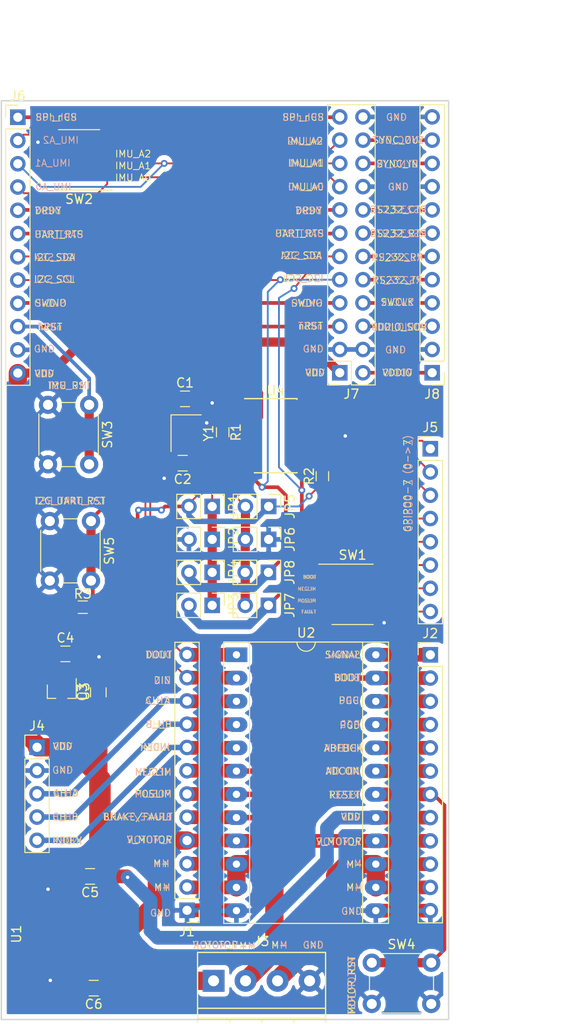
<source format=kicad_pcb>
(kicad_pcb (version 4) (host pcbnew 4.0.6)

  (general
    (links 151)
    (no_connects 0)
    (area 13.324999 96.624999 62.375001 197.100001)
    (thickness 1.6)
    (drawings 163)
    (tracks 438)
    (zones 0)
    (modules 35)
    (nets 59)
  )

  (page A4)
  (layers
    (0 F.Cu signal)
    (31 B.Cu signal)
    (32 B.Adhes user)
    (33 F.Adhes user)
    (34 B.Paste user)
    (35 F.Paste user)
    (36 B.SilkS user)
    (37 F.SilkS user)
    (38 B.Mask user)
    (39 F.Mask user)
    (40 Dwgs.User user)
    (41 Cmts.User user)
    (42 Eco1.User user)
    (43 Eco2.User user)
    (44 Edge.Cuts user)
    (45 Margin user)
    (46 B.CrtYd user)
    (47 F.CrtYd user)
    (48 B.Fab user)
    (49 F.Fab user)
  )

  (setup
    (last_trace_width 0.6)
    (user_trace_width 0.1778)
    (user_trace_width 0.2)
    (user_trace_width 0.4)
    (user_trace_width 0.6)
    (user_trace_width 0.8)
    (user_trace_width 1)
    (user_trace_width 1.5)
    (user_trace_width 2)
    (trace_clearance 0.1778)
    (zone_clearance 0.508)
    (zone_45_only no)
    (trace_min 0.1778)
    (segment_width 0.2)
    (edge_width 0.15)
    (via_size 0.434)
    (via_drill 0.254)
    (via_min_size 0.434)
    (via_min_drill 0.254)
    (user_via 0.434 0.254)
    (user_via 0.5 0.254)
    (user_via 0.6 0.3)
    (user_via 0.762 0.381)
    (user_via 0.8 0.5)
    (user_via 1 0.7)
    (uvia_size 0.3)
    (uvia_drill 0.1)
    (uvias_allowed no)
    (uvia_min_size 0)
    (uvia_min_drill 0)
    (pcb_text_width 0.3)
    (pcb_text_size 1.5 1.5)
    (mod_edge_width 0.15)
    (mod_text_size 1 1)
    (mod_text_width 0.15)
    (pad_size 1.524 1.524)
    (pad_drill 0.762)
    (pad_to_mask_clearance 0.1524)
    (aux_axis_origin 0 0)
    (visible_elements 7FFFFFFF)
    (pcbplotparams
      (layerselection 0x010fc_80000001)
      (usegerberextensions true)
      (excludeedgelayer true)
      (linewidth 0.100000)
      (plotframeref false)
      (viasonmask false)
      (mode 1)
      (useauxorigin false)
      (hpglpennumber 1)
      (hpglpenspeed 20)
      (hpglpendiameter 15)
      (hpglpenoverlay 2)
      (psnegative false)
      (psa4output false)
      (plotreference true)
      (plotvalue true)
      (plotinvisibletext false)
      (padsonsilk false)
      (subtractmaskfromsilk false)
      (outputformat 1)
      (mirror false)
      (drillshape 0)
      (scaleselection 1)
      (outputdirectory ""))
  )

  (net 0 "")
  (net 1 "Net-(C1-Pad1)")
  (net 2 GND)
  (net 3 "Net-(C2-Pad1)")
  (net 4 VDD)
  (net 5 +3V3)
  (net 6 VMOTOR)
  (net 7 /MOTOR+)
  (net 8 /BRAKE/FAULT)
  (net 9 /POSLIM)
  (net 10 /NEGLIM)
  (net 11 /INDEX)
  (net 12 /CHB)
  (net 13 /CHA)
  (net 14 /DIN)
  (net 15 /DOUT)
  (net 16 "Net-(J2-Pad1)")
  (net 17 /BOOT)
  (net 18 "Net-(J2-Pad3)")
  (net 19 "Net-(J2-Pad4)")
  (net 20 "Net-(J2-Pad5)")
  (net 21 "Net-(J2-Pad6)")
  (net 22 /RESET)
  (net 23 /MOTOR-)
  (net 24 /GPIO7)
  (net 25 /GPIO6)
  (net 26 /GPIO5)
  (net 27 /GPIO4)
  (net 28 /GPIO3)
  (net 29 /GPIO2)
  (net 30 /GPIO1)
  (net 31 /GPIO0)
  (net 32 /SPI_nCS)
  (net 33 /IMU_A2)
  (net 34 /IMU_A1)
  (net 35 /IMU_A0)
  (net 36 /DRDY)
  (net 37 /UART_RTS)
  (net 38 /I2C_SDA)
  (net 39 /I2C_SCL)
  (net 40 /SWDIO)
  (net 41 /nRST)
  (net 42 VDDIO)
  (net 43 VDDIO_SOB)
  (net 44 /SWCLK)
  (net 45 /RS232_TX)
  (net 46 /RS232_RX)
  (net 47 /RS232_RTS)
  (net 48 /RS232_CTS)
  (net 49 /SYNC_IN)
  (net 50 /SYNC_OUT)
  (net 51 /MOTORA0)
  (net 52 /MOTORA1)
  (net 53 "Net-(R2-Pad2)")
  (net 54 /~RESET)
  (net 55 "Net-(SW2-Pad4)")
  (net 56 "Net-(U4-Pad1)")
  (net 57 "Net-(U4-Pad11)")
  (net 58 "Net-(U4-Pad24)")

  (net_class Default "This is the default net class."
    (clearance 0.1778)
    (trace_width 0.1778)
    (via_dia 0.434)
    (via_drill 0.254)
    (uvia_dia 0.3)
    (uvia_drill 0.1)
    (add_net +3V3)
    (add_net /BOOT)
    (add_net /BRAKE/FAULT)
    (add_net /CHA)
    (add_net /CHB)
    (add_net /DIN)
    (add_net /DOUT)
    (add_net /DRDY)
    (add_net /GPIO0)
    (add_net /GPIO1)
    (add_net /GPIO2)
    (add_net /GPIO3)
    (add_net /GPIO4)
    (add_net /GPIO5)
    (add_net /GPIO6)
    (add_net /GPIO7)
    (add_net /I2C_SCL)
    (add_net /I2C_SDA)
    (add_net /IMU_A0)
    (add_net /IMU_A1)
    (add_net /IMU_A2)
    (add_net /INDEX)
    (add_net /MOTOR+)
    (add_net /MOTOR-)
    (add_net /MOTORA0)
    (add_net /MOTORA1)
    (add_net /NEGLIM)
    (add_net /POSLIM)
    (add_net /RESET)
    (add_net /RS232_CTS)
    (add_net /RS232_RTS)
    (add_net /RS232_RX)
    (add_net /RS232_TX)
    (add_net /SPI_nCS)
    (add_net /SWCLK)
    (add_net /SWDIO)
    (add_net /SYNC_IN)
    (add_net /SYNC_OUT)
    (add_net /UART_RTS)
    (add_net /nRST)
    (add_net /~RESET)
    (add_net GND)
    (add_net "Net-(C1-Pad1)")
    (add_net "Net-(C2-Pad1)")
    (add_net "Net-(J2-Pad1)")
    (add_net "Net-(J2-Pad3)")
    (add_net "Net-(J2-Pad4)")
    (add_net "Net-(J2-Pad5)")
    (add_net "Net-(J2-Pad6)")
    (add_net "Net-(R2-Pad2)")
    (add_net "Net-(SW2-Pad4)")
    (add_net "Net-(U4-Pad1)")
    (add_net "Net-(U4-Pad11)")
    (add_net "Net-(U4-Pad24)")
    (add_net VDD)
    (add_net VDDIO)
    (add_net VDDIO_SOB)
    (add_net VMOTOR)
  )

  (module Pin_Headers:Pin_Header_Straight_1x02_Pitch2.54mm (layer F.Cu) (tedit 59650532) (tstamp 596FD952)
    (at 42.6 151.8 270)
    (descr "Through hole straight pin header, 1x02, 2.54mm pitch, single row")
    (tags "Through hole pin header THT 1x02 2.54mm single row")
    (path /597017BA)
    (fp_text reference JP7 (at 0 -2.33 270) (layer F.SilkS)
      (effects (font (size 1 1) (thickness 0.15)))
    )
    (fp_text value Jumper (at 0 4.87 270) (layer F.Fab)
      (effects (font (size 1 1) (thickness 0.15)))
    )
    (fp_line (start -0.635 -1.27) (end 1.27 -1.27) (layer F.Fab) (width 0.1))
    (fp_line (start 1.27 -1.27) (end 1.27 3.81) (layer F.Fab) (width 0.1))
    (fp_line (start 1.27 3.81) (end -1.27 3.81) (layer F.Fab) (width 0.1))
    (fp_line (start -1.27 3.81) (end -1.27 -0.635) (layer F.Fab) (width 0.1))
    (fp_line (start -1.27 -0.635) (end -0.635 -1.27) (layer F.Fab) (width 0.1))
    (fp_line (start -1.33 3.87) (end 1.33 3.87) (layer F.SilkS) (width 0.12))
    (fp_line (start -1.33 1.27) (end -1.33 3.87) (layer F.SilkS) (width 0.12))
    (fp_line (start 1.33 1.27) (end 1.33 3.87) (layer F.SilkS) (width 0.12))
    (fp_line (start -1.33 1.27) (end 1.33 1.27) (layer F.SilkS) (width 0.12))
    (fp_line (start -1.33 0) (end -1.33 -1.33) (layer F.SilkS) (width 0.12))
    (fp_line (start -1.33 -1.33) (end 0 -1.33) (layer F.SilkS) (width 0.12))
    (fp_line (start -1.8 -1.8) (end -1.8 4.35) (layer F.CrtYd) (width 0.05))
    (fp_line (start -1.8 4.35) (end 1.8 4.35) (layer F.CrtYd) (width 0.05))
    (fp_line (start 1.8 4.35) (end 1.8 -1.8) (layer F.CrtYd) (width 0.05))
    (fp_line (start 1.8 -1.8) (end -1.8 -1.8) (layer F.CrtYd) (width 0.05))
    (fp_text user %R (at 0 1.27 360) (layer F.Fab)
      (effects (font (size 1 1) (thickness 0.15)))
    )
    (pad 1 thru_hole rect (at 0 0 270) (size 1.7 1.7) (drill 1) (layers *.Cu *.Mask)
      (net 38 /I2C_SDA))
    (pad 2 thru_hole oval (at 0 2.54 270) (size 1.7 1.7) (drill 1) (layers *.Cu *.Mask)
      (net 52 /MOTORA1))
    (model ${KISYS3DMOD}/Pin_Headers.3dshapes/Pin_Header_Straight_1x02_Pitch2.54mm.wrl
      (at (xyz 0 0 0))
      (scale (xyz 1 1 1))
      (rotate (xyz 0 0 0))
    )
  )

  (module Capacitors_SMD:C_0805_HandSoldering (layer F.Cu) (tedit 58AA84A8) (tstamp 596FD891)
    (at 33.475 129.25)
    (descr "Capacitor SMD 0805, hand soldering")
    (tags "capacitor 0805")
    (path /59700809)
    (attr smd)
    (fp_text reference C1 (at 0 -1.75) (layer F.SilkS)
      (effects (font (size 1 1) (thickness 0.15)))
    )
    (fp_text value 18pF (at 0 1.75) (layer F.Fab)
      (effects (font (size 1 1) (thickness 0.15)))
    )
    (fp_text user %R (at 0 -1.75) (layer F.Fab)
      (effects (font (size 1 1) (thickness 0.15)))
    )
    (fp_line (start -1 0.62) (end -1 -0.62) (layer F.Fab) (width 0.1))
    (fp_line (start 1 0.62) (end -1 0.62) (layer F.Fab) (width 0.1))
    (fp_line (start 1 -0.62) (end 1 0.62) (layer F.Fab) (width 0.1))
    (fp_line (start -1 -0.62) (end 1 -0.62) (layer F.Fab) (width 0.1))
    (fp_line (start 0.5 -0.85) (end -0.5 -0.85) (layer F.SilkS) (width 0.12))
    (fp_line (start -0.5 0.85) (end 0.5 0.85) (layer F.SilkS) (width 0.12))
    (fp_line (start -2.25 -0.88) (end 2.25 -0.88) (layer F.CrtYd) (width 0.05))
    (fp_line (start -2.25 -0.88) (end -2.25 0.87) (layer F.CrtYd) (width 0.05))
    (fp_line (start 2.25 0.87) (end 2.25 -0.88) (layer F.CrtYd) (width 0.05))
    (fp_line (start 2.25 0.87) (end -2.25 0.87) (layer F.CrtYd) (width 0.05))
    (pad 1 smd rect (at -1.25 0) (size 1.5 1.25) (layers F.Cu F.Paste F.Mask)
      (net 1 "Net-(C1-Pad1)"))
    (pad 2 smd rect (at 1.25 0) (size 1.5 1.25) (layers F.Cu F.Paste F.Mask)
      (net 2 GND))
    (model Capacitors_SMD.3dshapes/C_0805.wrl
      (at (xyz 0 0 0))
      (scale (xyz 1 1 1))
      (rotate (xyz 0 0 0))
    )
  )

  (module Capacitors_SMD:C_0805_HandSoldering (layer F.Cu) (tedit 58AA84A8) (tstamp 596FD897)
    (at 33.225 136.275 180)
    (descr "Capacitor SMD 0805, hand soldering")
    (tags "capacitor 0805")
    (path /59700845)
    (attr smd)
    (fp_text reference C2 (at 0 -1.75 180) (layer F.SilkS)
      (effects (font (size 1 1) (thickness 0.15)))
    )
    (fp_text value 18pF (at 0 1.75 180) (layer F.Fab)
      (effects (font (size 1 1) (thickness 0.15)))
    )
    (fp_text user %R (at 0 -1.75 180) (layer F.Fab)
      (effects (font (size 1 1) (thickness 0.15)))
    )
    (fp_line (start -1 0.62) (end -1 -0.62) (layer F.Fab) (width 0.1))
    (fp_line (start 1 0.62) (end -1 0.62) (layer F.Fab) (width 0.1))
    (fp_line (start 1 -0.62) (end 1 0.62) (layer F.Fab) (width 0.1))
    (fp_line (start -1 -0.62) (end 1 -0.62) (layer F.Fab) (width 0.1))
    (fp_line (start 0.5 -0.85) (end -0.5 -0.85) (layer F.SilkS) (width 0.12))
    (fp_line (start -0.5 0.85) (end 0.5 0.85) (layer F.SilkS) (width 0.12))
    (fp_line (start -2.25 -0.88) (end 2.25 -0.88) (layer F.CrtYd) (width 0.05))
    (fp_line (start -2.25 -0.88) (end -2.25 0.87) (layer F.CrtYd) (width 0.05))
    (fp_line (start 2.25 0.87) (end 2.25 -0.88) (layer F.CrtYd) (width 0.05))
    (fp_line (start 2.25 0.87) (end -2.25 0.87) (layer F.CrtYd) (width 0.05))
    (pad 1 smd rect (at -1.25 0 180) (size 1.5 1.25) (layers F.Cu F.Paste F.Mask)
      (net 3 "Net-(C2-Pad1)"))
    (pad 2 smd rect (at 1.25 0 180) (size 1.5 1.25) (layers F.Cu F.Paste F.Mask)
      (net 2 GND))
    (model Capacitors_SMD.3dshapes/C_0805.wrl
      (at (xyz 0 0 0))
      (scale (xyz 1 1 1))
      (rotate (xyz 0 0 0))
    )
  )

  (module Capacitors_SMD:C_0805_HandSoldering (layer F.Cu) (tedit 58AA84A8) (tstamp 596FD89D)
    (at 24 161.3 90)
    (descr "Capacitor SMD 0805, hand soldering")
    (tags "capacitor 0805")
    (path /596FF91A)
    (attr smd)
    (fp_text reference C3 (at 0 -1.75 90) (layer F.SilkS)
      (effects (font (size 1 1) (thickness 0.15)))
    )
    (fp_text value 1uF (at 0 1.75 90) (layer F.Fab)
      (effects (font (size 1 1) (thickness 0.15)))
    )
    (fp_text user %R (at 0 -1.75 90) (layer F.Fab)
      (effects (font (size 1 1) (thickness 0.15)))
    )
    (fp_line (start -1 0.62) (end -1 -0.62) (layer F.Fab) (width 0.1))
    (fp_line (start 1 0.62) (end -1 0.62) (layer F.Fab) (width 0.1))
    (fp_line (start 1 -0.62) (end 1 0.62) (layer F.Fab) (width 0.1))
    (fp_line (start -1 -0.62) (end 1 -0.62) (layer F.Fab) (width 0.1))
    (fp_line (start 0.5 -0.85) (end -0.5 -0.85) (layer F.SilkS) (width 0.12))
    (fp_line (start -0.5 0.85) (end 0.5 0.85) (layer F.SilkS) (width 0.12))
    (fp_line (start -2.25 -0.88) (end 2.25 -0.88) (layer F.CrtYd) (width 0.05))
    (fp_line (start -2.25 -0.88) (end -2.25 0.87) (layer F.CrtYd) (width 0.05))
    (fp_line (start 2.25 0.87) (end 2.25 -0.88) (layer F.CrtYd) (width 0.05))
    (fp_line (start 2.25 0.87) (end -2.25 0.87) (layer F.CrtYd) (width 0.05))
    (pad 1 smd rect (at -1.25 0 90) (size 1.5 1.25) (layers F.Cu F.Paste F.Mask)
      (net 4 VDD))
    (pad 2 smd rect (at 1.25 0 90) (size 1.5 1.25) (layers F.Cu F.Paste F.Mask)
      (net 2 GND))
    (model Capacitors_SMD.3dshapes/C_0805.wrl
      (at (xyz 0 0 0))
      (scale (xyz 1 1 1))
      (rotate (xyz 0 0 0))
    )
  )

  (module Capacitors_SMD:C_0805_HandSoldering (layer F.Cu) (tedit 58AA84A8) (tstamp 596FD8A3)
    (at 20.4 157.1)
    (descr "Capacitor SMD 0805, hand soldering")
    (tags "capacitor 0805")
    (path /596FF9A0)
    (attr smd)
    (fp_text reference C4 (at 0 -1.75) (layer F.SilkS)
      (effects (font (size 1 1) (thickness 0.15)))
    )
    (fp_text value 2.2uF (at 0 1.75) (layer F.Fab)
      (effects (font (size 1 1) (thickness 0.15)))
    )
    (fp_text user %R (at 0 -1.75) (layer F.Fab)
      (effects (font (size 1 1) (thickness 0.15)))
    )
    (fp_line (start -1 0.62) (end -1 -0.62) (layer F.Fab) (width 0.1))
    (fp_line (start 1 0.62) (end -1 0.62) (layer F.Fab) (width 0.1))
    (fp_line (start 1 -0.62) (end 1 0.62) (layer F.Fab) (width 0.1))
    (fp_line (start -1 -0.62) (end 1 -0.62) (layer F.Fab) (width 0.1))
    (fp_line (start 0.5 -0.85) (end -0.5 -0.85) (layer F.SilkS) (width 0.12))
    (fp_line (start -0.5 0.85) (end 0.5 0.85) (layer F.SilkS) (width 0.12))
    (fp_line (start -2.25 -0.88) (end 2.25 -0.88) (layer F.CrtYd) (width 0.05))
    (fp_line (start -2.25 -0.88) (end -2.25 0.87) (layer F.CrtYd) (width 0.05))
    (fp_line (start 2.25 0.87) (end 2.25 -0.88) (layer F.CrtYd) (width 0.05))
    (fp_line (start 2.25 0.87) (end -2.25 0.87) (layer F.CrtYd) (width 0.05))
    (pad 1 smd rect (at -1.25 0) (size 1.5 1.25) (layers F.Cu F.Paste F.Mask)
      (net 5 +3V3))
    (pad 2 smd rect (at 1.25 0) (size 1.5 1.25) (layers F.Cu F.Paste F.Mask)
      (net 2 GND))
    (model Capacitors_SMD.3dshapes/C_0805.wrl
      (at (xyz 0 0 0))
      (scale (xyz 1 1 1))
      (rotate (xyz 0 0 0))
    )
  )

  (module Capacitors_SMD:C_0805_HandSoldering (layer F.Cu) (tedit 58AA84A8) (tstamp 596FD8A9)
    (at 23.1 181.4 180)
    (descr "Capacitor SMD 0805, hand soldering")
    (tags "capacitor 0805")
    (path /5971921A)
    (attr smd)
    (fp_text reference C5 (at 0 -1.75 180) (layer F.SilkS)
      (effects (font (size 1 1) (thickness 0.15)))
    )
    (fp_text value .1uF (at 0 1.75 180) (layer F.Fab)
      (effects (font (size 1 1) (thickness 0.15)))
    )
    (fp_text user %R (at 0 -1.75 180) (layer F.Fab)
      (effects (font (size 1 1) (thickness 0.15)))
    )
    (fp_line (start -1 0.62) (end -1 -0.62) (layer F.Fab) (width 0.1))
    (fp_line (start 1 0.62) (end -1 0.62) (layer F.Fab) (width 0.1))
    (fp_line (start 1 -0.62) (end 1 0.62) (layer F.Fab) (width 0.1))
    (fp_line (start -1 -0.62) (end 1 -0.62) (layer F.Fab) (width 0.1))
    (fp_line (start 0.5 -0.85) (end -0.5 -0.85) (layer F.SilkS) (width 0.12))
    (fp_line (start -0.5 0.85) (end 0.5 0.85) (layer F.SilkS) (width 0.12))
    (fp_line (start -2.25 -0.88) (end 2.25 -0.88) (layer F.CrtYd) (width 0.05))
    (fp_line (start -2.25 -0.88) (end -2.25 0.87) (layer F.CrtYd) (width 0.05))
    (fp_line (start 2.25 0.87) (end 2.25 -0.88) (layer F.CrtYd) (width 0.05))
    (fp_line (start 2.25 0.87) (end -2.25 0.87) (layer F.CrtYd) (width 0.05))
    (pad 1 smd rect (at -1.25 0 180) (size 1.5 1.25) (layers F.Cu F.Paste F.Mask)
      (net 4 VDD))
    (pad 2 smd rect (at 1.25 0 180) (size 1.5 1.25) (layers F.Cu F.Paste F.Mask)
      (net 2 GND))
    (model Capacitors_SMD.3dshapes/C_0805.wrl
      (at (xyz 0 0 0))
      (scale (xyz 1 1 1))
      (rotate (xyz 0 0 0))
    )
  )

  (module Capacitors_SMD:C_0805_HandSoldering (layer F.Cu) (tedit 58AA84A8) (tstamp 596FD8AF)
    (at 23.5 193.6 180)
    (descr "Capacitor SMD 0805, hand soldering")
    (tags "capacitor 0805")
    (path /5971918C)
    (attr smd)
    (fp_text reference C6 (at 0 -1.75 180) (layer F.SilkS)
      (effects (font (size 1 1) (thickness 0.15)))
    )
    (fp_text value .33uF (at 0 1.75 180) (layer F.Fab)
      (effects (font (size 1 1) (thickness 0.15)))
    )
    (fp_text user %R (at 0 -1.75 180) (layer F.Fab)
      (effects (font (size 1 1) (thickness 0.15)))
    )
    (fp_line (start -1 0.62) (end -1 -0.62) (layer F.Fab) (width 0.1))
    (fp_line (start 1 0.62) (end -1 0.62) (layer F.Fab) (width 0.1))
    (fp_line (start 1 -0.62) (end 1 0.62) (layer F.Fab) (width 0.1))
    (fp_line (start -1 -0.62) (end 1 -0.62) (layer F.Fab) (width 0.1))
    (fp_line (start 0.5 -0.85) (end -0.5 -0.85) (layer F.SilkS) (width 0.12))
    (fp_line (start -0.5 0.85) (end 0.5 0.85) (layer F.SilkS) (width 0.12))
    (fp_line (start -2.25 -0.88) (end 2.25 -0.88) (layer F.CrtYd) (width 0.05))
    (fp_line (start -2.25 -0.88) (end -2.25 0.87) (layer F.CrtYd) (width 0.05))
    (fp_line (start 2.25 0.87) (end 2.25 -0.88) (layer F.CrtYd) (width 0.05))
    (fp_line (start 2.25 0.87) (end -2.25 0.87) (layer F.CrtYd) (width 0.05))
    (pad 1 smd rect (at -1.25 0 180) (size 1.5 1.25) (layers F.Cu F.Paste F.Mask)
      (net 6 VMOTOR))
    (pad 2 smd rect (at 1.25 0 180) (size 1.5 1.25) (layers F.Cu F.Paste F.Mask)
      (net 2 GND))
    (model Capacitors_SMD.3dshapes/C_0805.wrl
      (at (xyz 0 0 0))
      (scale (xyz 1 1 1))
      (rotate (xyz 0 0 0))
    )
  )

  (module Pin_Headers:Pin_Header_Straight_1x12_Pitch2.54mm (layer F.Cu) (tedit 59650532) (tstamp 596FD8BF)
    (at 33.7 185.1 180)
    (descr "Through hole straight pin header, 1x12, 2.54mm pitch, single row")
    (tags "Through hole pin header THT 1x12 2.54mm single row")
    (path /5970E8A0)
    (fp_text reference J1 (at 0 -2.33 180) (layer F.SilkS)
      (effects (font (size 1 1) (thickness 0.15)))
    )
    (fp_text value CONN_01X12 (at 0 30.27 180) (layer F.Fab)
      (effects (font (size 1 1) (thickness 0.15)))
    )
    (fp_line (start -0.635 -1.27) (end 1.27 -1.27) (layer F.Fab) (width 0.1))
    (fp_line (start 1.27 -1.27) (end 1.27 29.21) (layer F.Fab) (width 0.1))
    (fp_line (start 1.27 29.21) (end -1.27 29.21) (layer F.Fab) (width 0.1))
    (fp_line (start -1.27 29.21) (end -1.27 -0.635) (layer F.Fab) (width 0.1))
    (fp_line (start -1.27 -0.635) (end -0.635 -1.27) (layer F.Fab) (width 0.1))
    (fp_line (start -1.33 29.27) (end 1.33 29.27) (layer F.SilkS) (width 0.12))
    (fp_line (start -1.33 1.27) (end -1.33 29.27) (layer F.SilkS) (width 0.12))
    (fp_line (start 1.33 1.27) (end 1.33 29.27) (layer F.SilkS) (width 0.12))
    (fp_line (start -1.33 1.27) (end 1.33 1.27) (layer F.SilkS) (width 0.12))
    (fp_line (start -1.33 0) (end -1.33 -1.33) (layer F.SilkS) (width 0.12))
    (fp_line (start -1.33 -1.33) (end 0 -1.33) (layer F.SilkS) (width 0.12))
    (fp_line (start -1.8 -1.8) (end -1.8 29.75) (layer F.CrtYd) (width 0.05))
    (fp_line (start -1.8 29.75) (end 1.8 29.75) (layer F.CrtYd) (width 0.05))
    (fp_line (start 1.8 29.75) (end 1.8 -1.8) (layer F.CrtYd) (width 0.05))
    (fp_line (start 1.8 -1.8) (end -1.8 -1.8) (layer F.CrtYd) (width 0.05))
    (fp_text user %R (at 0 13.97 270) (layer F.Fab)
      (effects (font (size 1 1) (thickness 0.15)))
    )
    (pad 1 thru_hole rect (at 0 0 180) (size 1.7 1.7) (drill 1) (layers *.Cu *.Mask)
      (net 2 GND))
    (pad 2 thru_hole oval (at 0 2.54 180) (size 1.7 1.7) (drill 1) (layers *.Cu *.Mask)
      (net 7 /MOTOR+))
    (pad 3 thru_hole oval (at 0 5.08 180) (size 1.7 1.7) (drill 1) (layers *.Cu *.Mask)
      (net 7 /MOTOR+))
    (pad 4 thru_hole oval (at 0 7.62 180) (size 1.7 1.7) (drill 1) (layers *.Cu *.Mask)
      (net 6 VMOTOR))
    (pad 5 thru_hole oval (at 0 10.16 180) (size 1.7 1.7) (drill 1) (layers *.Cu *.Mask)
      (net 8 /BRAKE/FAULT))
    (pad 6 thru_hole oval (at 0 12.7 180) (size 1.7 1.7) (drill 1) (layers *.Cu *.Mask)
      (net 9 /POSLIM))
    (pad 7 thru_hole oval (at 0 15.24 180) (size 1.7 1.7) (drill 1) (layers *.Cu *.Mask)
      (net 10 /NEGLIM))
    (pad 8 thru_hole oval (at 0 17.78 180) (size 1.7 1.7) (drill 1) (layers *.Cu *.Mask)
      (net 11 /INDEX))
    (pad 9 thru_hole oval (at 0 20.32 180) (size 1.7 1.7) (drill 1) (layers *.Cu *.Mask)
      (net 12 /CHB))
    (pad 10 thru_hole oval (at 0 22.86 180) (size 1.7 1.7) (drill 1) (layers *.Cu *.Mask)
      (net 13 /CHA))
    (pad 11 thru_hole oval (at 0 25.4 180) (size 1.7 1.7) (drill 1) (layers *.Cu *.Mask)
      (net 14 /DIN))
    (pad 12 thru_hole oval (at 0 27.94 180) (size 1.7 1.7) (drill 1) (layers *.Cu *.Mask)
      (net 15 /DOUT))
    (model ${KISYS3DMOD}/Pin_Headers.3dshapes/Pin_Header_Straight_1x12_Pitch2.54mm.wrl
      (at (xyz 0 0 0))
      (scale (xyz 1 1 1))
      (rotate (xyz 0 0 0))
    )
  )

  (module Pin_Headers:Pin_Header_Straight_1x12_Pitch2.54mm (layer F.Cu) (tedit 5970E469) (tstamp 596FD8CF)
    (at 60.3 157.2)
    (descr "Through hole straight pin header, 1x12, 2.54mm pitch, single row")
    (tags "Through hole pin header THT 1x12 2.54mm single row")
    (path /5970EFB6)
    (fp_text reference J2 (at 0 -2.33) (layer F.SilkS)
      (effects (font (size 1 1) (thickness 0.15)))
    )
    (fp_text value CONN_01X12 (at -2.4 24.9 90) (layer F.Fab)
      (effects (font (size 1 1) (thickness 0.15)))
    )
    (fp_line (start -0.635 -1.27) (end 1.27 -1.27) (layer F.Fab) (width 0.1))
    (fp_line (start 1.27 -1.27) (end 1.27 29.21) (layer F.Fab) (width 0.1))
    (fp_line (start 1.27 29.21) (end -1.27 29.21) (layer F.Fab) (width 0.1))
    (fp_line (start -1.27 29.21) (end -1.27 -0.635) (layer F.Fab) (width 0.1))
    (fp_line (start -1.27 -0.635) (end -0.635 -1.27) (layer F.Fab) (width 0.1))
    (fp_line (start -1.33 29.27) (end 1.33 29.27) (layer F.SilkS) (width 0.12))
    (fp_line (start -1.33 1.27) (end -1.33 29.27) (layer F.SilkS) (width 0.12))
    (fp_line (start 1.33 1.27) (end 1.33 29.27) (layer F.SilkS) (width 0.12))
    (fp_line (start -1.33 1.27) (end 1.33 1.27) (layer F.SilkS) (width 0.12))
    (fp_line (start -1.33 0) (end -1.33 -1.33) (layer F.SilkS) (width 0.12))
    (fp_line (start -1.33 -1.33) (end 0 -1.33) (layer F.SilkS) (width 0.12))
    (fp_line (start -1.8 -1.8) (end -1.8 29.75) (layer F.CrtYd) (width 0.05))
    (fp_line (start -1.8 29.75) (end 1.8 29.75) (layer F.CrtYd) (width 0.05))
    (fp_line (start 1.8 29.75) (end 1.8 -1.8) (layer F.CrtYd) (width 0.05))
    (fp_line (start 1.8 -1.8) (end -1.8 -1.8) (layer F.CrtYd) (width 0.05))
    (fp_text user %R (at 0 13.97 90) (layer F.Fab)
      (effects (font (size 1 1) (thickness 0.15)))
    )
    (pad 1 thru_hole rect (at 0 0) (size 1.7 1.7) (drill 1) (layers *.Cu *.Mask)
      (net 16 "Net-(J2-Pad1)"))
    (pad 2 thru_hole oval (at 0 2.54) (size 1.7 1.7) (drill 1) (layers *.Cu *.Mask)
      (net 17 /BOOT))
    (pad 3 thru_hole oval (at 0 5.08) (size 1.7 1.7) (drill 1) (layers *.Cu *.Mask)
      (net 18 "Net-(J2-Pad3)"))
    (pad 4 thru_hole oval (at 0 7.62) (size 1.7 1.7) (drill 1) (layers *.Cu *.Mask)
      (net 19 "Net-(J2-Pad4)"))
    (pad 5 thru_hole oval (at 0 10.16) (size 1.7 1.7) (drill 1) (layers *.Cu *.Mask)
      (net 20 "Net-(J2-Pad5)"))
    (pad 6 thru_hole oval (at 0 12.7) (size 1.7 1.7) (drill 1) (layers *.Cu *.Mask)
      (net 21 "Net-(J2-Pad6)"))
    (pad 7 thru_hole oval (at 0 15.24) (size 1.7 1.7) (drill 1) (layers *.Cu *.Mask)
      (net 22 /RESET))
    (pad 8 thru_hole oval (at 0 17.78) (size 1.7 1.7) (drill 1) (layers *.Cu *.Mask)
      (net 4 VDD))
    (pad 9 thru_hole oval (at 0 20.32) (size 1.7 1.7) (drill 1) (layers *.Cu *.Mask)
      (net 6 VMOTOR))
    (pad 10 thru_hole oval (at 0 22.86) (size 1.7 1.7) (drill 1) (layers *.Cu *.Mask)
      (net 23 /MOTOR-))
    (pad 11 thru_hole oval (at 0 25.4) (size 1.7 1.7) (drill 1) (layers *.Cu *.Mask)
      (net 23 /MOTOR-))
    (pad 12 thru_hole oval (at 0 27.94) (size 1.7 1.7) (drill 1) (layers *.Cu *.Mask)
      (net 2 GND))
    (model ${KISYS3DMOD}/Pin_Headers.3dshapes/Pin_Header_Straight_1x12_Pitch2.54mm.wrl
      (at (xyz 0 0 0))
      (scale (xyz 1 1 1))
      (rotate (xyz 0 0 0))
    )
  )

  (module Connectors_Terminal_Blocks:TerminalBlock_Pheonix_PT-3.5mm_4pol (layer F.Cu) (tedit 5970E448) (tstamp 596FD8D7)
    (at 36.6 192.8)
    (descr "4-way 3.5mm pitch terminal block, Phoenix PT series")
    (path /59704F98)
    (fp_text reference J3 (at 5.25 -4.3) (layer F.SilkS)
      (effects (font (size 1 1) (thickness 0.15)))
    )
    (fp_text value Screw_Terminal_1x04 (at 5.4 -2.6) (layer F.Fab)
      (effects (font (size 1 1) (thickness 0.15)))
    )
    (fp_line (start -1.9 -3.3) (end 12.4 -3.3) (layer F.CrtYd) (width 0.05))
    (fp_line (start -1.9 4.7) (end -1.9 -3.3) (layer F.CrtYd) (width 0.05))
    (fp_line (start 12.4 4.7) (end -1.9 4.7) (layer F.CrtYd) (width 0.05))
    (fp_line (start 12.4 -3.3) (end 12.4 4.7) (layer F.CrtYd) (width 0.05))
    (fp_line (start 1.75 4.1) (end 1.75 4.5) (layer F.SilkS) (width 0.15))
    (fp_line (start 5.25 4.1) (end 5.25 4.5) (layer F.SilkS) (width 0.15))
    (fp_line (start 8.75 4.1) (end 8.75 4.5) (layer F.SilkS) (width 0.15))
    (fp_line (start -1.75 3) (end 12.25 3) (layer F.SilkS) (width 0.15))
    (fp_line (start -1.75 4.1) (end 12.25 4.1) (layer F.SilkS) (width 0.15))
    (fp_line (start -1.75 -3.1) (end -1.75 4.5) (layer F.SilkS) (width 0.15))
    (fp_line (start 12.25 4.5) (end 12.25 -3.1) (layer F.SilkS) (width 0.15))
    (fp_line (start 12.25 -3.1) (end -1.75 -3.1) (layer F.SilkS) (width 0.15))
    (pad 3 thru_hole circle (at 7 0) (size 2.4 2.4) (drill 1.2) (layers *.Cu *.Mask)
      (net 23 /MOTOR-))
    (pad 4 thru_hole circle (at 10.5 0) (size 2.4 2.4) (drill 1.2) (layers *.Cu *.Mask)
      (net 2 GND))
    (pad 2 thru_hole circle (at 3.5 0) (size 2.4 2.4) (drill 1.2) (layers *.Cu *.Mask)
      (net 7 /MOTOR+))
    (pad 1 thru_hole rect (at 0 0) (size 2.4 2.4) (drill 1.2) (layers *.Cu *.Mask)
      (net 6 VMOTOR))
    (model Terminal_Blocks.3dshapes/TerminalBlock_Pheonix_PT-3.5mm_4pol.wrl
      (at (xyz 0 0 0))
      (scale (xyz 1 1 1))
      (rotate (xyz 0 0 0))
    )
  )

  (module Pin_Headers:Pin_Header_Straight_1x05_Pitch2.54mm (layer F.Cu) (tedit 5970E473) (tstamp 596FD8E0)
    (at 17.3 167.3)
    (descr "Through hole straight pin header, 1x05, 2.54mm pitch, single row")
    (tags "Through hole pin header THT 1x05 2.54mm single row")
    (path /5970CD36)
    (fp_text reference J4 (at 0 -2.33) (layer F.SilkS)
      (effects (font (size 1 1) (thickness 0.15)))
    )
    (fp_text value CONN_01X05 (at -2.3 6.1 90) (layer F.Fab)
      (effects (font (size 1 1) (thickness 0.15)))
    )
    (fp_line (start -0.635 -1.27) (end 1.27 -1.27) (layer F.Fab) (width 0.1))
    (fp_line (start 1.27 -1.27) (end 1.27 11.43) (layer F.Fab) (width 0.1))
    (fp_line (start 1.27 11.43) (end -1.27 11.43) (layer F.Fab) (width 0.1))
    (fp_line (start -1.27 11.43) (end -1.27 -0.635) (layer F.Fab) (width 0.1))
    (fp_line (start -1.27 -0.635) (end -0.635 -1.27) (layer F.Fab) (width 0.1))
    (fp_line (start -1.33 11.49) (end 1.33 11.49) (layer F.SilkS) (width 0.12))
    (fp_line (start -1.33 1.27) (end -1.33 11.49) (layer F.SilkS) (width 0.12))
    (fp_line (start 1.33 1.27) (end 1.33 11.49) (layer F.SilkS) (width 0.12))
    (fp_line (start -1.33 1.27) (end 1.33 1.27) (layer F.SilkS) (width 0.12))
    (fp_line (start -1.33 0) (end -1.33 -1.33) (layer F.SilkS) (width 0.12))
    (fp_line (start -1.33 -1.33) (end 0 -1.33) (layer F.SilkS) (width 0.12))
    (fp_line (start -1.8 -1.8) (end -1.8 11.95) (layer F.CrtYd) (width 0.05))
    (fp_line (start -1.8 11.95) (end 1.8 11.95) (layer F.CrtYd) (width 0.05))
    (fp_line (start 1.8 11.95) (end 1.8 -1.8) (layer F.CrtYd) (width 0.05))
    (fp_line (start 1.8 -1.8) (end -1.8 -1.8) (layer F.CrtYd) (width 0.05))
    (fp_text user %R (at 0 5.08 90) (layer F.Fab)
      (effects (font (size 1 1) (thickness 0.15)))
    )
    (pad 1 thru_hole rect (at 0 0) (size 1.7 1.7) (drill 1) (layers *.Cu *.Mask)
      (net 4 VDD))
    (pad 2 thru_hole oval (at 0 2.54) (size 1.7 1.7) (drill 1) (layers *.Cu *.Mask)
      (net 2 GND))
    (pad 3 thru_hole oval (at 0 5.08) (size 1.7 1.7) (drill 1) (layers *.Cu *.Mask)
      (net 13 /CHA))
    (pad 4 thru_hole oval (at 0 7.62) (size 1.7 1.7) (drill 1) (layers *.Cu *.Mask)
      (net 12 /CHB))
    (pad 5 thru_hole oval (at 0 10.16) (size 1.7 1.7) (drill 1) (layers *.Cu *.Mask)
      (net 11 /INDEX))
    (model ${KISYS3DMOD}/Pin_Headers.3dshapes/Pin_Header_Straight_1x05_Pitch2.54mm.wrl
      (at (xyz 0 0 0))
      (scale (xyz 1 1 1))
      (rotate (xyz 0 0 0))
    )
  )

  (module Pin_Headers:Pin_Header_Straight_1x08_Pitch2.54mm (layer F.Cu) (tedit 5970E461) (tstamp 596FD8EC)
    (at 60.3 134.7)
    (descr "Through hole straight pin header, 1x08, 2.54mm pitch, single row")
    (tags "Through hole pin header THT 1x08 2.54mm single row")
    (path /59712367)
    (fp_text reference J5 (at 0 -2.33) (layer F.SilkS)
      (effects (font (size 1 1) (thickness 0.15)))
    )
    (fp_text value CONN_01X08 (at -2.5 15.2 270) (layer F.Fab)
      (effects (font (size 1 1) (thickness 0.15)))
    )
    (fp_line (start -0.635 -1.27) (end 1.27 -1.27) (layer F.Fab) (width 0.1))
    (fp_line (start 1.27 -1.27) (end 1.27 19.05) (layer F.Fab) (width 0.1))
    (fp_line (start 1.27 19.05) (end -1.27 19.05) (layer F.Fab) (width 0.1))
    (fp_line (start -1.27 19.05) (end -1.27 -0.635) (layer F.Fab) (width 0.1))
    (fp_line (start -1.27 -0.635) (end -0.635 -1.27) (layer F.Fab) (width 0.1))
    (fp_line (start -1.33 19.11) (end 1.33 19.11) (layer F.SilkS) (width 0.12))
    (fp_line (start -1.33 1.27) (end -1.33 19.11) (layer F.SilkS) (width 0.12))
    (fp_line (start 1.33 1.27) (end 1.33 19.11) (layer F.SilkS) (width 0.12))
    (fp_line (start -1.33 1.27) (end 1.33 1.27) (layer F.SilkS) (width 0.12))
    (fp_line (start -1.33 0) (end -1.33 -1.33) (layer F.SilkS) (width 0.12))
    (fp_line (start -1.33 -1.33) (end 0 -1.33) (layer F.SilkS) (width 0.12))
    (fp_line (start -1.8 -1.8) (end -1.8 19.55) (layer F.CrtYd) (width 0.05))
    (fp_line (start -1.8 19.55) (end 1.8 19.55) (layer F.CrtYd) (width 0.05))
    (fp_line (start 1.8 19.55) (end 1.8 -1.8) (layer F.CrtYd) (width 0.05))
    (fp_line (start 1.8 -1.8) (end -1.8 -1.8) (layer F.CrtYd) (width 0.05))
    (fp_text user %R (at 0 8.89 90) (layer F.Fab)
      (effects (font (size 1 1) (thickness 0.15)))
    )
    (pad 1 thru_hole rect (at 0 0) (size 1.7 1.7) (drill 1) (layers *.Cu *.Mask)
      (net 24 /GPIO7))
    (pad 2 thru_hole oval (at 0 2.54) (size 1.7 1.7) (drill 1) (layers *.Cu *.Mask)
      (net 25 /GPIO6))
    (pad 3 thru_hole oval (at 0 5.08) (size 1.7 1.7) (drill 1) (layers *.Cu *.Mask)
      (net 26 /GPIO5))
    (pad 4 thru_hole oval (at 0 7.62) (size 1.7 1.7) (drill 1) (layers *.Cu *.Mask)
      (net 27 /GPIO4))
    (pad 5 thru_hole oval (at 0 10.16) (size 1.7 1.7) (drill 1) (layers *.Cu *.Mask)
      (net 28 /GPIO3))
    (pad 6 thru_hole oval (at 0 12.7) (size 1.7 1.7) (drill 1) (layers *.Cu *.Mask)
      (net 29 /GPIO2))
    (pad 7 thru_hole oval (at 0 15.24) (size 1.7 1.7) (drill 1) (layers *.Cu *.Mask)
      (net 30 /GPIO1))
    (pad 8 thru_hole oval (at 0 17.78) (size 1.7 1.7) (drill 1) (layers *.Cu *.Mask)
      (net 31 /GPIO0))
    (model ${KISYS3DMOD}/Pin_Headers.3dshapes/Pin_Header_Straight_1x08_Pitch2.54mm.wrl
      (at (xyz 0 0 0))
      (scale (xyz 1 1 1))
      (rotate (xyz 0 0 0))
    )
  )

  (module Pin_Headers:Pin_Header_Straight_1x12_Pitch2.54mm (layer F.Cu) (tedit 5970E491) (tstamp 596FD8FC)
    (at 15.2 98.5)
    (descr "Through hole straight pin header, 1x12, 2.54mm pitch, single row")
    (tags "Through hole pin header THT 1x12 2.54mm single row")
    (path /5970AF87)
    (fp_text reference J6 (at 0 -2.33) (layer F.SilkS)
      (effects (font (size 1 1) (thickness 0.15)))
    )
    (fp_text value CONN_01X12 (at 5.882 23.166 90) (layer F.Fab)
      (effects (font (size 1 1) (thickness 0.15)))
    )
    (fp_line (start -0.635 -1.27) (end 1.27 -1.27) (layer F.Fab) (width 0.1))
    (fp_line (start 1.27 -1.27) (end 1.27 29.21) (layer F.Fab) (width 0.1))
    (fp_line (start 1.27 29.21) (end -1.27 29.21) (layer F.Fab) (width 0.1))
    (fp_line (start -1.27 29.21) (end -1.27 -0.635) (layer F.Fab) (width 0.1))
    (fp_line (start -1.27 -0.635) (end -0.635 -1.27) (layer F.Fab) (width 0.1))
    (fp_line (start -1.33 29.27) (end 1.33 29.27) (layer F.SilkS) (width 0.12))
    (fp_line (start -1.33 1.27) (end -1.33 29.27) (layer F.SilkS) (width 0.12))
    (fp_line (start 1.33 1.27) (end 1.33 29.27) (layer F.SilkS) (width 0.12))
    (fp_line (start -1.33 1.27) (end 1.33 1.27) (layer F.SilkS) (width 0.12))
    (fp_line (start -1.33 0) (end -1.33 -1.33) (layer F.SilkS) (width 0.12))
    (fp_line (start -1.33 -1.33) (end 0 -1.33) (layer F.SilkS) (width 0.12))
    (fp_line (start -1.8 -1.8) (end -1.8 29.75) (layer F.CrtYd) (width 0.05))
    (fp_line (start -1.8 29.75) (end 1.8 29.75) (layer F.CrtYd) (width 0.05))
    (fp_line (start 1.8 29.75) (end 1.8 -1.8) (layer F.CrtYd) (width 0.05))
    (fp_line (start 1.8 -1.8) (end -1.8 -1.8) (layer F.CrtYd) (width 0.05))
    (fp_text user %R (at 0 13.97 90) (layer F.Fab)
      (effects (font (size 1 1) (thickness 0.15)))
    )
    (pad 1 thru_hole rect (at 0 0) (size 1.7 1.7) (drill 1) (layers *.Cu *.Mask)
      (net 32 /SPI_nCS))
    (pad 2 thru_hole oval (at 0 2.54) (size 1.7 1.7) (drill 1) (layers *.Cu *.Mask)
      (net 33 /IMU_A2))
    (pad 3 thru_hole oval (at 0 5.08) (size 1.7 1.7) (drill 1) (layers *.Cu *.Mask)
      (net 34 /IMU_A1))
    (pad 4 thru_hole oval (at 0 7.62) (size 1.7 1.7) (drill 1) (layers *.Cu *.Mask)
      (net 35 /IMU_A0))
    (pad 5 thru_hole oval (at 0 10.16) (size 1.7 1.7) (drill 1) (layers *.Cu *.Mask)
      (net 36 /DRDY))
    (pad 6 thru_hole oval (at 0 12.7) (size 1.7 1.7) (drill 1) (layers *.Cu *.Mask)
      (net 37 /UART_RTS))
    (pad 7 thru_hole oval (at 0 15.24) (size 1.7 1.7) (drill 1) (layers *.Cu *.Mask)
      (net 38 /I2C_SDA))
    (pad 8 thru_hole oval (at 0 17.78) (size 1.7 1.7) (drill 1) (layers *.Cu *.Mask)
      (net 39 /I2C_SCL))
    (pad 9 thru_hole oval (at 0 20.32) (size 1.7 1.7) (drill 1) (layers *.Cu *.Mask)
      (net 40 /SWDIO))
    (pad 10 thru_hole oval (at 0 22.86) (size 1.7 1.7) (drill 1) (layers *.Cu *.Mask)
      (net 41 /nRST))
    (pad 11 thru_hole oval (at 0 25.4) (size 1.7 1.7) (drill 1) (layers *.Cu *.Mask)
      (net 2 GND))
    (pad 12 thru_hole oval (at 0 27.94) (size 1.7 1.7) (drill 1) (layers *.Cu *.Mask)
      (net 4 VDD))
    (model ${KISYS3DMOD}/Pin_Headers.3dshapes/Pin_Header_Straight_1x12_Pitch2.54mm.wrl
      (at (xyz 0 0 0))
      (scale (xyz 1 1 1))
      (rotate (xyz 0 0 0))
    )
  )

  (module Socket_Strips:Socket_Strip_Straight_2x12_Pitch2.54mm (layer F.Cu) (tedit 5970E498) (tstamp 596FD918)
    (at 50.4 126.4 180)
    (descr "Through hole straight socket strip, 2x12, 2.54mm pitch, double rows")
    (tags "Through hole socket strip THT 2x12 2.54mm double row")
    (path /59713E54)
    (fp_text reference J7 (at -1.27 -2.33 180) (layer F.SilkS)
      (effects (font (size 1 1) (thickness 0.15)))
    )
    (fp_text value CONN_02X12 (at 6.204 4.226 270) (layer F.Fab)
      (effects (font (size 1 1) (thickness 0.15)))
    )
    (fp_line (start -3.81 -1.27) (end -3.81 29.21) (layer F.Fab) (width 0.1))
    (fp_line (start -3.81 29.21) (end 1.27 29.21) (layer F.Fab) (width 0.1))
    (fp_line (start 1.27 29.21) (end 1.27 -1.27) (layer F.Fab) (width 0.1))
    (fp_line (start 1.27 -1.27) (end -3.81 -1.27) (layer F.Fab) (width 0.1))
    (fp_line (start 1.33 1.27) (end 1.33 29.27) (layer F.SilkS) (width 0.12))
    (fp_line (start 1.33 29.27) (end -3.87 29.27) (layer F.SilkS) (width 0.12))
    (fp_line (start -3.87 29.27) (end -3.87 -1.33) (layer F.SilkS) (width 0.12))
    (fp_line (start -3.87 -1.33) (end -1.27 -1.33) (layer F.SilkS) (width 0.12))
    (fp_line (start -1.27 -1.33) (end -1.27 1.27) (layer F.SilkS) (width 0.12))
    (fp_line (start -1.27 1.27) (end 1.33 1.27) (layer F.SilkS) (width 0.12))
    (fp_line (start 1.33 0) (end 1.33 -1.33) (layer F.SilkS) (width 0.12))
    (fp_line (start 1.33 -1.33) (end 0.06 -1.33) (layer F.SilkS) (width 0.12))
    (fp_line (start -4.35 -1.8) (end -4.35 29.75) (layer F.CrtYd) (width 0.05))
    (fp_line (start -4.35 29.75) (end 1.8 29.75) (layer F.CrtYd) (width 0.05))
    (fp_line (start 1.8 29.75) (end 1.8 -1.8) (layer F.CrtYd) (width 0.05))
    (fp_line (start 1.8 -1.8) (end -4.35 -1.8) (layer F.CrtYd) (width 0.05))
    (fp_text user %R (at -1.27 -2.33 180) (layer F.Fab)
      (effects (font (size 1 1) (thickness 0.15)))
    )
    (pad 1 thru_hole rect (at 0 0 180) (size 1.7 1.7) (drill 1) (layers *.Cu *.Mask)
      (net 4 VDD))
    (pad 2 thru_hole oval (at -2.54 0 180) (size 1.7 1.7) (drill 1) (layers *.Cu *.Mask)
      (net 42 VDDIO))
    (pad 3 thru_hole oval (at 0 2.54 180) (size 1.7 1.7) (drill 1) (layers *.Cu *.Mask)
      (net 2 GND))
    (pad 4 thru_hole oval (at -2.54 2.54 180) (size 1.7 1.7) (drill 1) (layers *.Cu *.Mask)
      (net 2 GND))
    (pad 5 thru_hole oval (at 0 5.08 180) (size 1.7 1.7) (drill 1) (layers *.Cu *.Mask)
      (net 41 /nRST))
    (pad 6 thru_hole oval (at -2.54 5.08 180) (size 1.7 1.7) (drill 1) (layers *.Cu *.Mask)
      (net 43 VDDIO_SOB))
    (pad 7 thru_hole oval (at 0 7.62 180) (size 1.7 1.7) (drill 1) (layers *.Cu *.Mask)
      (net 40 /SWDIO))
    (pad 8 thru_hole oval (at -2.54 7.62 180) (size 1.7 1.7) (drill 1) (layers *.Cu *.Mask)
      (net 44 /SWCLK))
    (pad 9 thru_hole oval (at 0 10.16 180) (size 1.7 1.7) (drill 1) (layers *.Cu *.Mask)
      (net 39 /I2C_SCL))
    (pad 10 thru_hole oval (at -2.54 10.16 180) (size 1.7 1.7) (drill 1) (layers *.Cu *.Mask)
      (net 45 /RS232_TX))
    (pad 11 thru_hole oval (at 0 12.7 180) (size 1.7 1.7) (drill 1) (layers *.Cu *.Mask)
      (net 38 /I2C_SDA))
    (pad 12 thru_hole oval (at -2.54 12.7 180) (size 1.7 1.7) (drill 1) (layers *.Cu *.Mask)
      (net 46 /RS232_RX))
    (pad 13 thru_hole oval (at 0 15.24 180) (size 1.7 1.7) (drill 1) (layers *.Cu *.Mask)
      (net 37 /UART_RTS))
    (pad 14 thru_hole oval (at -2.54 15.24 180) (size 1.7 1.7) (drill 1) (layers *.Cu *.Mask)
      (net 47 /RS232_RTS))
    (pad 15 thru_hole oval (at 0 17.78 180) (size 1.7 1.7) (drill 1) (layers *.Cu *.Mask)
      (net 36 /DRDY))
    (pad 16 thru_hole oval (at -2.54 17.78 180) (size 1.7 1.7) (drill 1) (layers *.Cu *.Mask)
      (net 48 /RS232_CTS))
    (pad 17 thru_hole oval (at 0 20.32 180) (size 1.7 1.7) (drill 1) (layers *.Cu *.Mask)
      (net 35 /IMU_A0))
    (pad 18 thru_hole oval (at -2.54 20.32 180) (size 1.7 1.7) (drill 1) (layers *.Cu *.Mask)
      (net 2 GND))
    (pad 19 thru_hole oval (at 0 22.86 180) (size 1.7 1.7) (drill 1) (layers *.Cu *.Mask)
      (net 34 /IMU_A1))
    (pad 20 thru_hole oval (at -2.54 22.86 180) (size 1.7 1.7) (drill 1) (layers *.Cu *.Mask)
      (net 49 /SYNC_IN))
    (pad 21 thru_hole oval (at 0 25.4 180) (size 1.7 1.7) (drill 1) (layers *.Cu *.Mask)
      (net 33 /IMU_A2))
    (pad 22 thru_hole oval (at -2.54 25.4 180) (size 1.7 1.7) (drill 1) (layers *.Cu *.Mask)
      (net 50 /SYNC_OUT))
    (pad 23 thru_hole oval (at 0 27.94 180) (size 1.7 1.7) (drill 1) (layers *.Cu *.Mask)
      (net 32 /SPI_nCS))
    (pad 24 thru_hole oval (at -2.54 27.94 180) (size 1.7 1.7) (drill 1) (layers *.Cu *.Mask)
      (net 2 GND))
    (model ${KISYS3DMOD}/Socket_Strips.3dshapes/Socket_Strip_Straight_2x12_Pitch2.54mm.wrl
      (at (xyz -0.05 -0.55 0))
      (scale (xyz 1 1 1))
      (rotate (xyz 0 0 270))
    )
  )

  (module Pin_Headers:Pin_Header_Straight_1x12_Pitch2.54mm (layer F.Cu) (tedit 5970E4A1) (tstamp 596FD928)
    (at 60.5 126.4 180)
    (descr "Through hole straight pin header, 1x12, 2.54mm pitch, single row")
    (tags "Through hole pin header THT 1x12 2.54mm single row")
    (path /5970AF04)
    (fp_text reference J8 (at 0 -2.33 180) (layer F.SilkS)
      (effects (font (size 1 1) (thickness 0.15)))
    )
    (fp_text value CONN_01X12 (at 2.334 14.386 270) (layer F.Fab)
      (effects (font (size 1 1) (thickness 0.15)))
    )
    (fp_line (start -0.635 -1.27) (end 1.27 -1.27) (layer F.Fab) (width 0.1))
    (fp_line (start 1.27 -1.27) (end 1.27 29.21) (layer F.Fab) (width 0.1))
    (fp_line (start 1.27 29.21) (end -1.27 29.21) (layer F.Fab) (width 0.1))
    (fp_line (start -1.27 29.21) (end -1.27 -0.635) (layer F.Fab) (width 0.1))
    (fp_line (start -1.27 -0.635) (end -0.635 -1.27) (layer F.Fab) (width 0.1))
    (fp_line (start -1.33 29.27) (end 1.33 29.27) (layer F.SilkS) (width 0.12))
    (fp_line (start -1.33 1.27) (end -1.33 29.27) (layer F.SilkS) (width 0.12))
    (fp_line (start 1.33 1.27) (end 1.33 29.27) (layer F.SilkS) (width 0.12))
    (fp_line (start -1.33 1.27) (end 1.33 1.27) (layer F.SilkS) (width 0.12))
    (fp_line (start -1.33 0) (end -1.33 -1.33) (layer F.SilkS) (width 0.12))
    (fp_line (start -1.33 -1.33) (end 0 -1.33) (layer F.SilkS) (width 0.12))
    (fp_line (start -1.8 -1.8) (end -1.8 29.75) (layer F.CrtYd) (width 0.05))
    (fp_line (start -1.8 29.75) (end 1.8 29.75) (layer F.CrtYd) (width 0.05))
    (fp_line (start 1.8 29.75) (end 1.8 -1.8) (layer F.CrtYd) (width 0.05))
    (fp_line (start 1.8 -1.8) (end -1.8 -1.8) (layer F.CrtYd) (width 0.05))
    (fp_text user %R (at 0 13.97 270) (layer F.Fab)
      (effects (font (size 1 1) (thickness 0.15)))
    )
    (pad 1 thru_hole rect (at 0 0 180) (size 1.7 1.7) (drill 1) (layers *.Cu *.Mask)
      (net 42 VDDIO))
    (pad 2 thru_hole oval (at 0 2.54 180) (size 1.7 1.7) (drill 1) (layers *.Cu *.Mask)
      (net 2 GND))
    (pad 3 thru_hole oval (at 0 5.08 180) (size 1.7 1.7) (drill 1) (layers *.Cu *.Mask)
      (net 43 VDDIO_SOB))
    (pad 4 thru_hole oval (at 0 7.62 180) (size 1.7 1.7) (drill 1) (layers *.Cu *.Mask)
      (net 44 /SWCLK))
    (pad 5 thru_hole oval (at 0 10.16 180) (size 1.7 1.7) (drill 1) (layers *.Cu *.Mask)
      (net 45 /RS232_TX))
    (pad 6 thru_hole oval (at 0 12.7 180) (size 1.7 1.7) (drill 1) (layers *.Cu *.Mask)
      (net 46 /RS232_RX))
    (pad 7 thru_hole oval (at 0 15.24 180) (size 1.7 1.7) (drill 1) (layers *.Cu *.Mask)
      (net 47 /RS232_RTS))
    (pad 8 thru_hole oval (at 0 17.78 180) (size 1.7 1.7) (drill 1) (layers *.Cu *.Mask)
      (net 48 /RS232_CTS))
    (pad 9 thru_hole oval (at 0 20.32 180) (size 1.7 1.7) (drill 1) (layers *.Cu *.Mask)
      (net 2 GND))
    (pad 10 thru_hole oval (at 0 22.86 180) (size 1.7 1.7) (drill 1) (layers *.Cu *.Mask)
      (net 49 /SYNC_IN))
    (pad 11 thru_hole oval (at 0 25.4 180) (size 1.7 1.7) (drill 1) (layers *.Cu *.Mask)
      (net 50 /SYNC_OUT))
    (pad 12 thru_hole oval (at 0 27.94 180) (size 1.7 1.7) (drill 1) (layers *.Cu *.Mask)
      (net 2 GND))
    (model ${KISYS3DMOD}/Pin_Headers.3dshapes/Pin_Header_Straight_1x12_Pitch2.54mm.wrl
      (at (xyz 0 0 0))
      (scale (xyz 1 1 1))
      (rotate (xyz 0 0 0))
    )
  )

  (module Pin_Headers:Pin_Header_Straight_1x02_Pitch2.54mm (layer F.Cu) (tedit 59650532) (tstamp 596FD92E)
    (at 36.45 141 270)
    (descr "Through hole straight pin header, 1x02, 2.54mm pitch, single row")
    (tags "Through hole pin header THT 1x02 2.54mm single row")
    (path /59701AC5)
    (fp_text reference JP1 (at 0 -2.33 270) (layer F.SilkS)
      (effects (font (size 1 1) (thickness 0.15)))
    )
    (fp_text value Jumper (at 0 4.87 270) (layer F.Fab)
      (effects (font (size 1 1) (thickness 0.15)))
    )
    (fp_line (start -0.635 -1.27) (end 1.27 -1.27) (layer F.Fab) (width 0.1))
    (fp_line (start 1.27 -1.27) (end 1.27 3.81) (layer F.Fab) (width 0.1))
    (fp_line (start 1.27 3.81) (end -1.27 3.81) (layer F.Fab) (width 0.1))
    (fp_line (start -1.27 3.81) (end -1.27 -0.635) (layer F.Fab) (width 0.1))
    (fp_line (start -1.27 -0.635) (end -0.635 -1.27) (layer F.Fab) (width 0.1))
    (fp_line (start -1.33 3.87) (end 1.33 3.87) (layer F.SilkS) (width 0.12))
    (fp_line (start -1.33 1.27) (end -1.33 3.87) (layer F.SilkS) (width 0.12))
    (fp_line (start 1.33 1.27) (end 1.33 3.87) (layer F.SilkS) (width 0.12))
    (fp_line (start -1.33 1.27) (end 1.33 1.27) (layer F.SilkS) (width 0.12))
    (fp_line (start -1.33 0) (end -1.33 -1.33) (layer F.SilkS) (width 0.12))
    (fp_line (start -1.33 -1.33) (end 0 -1.33) (layer F.SilkS) (width 0.12))
    (fp_line (start -1.8 -1.8) (end -1.8 4.35) (layer F.CrtYd) (width 0.05))
    (fp_line (start -1.8 4.35) (end 1.8 4.35) (layer F.CrtYd) (width 0.05))
    (fp_line (start 1.8 4.35) (end 1.8 -1.8) (layer F.CrtYd) (width 0.05))
    (fp_line (start 1.8 -1.8) (end -1.8 -1.8) (layer F.CrtYd) (width 0.05))
    (fp_text user %R (at 0 1.27 360) (layer F.Fab)
      (effects (font (size 1 1) (thickness 0.15)))
    )
    (pad 1 thru_hole rect (at 0 0 270) (size 1.7 1.7) (drill 1) (layers *.Cu *.Mask)
      (net 51 /MOTORA0))
    (pad 2 thru_hole oval (at 0 2.54 270) (size 1.7 1.7) (drill 1) (layers *.Cu *.Mask)
      (net 5 +3V3))
    (model ${KISYS3DMOD}/Pin_Headers.3dshapes/Pin_Header_Straight_1x02_Pitch2.54mm.wrl
      (at (xyz 0 0 0))
      (scale (xyz 1 1 1))
      (rotate (xyz 0 0 0))
    )
  )

  (module Pin_Headers:Pin_Header_Straight_1x02_Pitch2.54mm (layer F.Cu) (tedit 59650532) (tstamp 596FD934)
    (at 36.45 144.6 270)
    (descr "Through hole straight pin header, 1x02, 2.54mm pitch, single row")
    (tags "Through hole pin header THT 1x02 2.54mm single row")
    (path /59701ACC)
    (fp_text reference JP2 (at 0 -2.33 270) (layer F.SilkS)
      (effects (font (size 1 1) (thickness 0.15)))
    )
    (fp_text value Jumper (at 0 4.87 270) (layer F.Fab)
      (effects (font (size 1 1) (thickness 0.15)))
    )
    (fp_line (start -0.635 -1.27) (end 1.27 -1.27) (layer F.Fab) (width 0.1))
    (fp_line (start 1.27 -1.27) (end 1.27 3.81) (layer F.Fab) (width 0.1))
    (fp_line (start 1.27 3.81) (end -1.27 3.81) (layer F.Fab) (width 0.1))
    (fp_line (start -1.27 3.81) (end -1.27 -0.635) (layer F.Fab) (width 0.1))
    (fp_line (start -1.27 -0.635) (end -0.635 -1.27) (layer F.Fab) (width 0.1))
    (fp_line (start -1.33 3.87) (end 1.33 3.87) (layer F.SilkS) (width 0.12))
    (fp_line (start -1.33 1.27) (end -1.33 3.87) (layer F.SilkS) (width 0.12))
    (fp_line (start 1.33 1.27) (end 1.33 3.87) (layer F.SilkS) (width 0.12))
    (fp_line (start -1.33 1.27) (end 1.33 1.27) (layer F.SilkS) (width 0.12))
    (fp_line (start -1.33 0) (end -1.33 -1.33) (layer F.SilkS) (width 0.12))
    (fp_line (start -1.33 -1.33) (end 0 -1.33) (layer F.SilkS) (width 0.12))
    (fp_line (start -1.8 -1.8) (end -1.8 4.35) (layer F.CrtYd) (width 0.05))
    (fp_line (start -1.8 4.35) (end 1.8 4.35) (layer F.CrtYd) (width 0.05))
    (fp_line (start 1.8 4.35) (end 1.8 -1.8) (layer F.CrtYd) (width 0.05))
    (fp_line (start 1.8 -1.8) (end -1.8 -1.8) (layer F.CrtYd) (width 0.05))
    (fp_text user %R (at 0 1.27 360) (layer F.Fab)
      (effects (font (size 1 1) (thickness 0.15)))
    )
    (pad 1 thru_hole rect (at 0 0 270) (size 1.7 1.7) (drill 1) (layers *.Cu *.Mask)
      (net 51 /MOTORA0))
    (pad 2 thru_hole oval (at 0 2.54 270) (size 1.7 1.7) (drill 1) (layers *.Cu *.Mask)
      (net 2 GND))
    (model ${KISYS3DMOD}/Pin_Headers.3dshapes/Pin_Header_Straight_1x02_Pitch2.54mm.wrl
      (at (xyz 0 0 0))
      (scale (xyz 1 1 1))
      (rotate (xyz 0 0 0))
    )
  )

  (module Pin_Headers:Pin_Header_Straight_1x02_Pitch2.54mm (layer F.Cu) (tedit 59650532) (tstamp 596FD93A)
    (at 36.45 151.8 270)
    (descr "Through hole straight pin header, 1x02, 2.54mm pitch, single row")
    (tags "Through hole pin header THT 1x02 2.54mm single row")
    (path /59701AD3)
    (fp_text reference JP3 (at 0 -2.33 270) (layer F.SilkS)
      (effects (font (size 1 1) (thickness 0.15)))
    )
    (fp_text value Jumper (at 0 4.87 270) (layer F.Fab)
      (effects (font (size 1 1) (thickness 0.15)))
    )
    (fp_line (start -0.635 -1.27) (end 1.27 -1.27) (layer F.Fab) (width 0.1))
    (fp_line (start 1.27 -1.27) (end 1.27 3.81) (layer F.Fab) (width 0.1))
    (fp_line (start 1.27 3.81) (end -1.27 3.81) (layer F.Fab) (width 0.1))
    (fp_line (start -1.27 3.81) (end -1.27 -0.635) (layer F.Fab) (width 0.1))
    (fp_line (start -1.27 -0.635) (end -0.635 -1.27) (layer F.Fab) (width 0.1))
    (fp_line (start -1.33 3.87) (end 1.33 3.87) (layer F.SilkS) (width 0.12))
    (fp_line (start -1.33 1.27) (end -1.33 3.87) (layer F.SilkS) (width 0.12))
    (fp_line (start 1.33 1.27) (end 1.33 3.87) (layer F.SilkS) (width 0.12))
    (fp_line (start -1.33 1.27) (end 1.33 1.27) (layer F.SilkS) (width 0.12))
    (fp_line (start -1.33 0) (end -1.33 -1.33) (layer F.SilkS) (width 0.12))
    (fp_line (start -1.33 -1.33) (end 0 -1.33) (layer F.SilkS) (width 0.12))
    (fp_line (start -1.8 -1.8) (end -1.8 4.35) (layer F.CrtYd) (width 0.05))
    (fp_line (start -1.8 4.35) (end 1.8 4.35) (layer F.CrtYd) (width 0.05))
    (fp_line (start 1.8 4.35) (end 1.8 -1.8) (layer F.CrtYd) (width 0.05))
    (fp_line (start 1.8 -1.8) (end -1.8 -1.8) (layer F.CrtYd) (width 0.05))
    (fp_text user %R (at 0 1.27 360) (layer F.Fab)
      (effects (font (size 1 1) (thickness 0.15)))
    )
    (pad 1 thru_hole rect (at 0 0 270) (size 1.7 1.7) (drill 1) (layers *.Cu *.Mask)
      (net 51 /MOTORA0))
    (pad 2 thru_hole oval (at 0 2.54 270) (size 1.7 1.7) (drill 1) (layers *.Cu *.Mask)
      (net 38 /I2C_SDA))
    (model ${KISYS3DMOD}/Pin_Headers.3dshapes/Pin_Header_Straight_1x02_Pitch2.54mm.wrl
      (at (xyz 0 0 0))
      (scale (xyz 1 1 1))
      (rotate (xyz 0 0 0))
    )
  )

  (module Pin_Headers:Pin_Header_Straight_1x02_Pitch2.54mm (layer F.Cu) (tedit 59650532) (tstamp 596FD940)
    (at 36.45 148.2 270)
    (descr "Through hole straight pin header, 1x02, 2.54mm pitch, single row")
    (tags "Through hole pin header THT 1x02 2.54mm single row")
    (path /59701ADA)
    (fp_text reference JP4 (at 0 -2.33 270) (layer F.SilkS)
      (effects (font (size 1 1) (thickness 0.15)))
    )
    (fp_text value Jumper (at 0 4.87 270) (layer F.Fab)
      (effects (font (size 1 1) (thickness 0.15)))
    )
    (fp_line (start -0.635 -1.27) (end 1.27 -1.27) (layer F.Fab) (width 0.1))
    (fp_line (start 1.27 -1.27) (end 1.27 3.81) (layer F.Fab) (width 0.1))
    (fp_line (start 1.27 3.81) (end -1.27 3.81) (layer F.Fab) (width 0.1))
    (fp_line (start -1.27 3.81) (end -1.27 -0.635) (layer F.Fab) (width 0.1))
    (fp_line (start -1.27 -0.635) (end -0.635 -1.27) (layer F.Fab) (width 0.1))
    (fp_line (start -1.33 3.87) (end 1.33 3.87) (layer F.SilkS) (width 0.12))
    (fp_line (start -1.33 1.27) (end -1.33 3.87) (layer F.SilkS) (width 0.12))
    (fp_line (start 1.33 1.27) (end 1.33 3.87) (layer F.SilkS) (width 0.12))
    (fp_line (start -1.33 1.27) (end 1.33 1.27) (layer F.SilkS) (width 0.12))
    (fp_line (start -1.33 0) (end -1.33 -1.33) (layer F.SilkS) (width 0.12))
    (fp_line (start -1.33 -1.33) (end 0 -1.33) (layer F.SilkS) (width 0.12))
    (fp_line (start -1.8 -1.8) (end -1.8 4.35) (layer F.CrtYd) (width 0.05))
    (fp_line (start -1.8 4.35) (end 1.8 4.35) (layer F.CrtYd) (width 0.05))
    (fp_line (start 1.8 4.35) (end 1.8 -1.8) (layer F.CrtYd) (width 0.05))
    (fp_line (start 1.8 -1.8) (end -1.8 -1.8) (layer F.CrtYd) (width 0.05))
    (fp_text user %R (at 0 1.27 360) (layer F.Fab)
      (effects (font (size 1 1) (thickness 0.15)))
    )
    (pad 1 thru_hole rect (at 0 0 270) (size 1.7 1.7) (drill 1) (layers *.Cu *.Mask)
      (net 51 /MOTORA0))
    (pad 2 thru_hole oval (at 0 2.54 270) (size 1.7 1.7) (drill 1) (layers *.Cu *.Mask)
      (net 39 /I2C_SCL))
    (model ${KISYS3DMOD}/Pin_Headers.3dshapes/Pin_Header_Straight_1x02_Pitch2.54mm.wrl
      (at (xyz 0 0 0))
      (scale (xyz 1 1 1))
      (rotate (xyz 0 0 0))
    )
  )

  (module Pin_Headers:Pin_Header_Straight_1x02_Pitch2.54mm (layer F.Cu) (tedit 59650532) (tstamp 596FD946)
    (at 42.625 141 270)
    (descr "Through hole straight pin header, 1x02, 2.54mm pitch, single row")
    (tags "Through hole pin header THT 1x02 2.54mm single row")
    (path /59701740)
    (fp_text reference JP5 (at 0 -2.33 270) (layer F.SilkS)
      (effects (font (size 1 1) (thickness 0.15)))
    )
    (fp_text value Jumper (at 0 4.87 270) (layer F.Fab)
      (effects (font (size 1 1) (thickness 0.15)))
    )
    (fp_line (start -0.635 -1.27) (end 1.27 -1.27) (layer F.Fab) (width 0.1))
    (fp_line (start 1.27 -1.27) (end 1.27 3.81) (layer F.Fab) (width 0.1))
    (fp_line (start 1.27 3.81) (end -1.27 3.81) (layer F.Fab) (width 0.1))
    (fp_line (start -1.27 3.81) (end -1.27 -0.635) (layer F.Fab) (width 0.1))
    (fp_line (start -1.27 -0.635) (end -0.635 -1.27) (layer F.Fab) (width 0.1))
    (fp_line (start -1.33 3.87) (end 1.33 3.87) (layer F.SilkS) (width 0.12))
    (fp_line (start -1.33 1.27) (end -1.33 3.87) (layer F.SilkS) (width 0.12))
    (fp_line (start 1.33 1.27) (end 1.33 3.87) (layer F.SilkS) (width 0.12))
    (fp_line (start -1.33 1.27) (end 1.33 1.27) (layer F.SilkS) (width 0.12))
    (fp_line (start -1.33 0) (end -1.33 -1.33) (layer F.SilkS) (width 0.12))
    (fp_line (start -1.33 -1.33) (end 0 -1.33) (layer F.SilkS) (width 0.12))
    (fp_line (start -1.8 -1.8) (end -1.8 4.35) (layer F.CrtYd) (width 0.05))
    (fp_line (start -1.8 4.35) (end 1.8 4.35) (layer F.CrtYd) (width 0.05))
    (fp_line (start 1.8 4.35) (end 1.8 -1.8) (layer F.CrtYd) (width 0.05))
    (fp_line (start 1.8 -1.8) (end -1.8 -1.8) (layer F.CrtYd) (width 0.05))
    (fp_text user %R (at 0 1.27 360) (layer F.Fab)
      (effects (font (size 1 1) (thickness 0.15)))
    )
    (pad 1 thru_hole rect (at 0 0 270) (size 1.7 1.7) (drill 1) (layers *.Cu *.Mask)
      (net 5 +3V3))
    (pad 2 thru_hole oval (at 0 2.54 270) (size 1.7 1.7) (drill 1) (layers *.Cu *.Mask)
      (net 52 /MOTORA1))
    (model ${KISYS3DMOD}/Pin_Headers.3dshapes/Pin_Header_Straight_1x02_Pitch2.54mm.wrl
      (at (xyz 0 0 0))
      (scale (xyz 1 1 1))
      (rotate (xyz 0 0 0))
    )
  )

  (module Pin_Headers:Pin_Header_Straight_1x02_Pitch2.54mm (layer F.Cu) (tedit 59650532) (tstamp 596FD94C)
    (at 42.625 144.6 270)
    (descr "Through hole straight pin header, 1x02, 2.54mm pitch, single row")
    (tags "Through hole pin header THT 1x02 2.54mm single row")
    (path /5970177A)
    (fp_text reference JP6 (at 0 -2.33 270) (layer F.SilkS)
      (effects (font (size 1 1) (thickness 0.15)))
    )
    (fp_text value Jumper (at 0 4.87 270) (layer F.Fab)
      (effects (font (size 1 1) (thickness 0.15)))
    )
    (fp_line (start -0.635 -1.27) (end 1.27 -1.27) (layer F.Fab) (width 0.1))
    (fp_line (start 1.27 -1.27) (end 1.27 3.81) (layer F.Fab) (width 0.1))
    (fp_line (start 1.27 3.81) (end -1.27 3.81) (layer F.Fab) (width 0.1))
    (fp_line (start -1.27 3.81) (end -1.27 -0.635) (layer F.Fab) (width 0.1))
    (fp_line (start -1.27 -0.635) (end -0.635 -1.27) (layer F.Fab) (width 0.1))
    (fp_line (start -1.33 3.87) (end 1.33 3.87) (layer F.SilkS) (width 0.12))
    (fp_line (start -1.33 1.27) (end -1.33 3.87) (layer F.SilkS) (width 0.12))
    (fp_line (start 1.33 1.27) (end 1.33 3.87) (layer F.SilkS) (width 0.12))
    (fp_line (start -1.33 1.27) (end 1.33 1.27) (layer F.SilkS) (width 0.12))
    (fp_line (start -1.33 0) (end -1.33 -1.33) (layer F.SilkS) (width 0.12))
    (fp_line (start -1.33 -1.33) (end 0 -1.33) (layer F.SilkS) (width 0.12))
    (fp_line (start -1.8 -1.8) (end -1.8 4.35) (layer F.CrtYd) (width 0.05))
    (fp_line (start -1.8 4.35) (end 1.8 4.35) (layer F.CrtYd) (width 0.05))
    (fp_line (start 1.8 4.35) (end 1.8 -1.8) (layer F.CrtYd) (width 0.05))
    (fp_line (start 1.8 -1.8) (end -1.8 -1.8) (layer F.CrtYd) (width 0.05))
    (fp_text user %R (at 0 1.27 360) (layer F.Fab)
      (effects (font (size 1 1) (thickness 0.15)))
    )
    (pad 1 thru_hole rect (at 0 0 270) (size 1.7 1.7) (drill 1) (layers *.Cu *.Mask)
      (net 2 GND))
    (pad 2 thru_hole oval (at 0 2.54 270) (size 1.7 1.7) (drill 1) (layers *.Cu *.Mask)
      (net 52 /MOTORA1))
    (model ${KISYS3DMOD}/Pin_Headers.3dshapes/Pin_Header_Straight_1x02_Pitch2.54mm.wrl
      (at (xyz 0 0 0))
      (scale (xyz 1 1 1))
      (rotate (xyz 0 0 0))
    )
  )

  (module Pin_Headers:Pin_Header_Straight_1x02_Pitch2.54mm (layer F.Cu) (tedit 59650532) (tstamp 596FD958)
    (at 42.6 148.2 270)
    (descr "Through hole straight pin header, 1x02, 2.54mm pitch, single row")
    (tags "Through hole pin header THT 1x02 2.54mm single row")
    (path /597017F9)
    (fp_text reference JP8 (at 0 -2.33 270) (layer F.SilkS)
      (effects (font (size 1 1) (thickness 0.15)))
    )
    (fp_text value Jumper (at 0 4.87 270) (layer F.Fab)
      (effects (font (size 1 1) (thickness 0.15)))
    )
    (fp_line (start -0.635 -1.27) (end 1.27 -1.27) (layer F.Fab) (width 0.1))
    (fp_line (start 1.27 -1.27) (end 1.27 3.81) (layer F.Fab) (width 0.1))
    (fp_line (start 1.27 3.81) (end -1.27 3.81) (layer F.Fab) (width 0.1))
    (fp_line (start -1.27 3.81) (end -1.27 -0.635) (layer F.Fab) (width 0.1))
    (fp_line (start -1.27 -0.635) (end -0.635 -1.27) (layer F.Fab) (width 0.1))
    (fp_line (start -1.33 3.87) (end 1.33 3.87) (layer F.SilkS) (width 0.12))
    (fp_line (start -1.33 1.27) (end -1.33 3.87) (layer F.SilkS) (width 0.12))
    (fp_line (start 1.33 1.27) (end 1.33 3.87) (layer F.SilkS) (width 0.12))
    (fp_line (start -1.33 1.27) (end 1.33 1.27) (layer F.SilkS) (width 0.12))
    (fp_line (start -1.33 0) (end -1.33 -1.33) (layer F.SilkS) (width 0.12))
    (fp_line (start -1.33 -1.33) (end 0 -1.33) (layer F.SilkS) (width 0.12))
    (fp_line (start -1.8 -1.8) (end -1.8 4.35) (layer F.CrtYd) (width 0.05))
    (fp_line (start -1.8 4.35) (end 1.8 4.35) (layer F.CrtYd) (width 0.05))
    (fp_line (start 1.8 4.35) (end 1.8 -1.8) (layer F.CrtYd) (width 0.05))
    (fp_line (start 1.8 -1.8) (end -1.8 -1.8) (layer F.CrtYd) (width 0.05))
    (fp_text user %R (at 0 1.27 360) (layer F.Fab)
      (effects (font (size 1 1) (thickness 0.15)))
    )
    (pad 1 thru_hole rect (at 0 0 270) (size 1.7 1.7) (drill 1) (layers *.Cu *.Mask)
      (net 39 /I2C_SCL))
    (pad 2 thru_hole oval (at 0 2.54 270) (size 1.7 1.7) (drill 1) (layers *.Cu *.Mask)
      (net 52 /MOTORA1))
    (model ${KISYS3DMOD}/Pin_Headers.3dshapes/Pin_Header_Straight_1x02_Pitch2.54mm.wrl
      (at (xyz 0 0 0))
      (scale (xyz 1 1 1))
      (rotate (xyz 0 0 0))
    )
  )

  (module Resistors_SMD:R_0603_HandSoldering (layer F.Cu) (tedit 58E0A804) (tstamp 596FD95E)
    (at 37.6 132.9 270)
    (descr "Resistor SMD 0603, hand soldering")
    (tags "resistor 0603")
    (path /59700729)
    (attr smd)
    (fp_text reference R1 (at 0 -1.45 270) (layer F.SilkS)
      (effects (font (size 1 1) (thickness 0.15)))
    )
    (fp_text value 1M (at 0 1.55 270) (layer F.Fab)
      (effects (font (size 1 1) (thickness 0.15)))
    )
    (fp_text user %R (at 0 0 270) (layer F.Fab)
      (effects (font (size 0.5 0.5) (thickness 0.075)))
    )
    (fp_line (start -0.8 0.4) (end -0.8 -0.4) (layer F.Fab) (width 0.1))
    (fp_line (start 0.8 0.4) (end -0.8 0.4) (layer F.Fab) (width 0.1))
    (fp_line (start 0.8 -0.4) (end 0.8 0.4) (layer F.Fab) (width 0.1))
    (fp_line (start -0.8 -0.4) (end 0.8 -0.4) (layer F.Fab) (width 0.1))
    (fp_line (start 0.5 0.68) (end -0.5 0.68) (layer F.SilkS) (width 0.12))
    (fp_line (start -0.5 -0.68) (end 0.5 -0.68) (layer F.SilkS) (width 0.12))
    (fp_line (start -1.96 -0.7) (end 1.95 -0.7) (layer F.CrtYd) (width 0.05))
    (fp_line (start -1.96 -0.7) (end -1.96 0.7) (layer F.CrtYd) (width 0.05))
    (fp_line (start 1.95 0.7) (end 1.95 -0.7) (layer F.CrtYd) (width 0.05))
    (fp_line (start 1.95 0.7) (end -1.96 0.7) (layer F.CrtYd) (width 0.05))
    (pad 1 smd rect (at -1.1 0 270) (size 1.2 0.9) (layers F.Cu F.Paste F.Mask)
      (net 1 "Net-(C1-Pad1)"))
    (pad 2 smd rect (at 1.1 0 270) (size 1.2 0.9) (layers F.Cu F.Paste F.Mask)
      (net 3 "Net-(C2-Pad1)"))
    (model ${KISYS3DMOD}/Resistors_SMD.3dshapes/R_0603.wrl
      (at (xyz 0 0 0))
      (scale (xyz 1 1 1))
      (rotate (xyz 0 0 0))
    )
  )

  (module Resistors_SMD:R_0603_HandSoldering (layer F.Cu) (tedit 58E0A804) (tstamp 596FD964)
    (at 48.5 137.7 90)
    (descr "Resistor SMD 0603, hand soldering")
    (tags "resistor 0603")
    (path /5970408D)
    (attr smd)
    (fp_text reference R2 (at 0 -1.45 90) (layer F.SilkS)
      (effects (font (size 1 1) (thickness 0.15)))
    )
    (fp_text value 100K (at 0 1.55 90) (layer F.Fab)
      (effects (font (size 1 1) (thickness 0.15)))
    )
    (fp_text user %R (at 0 0 90) (layer F.Fab)
      (effects (font (size 0.5 0.5) (thickness 0.075)))
    )
    (fp_line (start -0.8 0.4) (end -0.8 -0.4) (layer F.Fab) (width 0.1))
    (fp_line (start 0.8 0.4) (end -0.8 0.4) (layer F.Fab) (width 0.1))
    (fp_line (start 0.8 -0.4) (end 0.8 0.4) (layer F.Fab) (width 0.1))
    (fp_line (start -0.8 -0.4) (end 0.8 -0.4) (layer F.Fab) (width 0.1))
    (fp_line (start 0.5 0.68) (end -0.5 0.68) (layer F.SilkS) (width 0.12))
    (fp_line (start -0.5 -0.68) (end 0.5 -0.68) (layer F.SilkS) (width 0.12))
    (fp_line (start -1.96 -0.7) (end 1.95 -0.7) (layer F.CrtYd) (width 0.05))
    (fp_line (start -1.96 -0.7) (end -1.96 0.7) (layer F.CrtYd) (width 0.05))
    (fp_line (start 1.95 0.7) (end 1.95 -0.7) (layer F.CrtYd) (width 0.05))
    (fp_line (start 1.95 0.7) (end -1.96 0.7) (layer F.CrtYd) (width 0.05))
    (pad 1 smd rect (at -1.1 0 90) (size 1.2 0.9) (layers F.Cu F.Paste F.Mask)
      (net 5 +3V3))
    (pad 2 smd rect (at 1.1 0 90) (size 1.2 0.9) (layers F.Cu F.Paste F.Mask)
      (net 53 "Net-(R2-Pad2)"))
    (model ${KISYS3DMOD}/Resistors_SMD.3dshapes/R_0603.wrl
      (at (xyz 0 0 0))
      (scale (xyz 1 1 1))
      (rotate (xyz 0 0 0))
    )
  )

  (module Resistors_SMD:R_0603_HandSoldering (layer F.Cu) (tedit 58E0A804) (tstamp 596FD96A)
    (at 22.3 152)
    (descr "Resistor SMD 0603, hand soldering")
    (tags "resistor 0603")
    (path /59704498)
    (attr smd)
    (fp_text reference R3 (at 0 -1.45) (layer F.SilkS)
      (effects (font (size 1 1) (thickness 0.15)))
    )
    (fp_text value 100K (at 0 1.55) (layer F.Fab)
      (effects (font (size 1 1) (thickness 0.15)))
    )
    (fp_text user %R (at 0 0) (layer F.Fab)
      (effects (font (size 0.5 0.5) (thickness 0.075)))
    )
    (fp_line (start -0.8 0.4) (end -0.8 -0.4) (layer F.Fab) (width 0.1))
    (fp_line (start 0.8 0.4) (end -0.8 0.4) (layer F.Fab) (width 0.1))
    (fp_line (start 0.8 -0.4) (end 0.8 0.4) (layer F.Fab) (width 0.1))
    (fp_line (start -0.8 -0.4) (end 0.8 -0.4) (layer F.Fab) (width 0.1))
    (fp_line (start 0.5 0.68) (end -0.5 0.68) (layer F.SilkS) (width 0.12))
    (fp_line (start -0.5 -0.68) (end 0.5 -0.68) (layer F.SilkS) (width 0.12))
    (fp_line (start -1.96 -0.7) (end 1.95 -0.7) (layer F.CrtYd) (width 0.05))
    (fp_line (start -1.96 -0.7) (end -1.96 0.7) (layer F.CrtYd) (width 0.05))
    (fp_line (start 1.95 0.7) (end 1.95 -0.7) (layer F.CrtYd) (width 0.05))
    (fp_line (start 1.95 0.7) (end -1.96 0.7) (layer F.CrtYd) (width 0.05))
    (pad 1 smd rect (at -1.1 0) (size 1.2 0.9) (layers F.Cu F.Paste F.Mask)
      (net 5 +3V3))
    (pad 2 smd rect (at 1.1 0) (size 1.2 0.9) (layers F.Cu F.Paste F.Mask)
      (net 54 /~RESET))
    (model ${KISYS3DMOD}/Resistors_SMD.3dshapes/R_0603.wrl
      (at (xyz 0 0 0))
      (scale (xyz 1 1 1))
      (rotate (xyz 0 0 0))
    )
  )

  (module Buttons_Switches_SMD:SW_DIP_x4_W6.15mm_Slide_Omron_A6H (layer F.Cu) (tedit 586545EC) (tstamp 596FD976)
    (at 51.8 150.6)
    (descr "4x-dip-switch, Slide, row spacing 6.15 mm (242 mils), Omron_A6H")
    (tags "DIP Switch Slide 6.15mm 242mil Omron_A6H")
    (path /597063EF)
    (attr smd)
    (fp_text reference SW1 (at 0 -4.295) (layer F.SilkS)
      (effects (font (size 1 1) (thickness 0.15)))
    )
    (fp_text value SW_DIP_x04 (at 0 4.295) (layer F.Fab)
      (effects (font (size 1 1) (thickness 0.15)))
    )
    (fp_line (start -1.25 -3.175) (end 2.25 -3.175) (layer F.Fab) (width 0.1))
    (fp_line (start 2.25 -3.175) (end 2.25 3.175) (layer F.Fab) (width 0.1))
    (fp_line (start 2.25 3.175) (end -2.25 3.175) (layer F.Fab) (width 0.1))
    (fp_line (start -2.25 3.175) (end -2.25 -2.175) (layer F.Fab) (width 0.1))
    (fp_line (start -2.25 -2.175) (end -1.25 -3.175) (layer F.Fab) (width 0.1))
    (fp_line (start -1.6 -2.155) (end -1.6 -1.655) (layer F.Fab) (width 0.1))
    (fp_line (start -1.6 -1.655) (end 1.6 -1.655) (layer F.Fab) (width 0.1))
    (fp_line (start 1.6 -1.655) (end 1.6 -2.155) (layer F.Fab) (width 0.1))
    (fp_line (start 1.6 -2.155) (end -1.6 -2.155) (layer F.Fab) (width 0.1))
    (fp_line (start 0 -2.155) (end 0 -1.655) (layer F.Fab) (width 0.1))
    (fp_line (start -1.6 -0.885) (end -1.6 -0.385) (layer F.Fab) (width 0.1))
    (fp_line (start -1.6 -0.385) (end 1.6 -0.385) (layer F.Fab) (width 0.1))
    (fp_line (start 1.6 -0.385) (end 1.6 -0.885) (layer F.Fab) (width 0.1))
    (fp_line (start 1.6 -0.885) (end -1.6 -0.885) (layer F.Fab) (width 0.1))
    (fp_line (start 0 -0.885) (end 0 -0.385) (layer F.Fab) (width 0.1))
    (fp_line (start -1.6 0.385) (end -1.6 0.885) (layer F.Fab) (width 0.1))
    (fp_line (start -1.6 0.885) (end 1.6 0.885) (layer F.Fab) (width 0.1))
    (fp_line (start 1.6 0.885) (end 1.6 0.385) (layer F.Fab) (width 0.1))
    (fp_line (start 1.6 0.385) (end -1.6 0.385) (layer F.Fab) (width 0.1))
    (fp_line (start 0 0.385) (end 0 0.885) (layer F.Fab) (width 0.1))
    (fp_line (start -1.6 1.655) (end -1.6 2.155) (layer F.Fab) (width 0.1))
    (fp_line (start -1.6 2.155) (end 1.6 2.155) (layer F.Fab) (width 0.1))
    (fp_line (start 1.6 2.155) (end 1.6 1.655) (layer F.Fab) (width 0.1))
    (fp_line (start 1.6 1.655) (end -1.6 1.655) (layer F.Fab) (width 0.1))
    (fp_line (start 0 1.655) (end 0 2.155) (layer F.Fab) (width 0.1))
    (fp_line (start -3.7 -3.295) (end 2.25 -3.295) (layer F.SilkS) (width 0.12))
    (fp_line (start -2.25 3.295) (end 2.25 3.295) (layer F.SilkS) (width 0.12))
    (fp_line (start -4 -3.6) (end -4 3.6) (layer F.CrtYd) (width 0.05))
    (fp_line (start -4 3.6) (end 4 3.6) (layer F.CrtYd) (width 0.05))
    (fp_line (start 4 3.6) (end 4 -3.6) (layer F.CrtYd) (width 0.05))
    (fp_line (start 4 -3.6) (end -4 -3.6) (layer F.CrtYd) (width 0.05))
    (pad 1 smd rect (at -3.075 -1.905) (size 1.25 0.76) (layers F.Cu F.Mask)
      (net 17 /BOOT))
    (pad 5 smd rect (at 3.075 1.905) (size 1.25 0.76) (layers F.Cu F.Mask)
      (net 2 GND))
    (pad 2 smd rect (at -3.075 -0.635) (size 1.25 0.76) (layers F.Cu F.Mask)
      (net 10 /NEGLIM))
    (pad 6 smd rect (at 3.075 0.635) (size 1.25 0.76) (layers F.Cu F.Mask)
      (net 2 GND))
    (pad 3 smd rect (at -3.075 0.635) (size 1.25 0.76) (layers F.Cu F.Mask)
      (net 9 /POSLIM))
    (pad 7 smd rect (at 3.075 -0.635) (size 1.25 0.76) (layers F.Cu F.Mask)
      (net 2 GND))
    (pad 4 smd rect (at -3.075 1.905) (size 1.25 0.76) (layers F.Cu F.Mask)
      (net 8 /BRAKE/FAULT))
    (pad 8 smd rect (at 3.075 -1.905) (size 1.25 0.76) (layers F.Cu F.Mask)
      (net 2 GND))
    (model ${KISYS3DMOD}/Buttons_Switches_SMD.3dshapes/SW_DIP_x4_W6.15mm_Slide_Omron_A6H.wrl
      (at (xyz 0 0 0))
      (scale (xyz 1 1 1))
      (rotate (xyz 0 0 0))
    )
  )

  (module Buttons_Switches_SMD:SW_DIP_x4_W6.15mm_Slide_Omron_A6H (layer F.Cu) (tedit 586545EC) (tstamp 596FD982)
    (at 21.9 103.15 180)
    (descr "4x-dip-switch, Slide, row spacing 6.15 mm (242 mils), Omron_A6H")
    (tags "DIP Switch Slide 6.15mm 242mil Omron_A6H")
    (path /5970A7FC)
    (attr smd)
    (fp_text reference SW2 (at 0 -4.295 180) (layer F.SilkS)
      (effects (font (size 1 1) (thickness 0.15)))
    )
    (fp_text value SW_DIP_x04 (at 0 4.295 180) (layer F.Fab)
      (effects (font (size 1 1) (thickness 0.15)))
    )
    (fp_line (start -1.25 -3.175) (end 2.25 -3.175) (layer F.Fab) (width 0.1))
    (fp_line (start 2.25 -3.175) (end 2.25 3.175) (layer F.Fab) (width 0.1))
    (fp_line (start 2.25 3.175) (end -2.25 3.175) (layer F.Fab) (width 0.1))
    (fp_line (start -2.25 3.175) (end -2.25 -2.175) (layer F.Fab) (width 0.1))
    (fp_line (start -2.25 -2.175) (end -1.25 -3.175) (layer F.Fab) (width 0.1))
    (fp_line (start -1.6 -2.155) (end -1.6 -1.655) (layer F.Fab) (width 0.1))
    (fp_line (start -1.6 -1.655) (end 1.6 -1.655) (layer F.Fab) (width 0.1))
    (fp_line (start 1.6 -1.655) (end 1.6 -2.155) (layer F.Fab) (width 0.1))
    (fp_line (start 1.6 -2.155) (end -1.6 -2.155) (layer F.Fab) (width 0.1))
    (fp_line (start 0 -2.155) (end 0 -1.655) (layer F.Fab) (width 0.1))
    (fp_line (start -1.6 -0.885) (end -1.6 -0.385) (layer F.Fab) (width 0.1))
    (fp_line (start -1.6 -0.385) (end 1.6 -0.385) (layer F.Fab) (width 0.1))
    (fp_line (start 1.6 -0.385) (end 1.6 -0.885) (layer F.Fab) (width 0.1))
    (fp_line (start 1.6 -0.885) (end -1.6 -0.885) (layer F.Fab) (width 0.1))
    (fp_line (start 0 -0.885) (end 0 -0.385) (layer F.Fab) (width 0.1))
    (fp_line (start -1.6 0.385) (end -1.6 0.885) (layer F.Fab) (width 0.1))
    (fp_line (start -1.6 0.885) (end 1.6 0.885) (layer F.Fab) (width 0.1))
    (fp_line (start 1.6 0.885) (end 1.6 0.385) (layer F.Fab) (width 0.1))
    (fp_line (start 1.6 0.385) (end -1.6 0.385) (layer F.Fab) (width 0.1))
    (fp_line (start 0 0.385) (end 0 0.885) (layer F.Fab) (width 0.1))
    (fp_line (start -1.6 1.655) (end -1.6 2.155) (layer F.Fab) (width 0.1))
    (fp_line (start -1.6 2.155) (end 1.6 2.155) (layer F.Fab) (width 0.1))
    (fp_line (start 1.6 2.155) (end 1.6 1.655) (layer F.Fab) (width 0.1))
    (fp_line (start 1.6 1.655) (end -1.6 1.655) (layer F.Fab) (width 0.1))
    (fp_line (start 0 1.655) (end 0 2.155) (layer F.Fab) (width 0.1))
    (fp_line (start -3.7 -3.295) (end 2.25 -3.295) (layer F.SilkS) (width 0.12))
    (fp_line (start -2.25 3.295) (end 2.25 3.295) (layer F.SilkS) (width 0.12))
    (fp_line (start -4 -3.6) (end -4 3.6) (layer F.CrtYd) (width 0.05))
    (fp_line (start -4 3.6) (end 4 3.6) (layer F.CrtYd) (width 0.05))
    (fp_line (start 4 3.6) (end 4 -3.6) (layer F.CrtYd) (width 0.05))
    (fp_line (start 4 -3.6) (end -4 -3.6) (layer F.CrtYd) (width 0.05))
    (pad 1 smd rect (at -3.075 -1.905 180) (size 1.25 0.76) (layers F.Cu F.Mask)
      (net 35 /IMU_A0))
    (pad 5 smd rect (at 3.075 1.905 180) (size 1.25 0.76) (layers F.Cu F.Mask)
      (net 2 GND))
    (pad 2 smd rect (at -3.075 -0.635 180) (size 1.25 0.76) (layers F.Cu F.Mask)
      (net 34 /IMU_A1))
    (pad 6 smd rect (at 3.075 0.635 180) (size 1.25 0.76) (layers F.Cu F.Mask)
      (net 2 GND))
    (pad 3 smd rect (at -3.075 0.635 180) (size 1.25 0.76) (layers F.Cu F.Mask)
      (net 33 /IMU_A2))
    (pad 7 smd rect (at 3.075 -0.635 180) (size 1.25 0.76) (layers F.Cu F.Mask)
      (net 2 GND))
    (pad 4 smd rect (at -3.075 1.905 180) (size 1.25 0.76) (layers F.Cu F.Mask)
      (net 55 "Net-(SW2-Pad4)"))
    (pad 8 smd rect (at 3.075 -1.905 180) (size 1.25 0.76) (layers F.Cu F.Mask)
      (net 2 GND))
    (model ${KISYS3DMOD}/Buttons_Switches_SMD.3dshapes/SW_DIP_x4_W6.15mm_Slide_Omron_A6H.wrl
      (at (xyz 0 0 0))
      (scale (xyz 1 1 1))
      (rotate (xyz 0 0 0))
    )
  )

  (module Buttons_Switches_THT:SW_PUSH_6mm_h4.3mm (layer F.Cu) (tedit 5923F252) (tstamp 596FD98A)
    (at 23 129.9 270)
    (descr "tactile push button, 6x6mm e.g. PHAP33xx series, height=4.3mm")
    (tags "tact sw push 6mm")
    (path /59706BD6)
    (fp_text reference SW3 (at 3.25 -2 270) (layer F.SilkS)
      (effects (font (size 1 1) (thickness 0.15)))
    )
    (fp_text value SW_SPST (at 3.75 6.7 270) (layer F.Fab)
      (effects (font (size 1 1) (thickness 0.15)))
    )
    (fp_text user %R (at 3.25 2.25 270) (layer F.Fab)
      (effects (font (size 1 1) (thickness 0.15)))
    )
    (fp_line (start 3.25 -0.75) (end 6.25 -0.75) (layer F.Fab) (width 0.1))
    (fp_line (start 6.25 -0.75) (end 6.25 5.25) (layer F.Fab) (width 0.1))
    (fp_line (start 6.25 5.25) (end 0.25 5.25) (layer F.Fab) (width 0.1))
    (fp_line (start 0.25 5.25) (end 0.25 -0.75) (layer F.Fab) (width 0.1))
    (fp_line (start 0.25 -0.75) (end 3.25 -0.75) (layer F.Fab) (width 0.1))
    (fp_line (start 7.75 6) (end 8 6) (layer F.CrtYd) (width 0.05))
    (fp_line (start 8 6) (end 8 5.75) (layer F.CrtYd) (width 0.05))
    (fp_line (start 7.75 -1.5) (end 8 -1.5) (layer F.CrtYd) (width 0.05))
    (fp_line (start 8 -1.5) (end 8 -1.25) (layer F.CrtYd) (width 0.05))
    (fp_line (start -1.5 -1.25) (end -1.5 -1.5) (layer F.CrtYd) (width 0.05))
    (fp_line (start -1.5 -1.5) (end -1.25 -1.5) (layer F.CrtYd) (width 0.05))
    (fp_line (start -1.5 5.75) (end -1.5 6) (layer F.CrtYd) (width 0.05))
    (fp_line (start -1.5 6) (end -1.25 6) (layer F.CrtYd) (width 0.05))
    (fp_line (start -1.25 -1.5) (end 7.75 -1.5) (layer F.CrtYd) (width 0.05))
    (fp_line (start -1.5 5.75) (end -1.5 -1.25) (layer F.CrtYd) (width 0.05))
    (fp_line (start 7.75 6) (end -1.25 6) (layer F.CrtYd) (width 0.05))
    (fp_line (start 8 -1.25) (end 8 5.75) (layer F.CrtYd) (width 0.05))
    (fp_line (start 1 5.5) (end 5.5 5.5) (layer F.SilkS) (width 0.12))
    (fp_line (start -0.25 1.5) (end -0.25 3) (layer F.SilkS) (width 0.12))
    (fp_line (start 5.5 -1) (end 1 -1) (layer F.SilkS) (width 0.12))
    (fp_line (start 6.75 3) (end 6.75 1.5) (layer F.SilkS) (width 0.12))
    (fp_circle (center 3.25 2.25) (end 1.25 2.5) (layer F.Fab) (width 0.1))
    (pad 2 thru_hole circle (at 0 4.5) (size 2 2) (drill 1.1) (layers *.Cu *.Mask)
      (net 2 GND))
    (pad 1 thru_hole circle (at 0 0) (size 2 2) (drill 1.1) (layers *.Cu *.Mask)
      (net 41 /nRST))
    (pad 2 thru_hole circle (at 6.5 4.5) (size 2 2) (drill 1.1) (layers *.Cu *.Mask)
      (net 2 GND))
    (pad 1 thru_hole circle (at 6.5 0) (size 2 2) (drill 1.1) (layers *.Cu *.Mask)
      (net 41 /nRST))
    (model ${KISYS3DMOD}/Buttons_Switches_THT.3dshapes/SW_PUSH_6mm_h4.3mm.wrl
      (at (xyz 0.005 0 0))
      (scale (xyz 0.3937 0.3937 0.3937))
      (rotate (xyz 0 0 0))
    )
  )

  (module Buttons_Switches_THT:SW_PUSH_6mm_h4.3mm (layer F.Cu) (tedit 5970E452) (tstamp 596FD992)
    (at 53.9 190.825)
    (descr "tactile push button, 6x6mm e.g. PHAP33xx series, height=4.3mm")
    (tags "tact sw push 6mm")
    (path /59706CB3)
    (fp_text reference SW4 (at 3.25 -2) (layer F.SilkS)
      (effects (font (size 1 1) (thickness 0.15)))
    )
    (fp_text value SW_SPST (at 5 2.275) (layer F.Fab)
      (effects (font (size 1 1) (thickness 0.15)))
    )
    (fp_text user %R (at 3.25 2.25) (layer F.Fab)
      (effects (font (size 1 1) (thickness 0.15)))
    )
    (fp_line (start 3.25 -0.75) (end 6.25 -0.75) (layer F.Fab) (width 0.1))
    (fp_line (start 6.25 -0.75) (end 6.25 5.25) (layer F.Fab) (width 0.1))
    (fp_line (start 6.25 5.25) (end 0.25 5.25) (layer F.Fab) (width 0.1))
    (fp_line (start 0.25 5.25) (end 0.25 -0.75) (layer F.Fab) (width 0.1))
    (fp_line (start 0.25 -0.75) (end 3.25 -0.75) (layer F.Fab) (width 0.1))
    (fp_line (start 7.75 6) (end 8 6) (layer F.CrtYd) (width 0.05))
    (fp_line (start 8 6) (end 8 5.75) (layer F.CrtYd) (width 0.05))
    (fp_line (start 7.75 -1.5) (end 8 -1.5) (layer F.CrtYd) (width 0.05))
    (fp_line (start 8 -1.5) (end 8 -1.25) (layer F.CrtYd) (width 0.05))
    (fp_line (start -1.5 -1.25) (end -1.5 -1.5) (layer F.CrtYd) (width 0.05))
    (fp_line (start -1.5 -1.5) (end -1.25 -1.5) (layer F.CrtYd) (width 0.05))
    (fp_line (start -1.5 5.75) (end -1.5 6) (layer F.CrtYd) (width 0.05))
    (fp_line (start -1.5 6) (end -1.25 6) (layer F.CrtYd) (width 0.05))
    (fp_line (start -1.25 -1.5) (end 7.75 -1.5) (layer F.CrtYd) (width 0.05))
    (fp_line (start -1.5 5.75) (end -1.5 -1.25) (layer F.CrtYd) (width 0.05))
    (fp_line (start 7.75 6) (end -1.25 6) (layer F.CrtYd) (width 0.05))
    (fp_line (start 8 -1.25) (end 8 5.75) (layer F.CrtYd) (width 0.05))
    (fp_line (start 1 5.5) (end 5.5 5.5) (layer F.SilkS) (width 0.12))
    (fp_line (start -0.25 1.5) (end -0.25 3) (layer F.SilkS) (width 0.12))
    (fp_line (start 5.5 -1) (end 1 -1) (layer F.SilkS) (width 0.12))
    (fp_line (start 6.75 3) (end 6.75 1.5) (layer F.SilkS) (width 0.12))
    (fp_circle (center 3.25 2.25) (end 1.25 2.5) (layer F.Fab) (width 0.1))
    (pad 2 thru_hole circle (at 0 4.5 90) (size 2 2) (drill 1.1) (layers *.Cu *.Mask)
      (net 2 GND))
    (pad 1 thru_hole circle (at 0 0 90) (size 2 2) (drill 1.1) (layers *.Cu *.Mask)
      (net 22 /RESET))
    (pad 2 thru_hole circle (at 6.5 4.5 90) (size 2 2) (drill 1.1) (layers *.Cu *.Mask)
      (net 2 GND))
    (pad 1 thru_hole circle (at 6.5 0 90) (size 2 2) (drill 1.1) (layers *.Cu *.Mask)
      (net 22 /RESET))
    (model ${KISYS3DMOD}/Buttons_Switches_THT.3dshapes/SW_PUSH_6mm_h4.3mm.wrl
      (at (xyz 0.005 0 0))
      (scale (xyz 0.3937 0.3937 0.3937))
      (rotate (xyz 0 0 0))
    )
  )

  (module Buttons_Switches_THT:SW_PUSH_6mm_h4.3mm (layer F.Cu) (tedit 5923F252) (tstamp 596FD99A)
    (at 23.2 142.6 270)
    (descr "tactile push button, 6x6mm e.g. PHAP33xx series, height=4.3mm")
    (tags "tact sw push 6mm")
    (path /597046E1)
    (fp_text reference SW5 (at 3.25 -2 270) (layer F.SilkS)
      (effects (font (size 1 1) (thickness 0.15)))
    )
    (fp_text value SW_SPST (at 3.75 6.7 270) (layer F.Fab)
      (effects (font (size 1 1) (thickness 0.15)))
    )
    (fp_text user %R (at 3.25 2.25 270) (layer F.Fab)
      (effects (font (size 1 1) (thickness 0.15)))
    )
    (fp_line (start 3.25 -0.75) (end 6.25 -0.75) (layer F.Fab) (width 0.1))
    (fp_line (start 6.25 -0.75) (end 6.25 5.25) (layer F.Fab) (width 0.1))
    (fp_line (start 6.25 5.25) (end 0.25 5.25) (layer F.Fab) (width 0.1))
    (fp_line (start 0.25 5.25) (end 0.25 -0.75) (layer F.Fab) (width 0.1))
    (fp_line (start 0.25 -0.75) (end 3.25 -0.75) (layer F.Fab) (width 0.1))
    (fp_line (start 7.75 6) (end 8 6) (layer F.CrtYd) (width 0.05))
    (fp_line (start 8 6) (end 8 5.75) (layer F.CrtYd) (width 0.05))
    (fp_line (start 7.75 -1.5) (end 8 -1.5) (layer F.CrtYd) (width 0.05))
    (fp_line (start 8 -1.5) (end 8 -1.25) (layer F.CrtYd) (width 0.05))
    (fp_line (start -1.5 -1.25) (end -1.5 -1.5) (layer F.CrtYd) (width 0.05))
    (fp_line (start -1.5 -1.5) (end -1.25 -1.5) (layer F.CrtYd) (width 0.05))
    (fp_line (start -1.5 5.75) (end -1.5 6) (layer F.CrtYd) (width 0.05))
    (fp_line (start -1.5 6) (end -1.25 6) (layer F.CrtYd) (width 0.05))
    (fp_line (start -1.25 -1.5) (end 7.75 -1.5) (layer F.CrtYd) (width 0.05))
    (fp_line (start -1.5 5.75) (end -1.5 -1.25) (layer F.CrtYd) (width 0.05))
    (fp_line (start 7.75 6) (end -1.25 6) (layer F.CrtYd) (width 0.05))
    (fp_line (start 8 -1.25) (end 8 5.75) (layer F.CrtYd) (width 0.05))
    (fp_line (start 1 5.5) (end 5.5 5.5) (layer F.SilkS) (width 0.12))
    (fp_line (start -0.25 1.5) (end -0.25 3) (layer F.SilkS) (width 0.12))
    (fp_line (start 5.5 -1) (end 1 -1) (layer F.SilkS) (width 0.12))
    (fp_line (start 6.75 3) (end 6.75 1.5) (layer F.SilkS) (width 0.12))
    (fp_circle (center 3.25 2.25) (end 1.25 2.5) (layer F.Fab) (width 0.1))
    (pad 2 thru_hole circle (at 0 4.5) (size 2 2) (drill 1.1) (layers *.Cu *.Mask)
      (net 2 GND))
    (pad 1 thru_hole circle (at 0 0) (size 2 2) (drill 1.1) (layers *.Cu *.Mask)
      (net 54 /~RESET))
    (pad 2 thru_hole circle (at 6.5 4.5) (size 2 2) (drill 1.1) (layers *.Cu *.Mask)
      (net 2 GND))
    (pad 1 thru_hole circle (at 6.5 0) (size 2 2) (drill 1.1) (layers *.Cu *.Mask)
      (net 54 /~RESET))
    (model ${KISYS3DMOD}/Buttons_Switches_THT.3dshapes/SW_PUSH_6mm_h4.3mm.wrl
      (at (xyz 0.005 0 0))
      (scale (xyz 0.3937 0.3937 0.3937))
      (rotate (xyz 0 0 0))
    )
  )

  (module MyLibrary:L785 (layer F.Cu) (tedit 5970E47E) (tstamp 596FE193)
    (at 20.7 187.7 90)
    (path /59705566)
    (fp_text reference U1 (at 0 -5.65 90) (layer F.SilkS)
      (effects (font (size 1 1) (thickness 0.15)))
    )
    (fp_text value L785 (at -5.4 -4.9 90) (layer F.Fab)
      (effects (font (size 1 1) (thickness 0.15)))
    )
    (pad 1 smd rect (at -2.286 3.95 90) (size 1.5 2.8) (layers F.Cu F.Paste F.Mask)
      (net 6 VMOTOR))
    (pad 2 smd rect (at 2.286 3.95 90) (size 1.5 2.8) (layers F.Cu F.Paste F.Mask)
      (net 4 VDD))
    (pad TAB smd rect (at 0 -2.3 90) (size 6.3 6.1) (layers F.Cu F.Paste F.Mask)
      (net 2 GND))
  )

  (module Housings_DIP:DIP-24_W15.24mm_Socket_LongPads (layer F.Cu) (tedit 58CC8E2E) (tstamp 596FE1AF)
    (at 39.1 157.2)
    (descr "24-lead dip package, row spacing 15.24 mm (600 mils), Socket, LongPads")
    (tags "DIL DIP PDIP 2.54mm 15.24mm 600mil Socket LongPads")
    (path /596FF44A)
    (fp_text reference U2 (at 7.62 -2.39) (layer F.SilkS)
      (effects (font (size 1 1) (thickness 0.15)))
    )
    (fp_text value SYNAPTRON_MICRO (at 7.62 30.33) (layer F.Fab)
      (effects (font (size 1 1) (thickness 0.15)))
    )
    (fp_text user %R (at 7.62 13.97) (layer F.Fab)
      (effects (font (size 1 1) (thickness 0.15)))
    )
    (fp_line (start 1.255 -1.27) (end 14.985 -1.27) (layer F.Fab) (width 0.1))
    (fp_line (start 14.985 -1.27) (end 14.985 29.21) (layer F.Fab) (width 0.1))
    (fp_line (start 14.985 29.21) (end 0.255 29.21) (layer F.Fab) (width 0.1))
    (fp_line (start 0.255 29.21) (end 0.255 -0.27) (layer F.Fab) (width 0.1))
    (fp_line (start 0.255 -0.27) (end 1.255 -1.27) (layer F.Fab) (width 0.1))
    (fp_line (start -1.27 -1.27) (end -1.27 29.21) (layer F.Fab) (width 0.1))
    (fp_line (start -1.27 29.21) (end 16.51 29.21) (layer F.Fab) (width 0.1))
    (fp_line (start 16.51 29.21) (end 16.51 -1.27) (layer F.Fab) (width 0.1))
    (fp_line (start 16.51 -1.27) (end -1.27 -1.27) (layer F.Fab) (width 0.1))
    (fp_line (start 6.62 -1.39) (end 1.44 -1.39) (layer F.SilkS) (width 0.12))
    (fp_line (start 1.44 -1.39) (end 1.44 29.33) (layer F.SilkS) (width 0.12))
    (fp_line (start 1.44 29.33) (end 13.8 29.33) (layer F.SilkS) (width 0.12))
    (fp_line (start 13.8 29.33) (end 13.8 -1.39) (layer F.SilkS) (width 0.12))
    (fp_line (start 13.8 -1.39) (end 8.62 -1.39) (layer F.SilkS) (width 0.12))
    (fp_line (start -1.39 -1.39) (end -1.39 29.33) (layer F.SilkS) (width 0.12))
    (fp_line (start -1.39 29.33) (end 16.63 29.33) (layer F.SilkS) (width 0.12))
    (fp_line (start 16.63 29.33) (end 16.63 -1.39) (layer F.SilkS) (width 0.12))
    (fp_line (start 16.63 -1.39) (end -1.39 -1.39) (layer F.SilkS) (width 0.12))
    (fp_line (start -1.7 -1.7) (end -1.7 29.6) (layer F.CrtYd) (width 0.05))
    (fp_line (start -1.7 29.6) (end 16.9 29.6) (layer F.CrtYd) (width 0.05))
    (fp_line (start 16.9 29.6) (end 16.9 -1.7) (layer F.CrtYd) (width 0.05))
    (fp_line (start 16.9 -1.7) (end -1.7 -1.7) (layer F.CrtYd) (width 0.05))
    (fp_arc (start 7.62 -1.39) (end 6.62 -1.39) (angle -180) (layer F.SilkS) (width 0.12))
    (pad 1 thru_hole rect (at 0 0) (size 2.4 1.6) (drill 0.8) (layers *.Cu *.Mask)
      (net 15 /DOUT))
    (pad 13 thru_hole oval (at 15.24 27.94) (size 2.4 1.6) (drill 0.8) (layers *.Cu *.Mask)
      (net 2 GND))
    (pad 2 thru_hole oval (at 0 2.54) (size 2.4 1.6) (drill 0.8) (layers *.Cu *.Mask)
      (net 14 /DIN))
    (pad 14 thru_hole oval (at 15.24 25.4) (size 2.4 1.6) (drill 0.8) (layers *.Cu *.Mask)
      (net 23 /MOTOR-))
    (pad 3 thru_hole oval (at 0 5.08) (size 2.4 1.6) (drill 0.8) (layers *.Cu *.Mask)
      (net 13 /CHA))
    (pad 15 thru_hole oval (at 15.24 22.86) (size 2.4 1.6) (drill 0.8) (layers *.Cu *.Mask)
      (net 23 /MOTOR-))
    (pad 4 thru_hole oval (at 0 7.62) (size 2.4 1.6) (drill 0.8) (layers *.Cu *.Mask)
      (net 12 /CHB))
    (pad 16 thru_hole oval (at 15.24 20.32) (size 2.4 1.6) (drill 0.8) (layers *.Cu *.Mask)
      (net 6 VMOTOR))
    (pad 5 thru_hole oval (at 0 10.16) (size 2.4 1.6) (drill 0.8) (layers *.Cu *.Mask)
      (net 11 /INDEX))
    (pad 17 thru_hole oval (at 15.24 17.78) (size 2.4 1.6) (drill 0.8) (layers *.Cu *.Mask)
      (net 4 VDD))
    (pad 6 thru_hole oval (at 0 12.7) (size 2.4 1.6) (drill 0.8) (layers *.Cu *.Mask)
      (net 10 /NEGLIM))
    (pad 18 thru_hole oval (at 15.24 15.24) (size 2.4 1.6) (drill 0.8) (layers *.Cu *.Mask)
      (net 22 /RESET))
    (pad 7 thru_hole oval (at 0 15.24) (size 2.4 1.6) (drill 0.8) (layers *.Cu *.Mask)
      (net 9 /POSLIM))
    (pad 19 thru_hole oval (at 15.24 12.7) (size 2.4 1.6) (drill 0.8) (layers *.Cu *.Mask)
      (net 21 "Net-(J2-Pad6)"))
    (pad 8 thru_hole oval (at 0 17.78) (size 2.4 1.6) (drill 0.8) (layers *.Cu *.Mask)
      (net 8 /BRAKE/FAULT))
    (pad 20 thru_hole oval (at 15.24 10.16) (size 2.4 1.6) (drill 0.8) (layers *.Cu *.Mask)
      (net 20 "Net-(J2-Pad5)"))
    (pad 9 thru_hole oval (at 0 20.32) (size 2.4 1.6) (drill 0.8) (layers *.Cu *.Mask)
      (net 6 VMOTOR))
    (pad 21 thru_hole oval (at 15.24 7.62) (size 2.4 1.6) (drill 0.8) (layers *.Cu *.Mask)
      (net 19 "Net-(J2-Pad4)"))
    (pad 10 thru_hole oval (at 0 22.86) (size 2.4 1.6) (drill 0.8) (layers *.Cu *.Mask)
      (net 7 /MOTOR+))
    (pad 22 thru_hole oval (at 15.24 5.08) (size 2.4 1.6) (drill 0.8) (layers *.Cu *.Mask)
      (net 18 "Net-(J2-Pad3)"))
    (pad 11 thru_hole oval (at 0 25.4) (size 2.4 1.6) (drill 0.8) (layers *.Cu *.Mask)
      (net 7 /MOTOR+))
    (pad 23 thru_hole oval (at 15.24 2.54) (size 2.4 1.6) (drill 0.8) (layers *.Cu *.Mask)
      (net 17 /BOOT))
    (pad 12 thru_hole oval (at 0 27.94) (size 2.4 1.6) (drill 0.8) (layers *.Cu *.Mask)
      (net 2 GND))
    (pad 24 thru_hole oval (at 15.24 0) (size 2.4 1.6) (drill 0.8) (layers *.Cu *.Mask)
      (net 16 "Net-(J2-Pad1)"))
    (model ${KISYS3DMOD}/Housings_DIP.3dshapes/DIP-24_W15.24mm_Socket_LongPads.wrl
      (at (xyz 0 0 0))
      (scale (xyz 1 1 1))
      (rotate (xyz 0 0 0))
    )
  )

  (module TO_SOT_Packages_SMD:SOT-23 (layer F.Cu) (tedit 58CE4E7E) (tstamp 596FE1B6)
    (at 20 161.2 270)
    (descr "SOT-23, Standard")
    (tags SOT-23)
    (path /596FF8AB)
    (attr smd)
    (fp_text reference U3 (at 0 -2.5 270) (layer F.SilkS)
      (effects (font (size 1 1) (thickness 0.15)))
    )
    (fp_text value AP2210 (at 0 2.5 270) (layer F.Fab)
      (effects (font (size 1 1) (thickness 0.15)))
    )
    (fp_text user %R (at 0 0 270) (layer F.Fab)
      (effects (font (size 0.5 0.5) (thickness 0.075)))
    )
    (fp_line (start -0.7 -0.95) (end -0.7 1.5) (layer F.Fab) (width 0.1))
    (fp_line (start -0.15 -1.52) (end 0.7 -1.52) (layer F.Fab) (width 0.1))
    (fp_line (start -0.7 -0.95) (end -0.15 -1.52) (layer F.Fab) (width 0.1))
    (fp_line (start 0.7 -1.52) (end 0.7 1.52) (layer F.Fab) (width 0.1))
    (fp_line (start -0.7 1.52) (end 0.7 1.52) (layer F.Fab) (width 0.1))
    (fp_line (start 0.76 1.58) (end 0.76 0.65) (layer F.SilkS) (width 0.12))
    (fp_line (start 0.76 -1.58) (end 0.76 -0.65) (layer F.SilkS) (width 0.12))
    (fp_line (start -1.7 -1.75) (end 1.7 -1.75) (layer F.CrtYd) (width 0.05))
    (fp_line (start 1.7 -1.75) (end 1.7 1.75) (layer F.CrtYd) (width 0.05))
    (fp_line (start 1.7 1.75) (end -1.7 1.75) (layer F.CrtYd) (width 0.05))
    (fp_line (start -1.7 1.75) (end -1.7 -1.75) (layer F.CrtYd) (width 0.05))
    (fp_line (start 0.76 -1.58) (end -1.4 -1.58) (layer F.SilkS) (width 0.12))
    (fp_line (start 0.76 1.58) (end -0.7 1.58) (layer F.SilkS) (width 0.12))
    (pad 1 smd rect (at -1 -0.95 270) (size 0.9 0.8) (layers F.Cu F.Paste F.Mask)
      (net 2 GND))
    (pad 2 smd rect (at -1 0.95 270) (size 0.9 0.8) (layers F.Cu F.Paste F.Mask)
      (net 5 +3V3))
    (pad 3 smd rect (at 1 0 270) (size 0.9 0.8) (layers F.Cu F.Paste F.Mask)
      (net 4 VDD))
    (model ${KISYS3DMOD}/TO_SOT_Packages_SMD.3dshapes/SOT-23.wrl
      (at (xyz 0 0 0))
      (scale (xyz 1 1 1))
      (rotate (xyz 0 0 0))
    )
  )

  (module Housings_SSOP:TSSOP-24_4.4x7.8mm_Pitch0.65mm (layer F.Cu) (tedit 57B061D2) (tstamp 596FE1D2)
    (at 43.4 133.3)
    (descr "TSSOP24: plastic thin shrink small outline package; 24 leads; body width 4.4 mm; (see NXP SSOP-TSSOP-VSO-REFLOW.pdf and sot355-1_po.pdf)")
    (tags "SSOP 0.65")
    (path /596FF5E8)
    (attr smd)
    (fp_text reference U4 (at 0 -4.95) (layer F.SilkS)
      (effects (font (size 1 1) (thickness 0.15)))
    )
    (fp_text value SC16IS750IPW (at 0 4.95) (layer F.Fab)
      (effects (font (size 1 1) (thickness 0.15)))
    )
    (fp_line (start -1.2 -3.9) (end 2.2 -3.9) (layer F.Fab) (width 0.15))
    (fp_line (start 2.2 -3.9) (end 2.2 3.9) (layer F.Fab) (width 0.15))
    (fp_line (start 2.2 3.9) (end -2.2 3.9) (layer F.Fab) (width 0.15))
    (fp_line (start -2.2 3.9) (end -2.2 -2.9) (layer F.Fab) (width 0.15))
    (fp_line (start -2.2 -2.9) (end -1.2 -3.9) (layer F.Fab) (width 0.15))
    (fp_line (start -3.65 -4.2) (end -3.65 4.2) (layer F.CrtYd) (width 0.05))
    (fp_line (start 3.65 -4.2) (end 3.65 4.2) (layer F.CrtYd) (width 0.05))
    (fp_line (start -3.65 -4.2) (end 3.65 -4.2) (layer F.CrtYd) (width 0.05))
    (fp_line (start -3.65 4.2) (end 3.65 4.2) (layer F.CrtYd) (width 0.05))
    (fp_line (start 2.325 -4.025) (end 2.325 -4) (layer F.SilkS) (width 0.15))
    (fp_line (start 2.325 4.025) (end 2.325 4) (layer F.SilkS) (width 0.15))
    (fp_line (start -2.325 4.025) (end -2.325 4) (layer F.SilkS) (width 0.15))
    (fp_line (start -3.4 -4.075) (end 2.325 -4.075) (layer F.SilkS) (width 0.15))
    (fp_line (start -2.325 4.025) (end 2.325 4.025) (layer F.SilkS) (width 0.15))
    (fp_text user %R (at 0 0) (layer F.Fab)
      (effects (font (size 0.8 0.8) (thickness 0.15)))
    )
    (pad 1 smd rect (at -2.85 -3.575) (size 1.1 0.4) (layers F.Cu F.Paste F.Mask)
      (net 56 "Net-(U4-Pad1)"))
    (pad 2 smd rect (at -2.85 -2.925) (size 1.1 0.4) (layers F.Cu F.Paste F.Mask)
      (net 14 /DIN))
    (pad 3 smd rect (at -2.85 -2.275) (size 1.1 0.4) (layers F.Cu F.Paste F.Mask)
      (net 15 /DOUT))
    (pad 4 smd rect (at -2.85 -1.625) (size 1.1 0.4) (layers F.Cu F.Paste F.Mask)
      (net 54 /~RESET))
    (pad 5 smd rect (at -2.85 -0.975) (size 1.1 0.4) (layers F.Cu F.Paste F.Mask)
      (net 1 "Net-(C1-Pad1)"))
    (pad 6 smd rect (at -2.85 -0.325) (size 1.1 0.4) (layers F.Cu F.Paste F.Mask)
      (net 3 "Net-(C2-Pad1)"))
    (pad 7 smd rect (at -2.85 0.325) (size 1.1 0.4) (layers F.Cu F.Paste F.Mask)
      (net 5 +3V3))
    (pad 8 smd rect (at -2.85 0.975) (size 1.1 0.4) (layers F.Cu F.Paste F.Mask)
      (net 5 +3V3))
    (pad 9 smd rect (at -2.85 1.625) (size 1.1 0.4) (layers F.Cu F.Paste F.Mask)
      (net 51 /MOTORA0))
    (pad 10 smd rect (at -2.85 2.275) (size 1.1 0.4) (layers F.Cu F.Paste F.Mask)
      (net 52 /MOTORA1))
    (pad 11 smd rect (at -2.85 2.925) (size 1.1 0.4) (layers F.Cu F.Paste F.Mask)
      (net 57 "Net-(U4-Pad11)"))
    (pad 12 smd rect (at -2.85 3.575) (size 1.1 0.4) (layers F.Cu F.Paste F.Mask)
      (net 39 /I2C_SCL))
    (pad 13 smd rect (at 2.85 3.575) (size 1.1 0.4) (layers F.Cu F.Paste F.Mask)
      (net 38 /I2C_SDA))
    (pad 14 smd rect (at 2.85 2.925) (size 1.1 0.4) (layers F.Cu F.Paste F.Mask)
      (net 53 "Net-(R2-Pad2)"))
    (pad 15 smd rect (at 2.85 2.275) (size 1.1 0.4) (layers F.Cu F.Paste F.Mask)
      (net 31 /GPIO0))
    (pad 16 smd rect (at 2.85 1.625) (size 1.1 0.4) (layers F.Cu F.Paste F.Mask)
      (net 30 /GPIO1))
    (pad 17 smd rect (at 2.85 0.975) (size 1.1 0.4) (layers F.Cu F.Paste F.Mask)
      (net 29 /GPIO2))
    (pad 18 smd rect (at 2.85 0.325) (size 1.1 0.4) (layers F.Cu F.Paste F.Mask)
      (net 28 /GPIO3))
    (pad 19 smd rect (at 2.85 -0.325) (size 1.1 0.4) (layers F.Cu F.Paste F.Mask)
      (net 2 GND))
    (pad 20 smd rect (at 2.85 -0.975) (size 1.1 0.4) (layers F.Cu F.Paste F.Mask)
      (net 27 /GPIO4))
    (pad 21 smd rect (at 2.85 -1.625) (size 1.1 0.4) (layers F.Cu F.Paste F.Mask)
      (net 26 /GPIO5))
    (pad 22 smd rect (at 2.85 -2.275) (size 1.1 0.4) (layers F.Cu F.Paste F.Mask)
      (net 25 /GPIO6))
    (pad 23 smd rect (at 2.85 -2.925) (size 1.1 0.4) (layers F.Cu F.Paste F.Mask)
      (net 24 /GPIO7))
    (pad 24 smd rect (at 2.85 -3.575) (size 1.1 0.4) (layers F.Cu F.Paste F.Mask)
      (net 58 "Net-(U4-Pad24)"))
    (model ${KISYS3DMOD}/Housings_SSOP.3dshapes/TSSOP-24_4.4x7.8mm_Pitch0.65mm.wrl
      (at (xyz 0 0 0))
      (scale (xyz 1 1 1))
      (rotate (xyz 0 0 0))
    )
  )

  (module Crystals:Crystal_SMD_Abracon_ABM8G-4pin_3.2x2.5mm (layer F.Cu) (tedit 58CD2E9C) (tstamp 596FE1DA)
    (at 33.6 133 270)
    (descr "Abracon Miniature Ceramic Smd Crystal ABM8G http://www.abracon.com/Resonators/ABM8G.pdf, 3.2x2.5mm^2 package")
    (tags "SMD SMT crystal")
    (path /5971B1C1)
    (attr smd)
    (fp_text reference Y1 (at 0 -2.45 270) (layer F.SilkS)
      (effects (font (size 1 1) (thickness 0.15)))
    )
    (fp_text value 14.7456MHz (at 0 2.45 270) (layer F.Fab)
      (effects (font (size 1 1) (thickness 0.15)))
    )
    (fp_text user %R (at 0 0 270) (layer F.Fab)
      (effects (font (size 0.7 0.7) (thickness 0.105)))
    )
    (fp_line (start -1.4 -1.25) (end 1.4 -1.25) (layer F.Fab) (width 0.1))
    (fp_line (start 1.4 -1.25) (end 1.6 -1.05) (layer F.Fab) (width 0.1))
    (fp_line (start 1.6 -1.05) (end 1.6 1.05) (layer F.Fab) (width 0.1))
    (fp_line (start 1.6 1.05) (end 1.4 1.25) (layer F.Fab) (width 0.1))
    (fp_line (start 1.4 1.25) (end -1.4 1.25) (layer F.Fab) (width 0.1))
    (fp_line (start -1.4 1.25) (end -1.6 1.05) (layer F.Fab) (width 0.1))
    (fp_line (start -1.6 1.05) (end -1.6 -1.05) (layer F.Fab) (width 0.1))
    (fp_line (start -1.6 -1.05) (end -1.4 -1.25) (layer F.Fab) (width 0.1))
    (fp_line (start -1.6 0.25) (end -0.6 1.25) (layer F.Fab) (width 0.1))
    (fp_line (start -2 -1.65) (end -2 1.65) (layer F.SilkS) (width 0.12))
    (fp_line (start -2 1.65) (end 2 1.65) (layer F.SilkS) (width 0.12))
    (fp_line (start -2.1 -1.7) (end -2.1 1.7) (layer F.CrtYd) (width 0.05))
    (fp_line (start -2.1 1.7) (end 2.1 1.7) (layer F.CrtYd) (width 0.05))
    (fp_line (start 2.1 1.7) (end 2.1 -1.7) (layer F.CrtYd) (width 0.05))
    (fp_line (start 2.1 -1.7) (end -2.1 -1.7) (layer F.CrtYd) (width 0.05))
    (pad 1 smd rect (at -1.1 0.85 270) (size 1.4 1.2) (layers F.Cu F.Paste F.Mask)
      (net 1 "Net-(C1-Pad1)"))
    (pad 2 smd rect (at 1.1 0.85 270) (size 1.4 1.2) (layers F.Cu F.Paste F.Mask)
      (net 2 GND))
    (pad 3 smd rect (at 1.1 -0.85 270) (size 1.4 1.2) (layers F.Cu F.Paste F.Mask)
      (net 3 "Net-(C2-Pad1)"))
    (pad 4 smd rect (at -1.1 -0.85 270) (size 1.4 1.2) (layers F.Cu F.Paste F.Mask)
      (net 2 GND))
    (model ${KISYS3DMOD}/Crystals.3dshapes/Crystal_SMD_Abracon_ABM8G-4pin_3.2x2.5mm.wrl
      (at (xyz 0 0 0))
      (scale (xyz 1 1 1))
      (rotate (xyz 0 0 0))
    )
  )

  (dimension 100.40005 (width 0.3) (layer Eco2.User)
    (gr_text "3.9528 in" (at 70.501187 146.891881 270.0570675) (layer Eco2.User)
      (effects (font (size 1.5 1.5) (thickness 0.3)))
    )
    (feature1 (pts (xy 62.4 197.1) (xy 71.901187 197.090537)))
    (feature2 (pts (xy 62.3 96.7) (xy 71.801187 96.690537)))
    (crossbar (pts (xy 69.101188 96.693226) (xy 69.201188 197.093226)))
    (arrow1a (pts (xy 69.201188 197.093226) (xy 68.613646 195.967307)))
    (arrow1b (pts (xy 69.201188 197.093226) (xy 69.786486 195.966139)))
    (arrow2a (pts (xy 69.101188 96.693226) (xy 68.51589 97.820313)))
    (arrow2b (pts (xy 69.101188 96.693226) (xy 69.68873 97.819145)))
  )
  (dimension 48.9 (width 0.3) (layer Eco2.User)
    (gr_text "1.9252 in" (at 37.85 87.55) (layer Eco2.User)
      (effects (font (size 1.5 1.5) (thickness 0.3)))
    )
    (feature1 (pts (xy 62.3 96.7) (xy 62.3 86.2)))
    (feature2 (pts (xy 13.4 96.7) (xy 13.4 86.2)))
    (crossbar (pts (xy 13.4 88.9) (xy 62.3 88.9)))
    (arrow1a (pts (xy 62.3 88.9) (xy 61.173496 89.486421)))
    (arrow1b (pts (xy 62.3 88.9) (xy 61.173496 88.313579)))
    (arrow2a (pts (xy 13.4 88.9) (xy 14.526504 89.486421)))
    (arrow2b (pts (xy 13.4 88.9) (xy 14.526504 88.313579)))
  )
  (dimension 48.9 (width 0.3) (layer Eco2.User)
    (gr_text "48.900 mm" (at 37.85 92.15) (layer Eco2.User)
      (effects (font (size 1.5 1.5) (thickness 0.3)))
    )
    (feature1 (pts (xy 62.3 96.7) (xy 62.3 90.8)))
    (feature2 (pts (xy 13.4 96.7) (xy 13.4 90.8)))
    (crossbar (pts (xy 13.4 93.5) (xy 62.3 93.5)))
    (arrow1a (pts (xy 62.3 93.5) (xy 61.173496 94.086421)))
    (arrow1b (pts (xy 62.3 93.5) (xy 61.173496 92.913579)))
    (arrow2a (pts (xy 13.4 93.5) (xy 14.526504 94.086421)))
    (arrow2b (pts (xy 13.4 93.5) (xy 14.526504 92.913579)))
  )
  (dimension 100.4 (width 0.3) (layer Eco2.User)
    (gr_text "100.400 mm" (at 65.45 146.9 90) (layer Eco2.User)
      (effects (font (size 1.5 1.5) (thickness 0.3)))
    )
    (feature1 (pts (xy 62.3 96.7) (xy 66.8 96.7)))
    (feature2 (pts (xy 62.3 197.1) (xy 66.8 197.1)))
    (crossbar (pts (xy 64.1 197.1) (xy 64.1 96.7)))
    (arrow1a (pts (xy 64.1 96.7) (xy 64.686421 97.826504)))
    (arrow1b (pts (xy 64.1 96.7) (xy 63.513579 97.826504)))
    (arrow2a (pts (xy 64.1 197.1) (xy 64.686421 195.973496)))
    (arrow2b (pts (xy 64.1 197.1) (xy 63.513579 195.973496)))
  )
  (gr_text VDDIO_SOB (at 56.896 121.412) (layer F.SilkS)
    (effects (font (size 0.75 0.75) (thickness 0.1)))
  )
  (gr_text VDDIO_SOB (at 56.896 121.412) (layer B.SilkS)
    (effects (font (size 0.75 0.75) (thickness 0.1)) (justify mirror))
  )
  (gr_text VDDIO (at 56.7 126.4) (layer B.SilkS)
    (effects (font (size 0.75 0.75) (thickness 0.1)) (justify mirror))
  )
  (gr_text VDDIO (at 56.7 126.4) (layer F.SilkS)
    (effects (font (size 0.75 0.75) (thickness 0.1)))
  )
  (gr_text VDD (at 47.7 126.4) (layer B.SilkS)
    (effects (font (size 0.75 0.75) (thickness 0.1)) (justify mirror))
  )
  (gr_text VDD (at 47.7 126.4) (layer F.SilkS)
    (effects (font (size 0.75 0.75) (thickness 0.1)))
  )
  (gr_text VDD (at 18.1 126.5) (layer B.SilkS)
    (effects (font (size 0.75 0.75) (thickness 0.1)) (justify mirror))
  )
  (gr_text VDD (at 18.1 126.5) (layer F.SilkS)
    (effects (font (size 0.75 0.75) (thickness 0.1)))
  )
  (gr_text SWCLK (at 56.7 118.7) (layer B.SilkS)
    (effects (font (size 0.75 0.75) (thickness 0.1)) (justify mirror))
  )
  (gr_text SWCLK (at 56.7 118.7) (layer F.SilkS)
    (effects (font (size 0.75 0.75) (thickness 0.1)))
  )
  (gr_text RS232_TX (at 56.7 116.3) (layer B.SilkS)
    (effects (font (size 0.75 0.75) (thickness 0.1)) (justify mirror))
  )
  (gr_text RS232_TX (at 56.7 116.3) (layer F.SilkS)
    (effects (font (size 0.75 0.75) (thickness 0.1)))
  )
  (gr_text RS232_RX (at 56.7 113.8) (layer B.SilkS)
    (effects (font (size 0.75 0.75) (thickness 0.1)) (justify mirror))
  )
  (gr_text RS232_RX (at 56.7 113.8) (layer F.SilkS)
    (effects (font (size 0.75 0.75) (thickness 0.1)))
  )
  (gr_text RS232_RTS (at 56.8 111.2) (layer B.SilkS)
    (effects (font (size 0.75 0.75) (thickness 0.1)) (justify mirror))
  )
  (gr_text RS232_RTS (at 56.8 111.2) (layer F.SilkS)
    (effects (font (size 0.75 0.75) (thickness 0.1)))
  )
  (gr_text RS232_CTS (at 56.8 108.6) (layer B.SilkS)
    (effects (font (size 0.75 0.75) (thickness 0.1)) (justify mirror))
  )
  (gr_text RS232_CTS (at 56.8 108.6) (layer F.SilkS)
    (effects (font (size 0.75 0.75) (thickness 0.1)))
  )
  (gr_text SYNC_IN (at 56.7 103.6) (layer B.SilkS)
    (effects (font (size 0.75 0.75) (thickness 0.1)) (justify mirror))
  )
  (gr_text SYNC_IN (at 56.7 103.6) (layer F.SilkS)
    (effects (font (size 0.75 0.75) (thickness 0.1)))
  )
  (gr_text SYNC_OUT (at 56.8 101) (layer B.SilkS)
    (effects (font (size 0.75 0.75) (thickness 0.1)) (justify mirror))
  )
  (gr_text SYNC_OUT (at 56.8 101) (layer F.SilkS)
    (effects (font (size 0.75 0.75) (thickness 0.1)))
  )
  (gr_text GND (at 56.6 98.5) (layer B.SilkS)
    (effects (font (size 0.75 0.75) (thickness 0.1)) (justify mirror))
  )
  (gr_text GND (at 56.6 98.5) (layer F.SilkS)
    (effects (font (size 0.75 0.75) (thickness 0.1)))
  )
  (gr_text GND (at 56.8 106.1) (layer B.SilkS)
    (effects (font (size 0.75 0.75) (thickness 0.1)) (justify mirror))
  )
  (gr_text GND (at 56.8 106.1) (layer F.SilkS)
    (effects (font (size 0.75 0.75) (thickness 0.1)))
  )
  (gr_text GND (at 56.5 123.9) (layer B.SilkS)
    (effects (font (size 0.75 0.75) (thickness 0.1)) (justify mirror))
  )
  (gr_text GND (at 56.5 123.9) (layer F.SilkS)
    (effects (font (size 0.75 0.75) (thickness 0.1)))
  )
  (gr_text GND (at 47.5 123.8) (layer B.SilkS)
    (effects (font (size 0.75 0.75) (thickness 0.1)) (justify mirror))
  )
  (gr_text GND (at 47.5 123.8) (layer F.SilkS)
    (effects (font (size 0.75 0.75) (thickness 0.1)))
  )
  (gr_text GND (at 18.1 123.8) (layer B.SilkS)
    (effects (font (size 0.75 0.75) (thickness 0.1)) (justify mirror))
  )
  (gr_text GND (at 18.1 123.8) (layer F.SilkS)
    (effects (font (size 0.75 0.75) (thickness 0.1)))
  )
  (gr_text nRST (at 18.7 121.4) (layer B.SilkS)
    (effects (font (size 0.75 0.75) (thickness 0.1)) (justify mirror))
  )
  (gr_text nRST (at 47.2 121.3) (layer B.SilkS)
    (effects (font (size 0.75 0.75) (thickness 0.1)) (justify mirror))
  )
  (gr_text nRST (at 47.2 121.3) (layer F.SilkS)
    (effects (font (size 0.75 0.75) (thickness 0.1)))
  )
  (gr_text nRST (at 18.7 121.4) (layer F.SilkS)
    (effects (font (size 0.75 0.75) (thickness 0.1)))
  )
  (gr_text SWDIO (at 46.8 118.8) (layer B.SilkS)
    (effects (font (size 0.75 0.75) (thickness 0.1)) (justify mirror))
  )
  (gr_text SWDIO (at 46.8 118.8) (layer F.SilkS)
    (effects (font (size 0.75 0.75) (thickness 0.1)))
  )
  (gr_text SWDIO (at 18.7 118.8) (layer B.SilkS)
    (effects (font (size 0.75 0.75) (thickness 0.1)) (justify mirror))
  )
  (gr_text SWDIO (at 18.8 118.8) (layer F.SilkS)
    (effects (font (size 0.75 0.75) (thickness 0.1)))
  )
  (gr_text I2C_SCL (at 46.4 116.1) (layer B.SilkS)
    (effects (font (size 0.75 0.75) (thickness 0.1)) (justify mirror))
  )
  (gr_text I2C_SCL (at 46.4 116.1) (layer F.SilkS)
    (effects (font (size 0.75 0.75) (thickness 0.1)))
  )
  (gr_text I2C_SCL (at 19.2 116.2) (layer B.SilkS)
    (effects (font (size 0.75 0.75) (thickness 0.1)) (justify mirror))
  )
  (gr_text I2C_SCL (at 19.2 116.2) (layer F.SilkS)
    (effects (font (size 0.75 0.75) (thickness 0.1)))
  )
  (gr_text "I2C_SDA\n" (at 46.2 113.6) (layer B.SilkS)
    (effects (font (size 0.75 0.75) (thickness 0.1)) (justify mirror))
  )
  (gr_text "I2C_SDA\n" (at 46.2 113.6) (layer F.SilkS)
    (effects (font (size 0.75 0.75) (thickness 0.1)))
  )
  (gr_text "I2C_SDA\n" (at 19.3 113.8) (layer B.SilkS)
    (effects (font (size 0.75 0.75) (thickness 0.1)) (justify mirror))
  )
  (gr_text "I2C_SDA\n" (at 19.2 113.8) (layer F.SilkS)
    (effects (font (size 0.75 0.75) (thickness 0.1)))
  )
  (gr_text UART_RTS (at 46 111.2) (layer B.SilkS)
    (effects (font (size 0.75 0.75) (thickness 0.1)) (justify mirror))
  )
  (gr_text UART_RTS (at 46 111.2) (layer F.SilkS)
    (effects (font (size 0.75 0.75) (thickness 0.1)))
  )
  (gr_text UART_RTS (at 19.7 111.3) (layer B.SilkS)
    (effects (font (size 0.75 0.75) (thickness 0.1)) (justify mirror))
  )
  (gr_text UART_RTS (at 19.7 111.3) (layer F.SilkS)
    (effects (font (size 0.75 0.75) (thickness 0.1)))
  )
  (gr_text IMU_A0 (at 19.1 106.1) (layer B.SilkS)
    (effects (font (size 0.75 0.75) (thickness 0.1)) (justify mirror))
  )
  (gr_text DRDY (at 18.5 108.7) (layer B.SilkS)
    (effects (font (size 0.75 0.75) (thickness 0.1)) (justify mirror))
  )
  (gr_text DRDY (at 18.5 108.7) (layer F.SilkS)
    (effects (font (size 0.75 0.75) (thickness 0.1)))
  )
  (gr_text DRDY (at 47 108.7) (layer B.SilkS)
    (effects (font (size 0.75 0.75) (thickness 0.1)) (justify mirror))
  )
  (gr_text DRDY (at 47 108.7) (layer F.SilkS)
    (effects (font (size 0.75 0.75) (thickness 0.1)))
  )
  (gr_text SPI_nCS (at 19.4 98.5) (layer B.SilkS)
    (effects (font (size 0.75 0.75) (thickness 0.1)) (justify mirror))
  )
  (gr_text SPI_nCS (at 19.4 98.5) (layer F.SilkS)
    (effects (font (size 0.75 0.75) (thickness 0.1)))
  )
  (gr_text IMU_A0 (at 46.7 106.1) (layer B.SilkS)
    (effects (font (size 0.75 0.75) (thickness 0.1)) (justify mirror))
  )
  (gr_text IMU_A0 (at 46.7 106.1) (layer F.SilkS)
    (effects (font (size 0.75 0.75) (thickness 0.1)))
  )
  (gr_text "IMU_A1\n" (at 46.7 103.5) (layer F.SilkS)
    (effects (font (size 0.75 0.75) (thickness 0.1)))
  )
  (gr_text "IMU_A1\n" (at 46.7 103.5) (layer B.SilkS)
    (effects (font (size 0.75 0.75) (thickness 0.1)) (justify mirror))
  )
  (gr_text "IMU_A1\n" (at 19 103.5) (layer B.SilkS)
    (effects (font (size 0.75 0.75) (thickness 0.1)) (justify mirror))
  )
  (gr_text "IMU_A2\n" (at 19.9 101) (layer B.SilkS)
    (effects (font (size 0.75 0.75) (thickness 0.1)) (justify mirror))
  )
  (gr_text "IMU_A2\n" (at 46.6 101.1) (layer F.SilkS)
    (effects (font (size 0.75 0.75) (thickness 0.1)))
  )
  (gr_text "IMU_A2\n" (at 46.6 101.1) (layer B.SilkS)
    (effects (font (size 0.75 0.75) (thickness 0.1)) (justify mirror))
  )
  (gr_text SPI_nCS (at 46.4 98.5) (layer B.SilkS)
    (effects (font (size 0.75 0.75) (thickness 0.1)) (justify mirror))
  )
  (gr_text SPI_nCS (at 46.4 98.5) (layer F.SilkS)
    (effects (font (size 0.75 0.75) (thickness 0.1)))
  )
  (gr_text GND (at 51.7 185.2) (layer F.SilkS)
    (effects (font (size 0.75 0.75) (thickness 0.1)))
  )
  (gr_text GND (at 51.7 185.2) (layer B.SilkS)
    (effects (font (size 0.75 0.75) (thickness 0.1)) (justify mirror))
  )
  (gr_text M- (at 52 182.6) (layer B.SilkS)
    (effects (font (size 0.75 0.75) (thickness 0.1)) (justify mirror))
  )
  (gr_text M- (at 52 182.6) (layer F.SilkS)
    (effects (font (size 0.75 0.75) (thickness 0.1)))
  )
  (gr_text M- (at 52 180.1) (layer F.SilkS)
    (effects (font (size 0.75 0.75) (thickness 0.1)))
  )
  (gr_text M- (at 51.9 180) (layer B.SilkS)
    (effects (font (size 0.75 0.75) (thickness 0.1)) (justify mirror))
  )
  (gr_text V_MOTOR (at 50.3 177.6) (layer F.SilkS)
    (effects (font (size 0.75 0.75) (thickness 0.1)))
  )
  (gr_text V_MOTOR (at 50.3 177.6) (layer B.SilkS)
    (effects (font (size 0.75 0.75) (thickness 0.1)) (justify mirror))
  )
  (gr_text VDD (at 51.6 174.9) (layer F.SilkS)
    (effects (font (size 0.75 0.75) (thickness 0.1)))
  )
  (gr_text VDD (at 51.6 174.9) (layer B.SilkS)
    (effects (font (size 0.75 0.75) (thickness 0.1)) (justify mirror))
  )
  (gr_text RESET (at 50.9 172.5) (layer B.SilkS)
    (effects (font (size 0.75 0.75) (thickness 0.1)) (justify mirror))
  )
  (gr_text RESET (at 50.9 172.5) (layer F.SilkS)
    (effects (font (size 0.75 0.75) (thickness 0.1)))
  )
  (gr_text ADCON (at 50.7 169.9) (layer B.SilkS)
    (effects (font (size 0.75 0.75) (thickness 0.1)) (justify mirror))
  )
  (gr_text ADCON (at 50.7 169.9) (layer F.SilkS)
    (effects (font (size 0.75 0.75) (thickness 0.1)))
  )
  (gr_text ABFBCK (at 50.8 167.4) (layer F.SilkS)
    (effects (font (size 0.75 0.75) (thickness 0.1)))
  )
  (gr_text ABFBCK (at 50.8 167.4) (layer B.SilkS)
    (effects (font (size 0.75 0.75) (thickness 0.1)) (justify mirror))
  )
  (gr_text PGD (at 51.5 164.9) (layer F.SilkS)
    (effects (font (size 0.75 0.75) (thickness 0.1)))
  )
  (gr_text PGD (at 51.5 164.8) (layer B.SilkS)
    (effects (font (size 0.75 0.75) (thickness 0.1)) (justify mirror))
  )
  (gr_text PGC (at 51.4 162.2) (layer B.SilkS)
    (effects (font (size 0.75 0.75) (thickness 0.1)) (justify mirror))
  )
  (gr_text PGC (at 51.4 162.2) (layer F.SilkS)
    (effects (font (size 0.75 0.75) (thickness 0.1)))
  )
  (gr_text BOOT (at 51.2 159.7) (layer F.SilkS)
    (effects (font (size 0.75 0.75) (thickness 0.1)))
  )
  (gr_text BOOT (at 51.2 159.7) (layer B.SilkS)
    (effects (font (size 0.75 0.75) (thickness 0.1)) (justify mirror))
  )
  (gr_text SIGNAL (at 50.7 157.2) (layer B.SilkS)
    (effects (font (size 0.75 0.75) (thickness 0.1)) (justify mirror))
  )
  (gr_text SIGNAL (at 50.7 157.2) (layer F.SilkS)
    (effects (font (size 0.75 0.75) (thickness 0.1)))
  )
  (gr_text FAULT (at 47 152.5) (layer B.SilkS)
    (effects (font (size 0.375 0.375) (thickness 0.05)) (justify mirror))
  )
  (gr_text POSLIM (at 46.8 151.3) (layer B.SilkS)
    (effects (font (size 0.375 0.375) (thickness 0.05)) (justify mirror))
  )
  (gr_text NEGLIM (at 46.8 150) (layer B.SilkS)
    (effects (font (size 0.375 0.375) (thickness 0.05)) (justify mirror))
  )
  (gr_text BOOT (at 47.1 148.7) (layer B.SilkS)
    (effects (font (size 0.375 0.375) (thickness 0.05)) (justify mirror))
  )
  (gr_text FAULT (at 47 152.5) (layer F.SilkS)
    (effects (font (size 0.375 0.375) (thickness 0.05)))
  )
  (gr_text POSLIM (at 46.8 151.3) (layer F.SilkS)
    (effects (font (size 0.375 0.375) (thickness 0.05)))
  )
  (gr_text NEGLIM (at 46.8 150) (layer F.SilkS)
    (effects (font (size 0.375 0.375) (thickness 0.05)))
  )
  (gr_text BOOT (at 47.1 148.7) (layer F.SilkS)
    (effects (font (size 0.375 0.375) (thickness 0.05)))
  )
  (gr_text "GPIPO0-7 (0->7)" (at 57.9 138.5 270) (layer B.SilkS)
    (effects (font (size 0.75 0.75) (thickness 0.1)) (justify mirror))
  )
  (gr_text "GPIPO0-7 (0->7)" (at 57.8 138.5 90) (layer F.SilkS)
    (effects (font (size 0.75 0.75) (thickness 0.1)))
  )
  (gr_text IMU_A0 (at 27.8 105.1) (layer F.SilkS)
    (effects (font (size 0.75 0.75) (thickness 0.1)))
  )
  (gr_text "IMU_A1\n" (at 27.8 103.8) (layer F.SilkS)
    (effects (font (size 0.75 0.75) (thickness 0.1)))
  )
  (gr_text "IMU_A2\n" (at 27.8 102.5) (layer F.SilkS)
    (effects (font (size 0.75 0.75) (thickness 0.1)))
  )
  (gr_text IMU_RST (at 20.8 127.8) (layer B.SilkS)
    (effects (font (size 0.75 0.75) (thickness 0.1)) (justify mirror))
  )
  (gr_text I2C_UART_RST (at 20.9 140.4) (layer B.SilkS)
    (effects (font (size 0.75 0.75) (thickness 0.1)) (justify mirror))
  )
  (gr_text MOTOR_RST (at 51.7 193.3 90) (layer B.SilkS)
    (effects (font (size 0.75 0.75) (thickness 0.1)) (justify mirror))
  )
  (gr_text GND (at 47.5 188.9) (layer B.SilkS)
    (effects (font (size 0.75 0.75) (thickness 0.1)) (justify mirror))
  )
  (gr_text M- (at 43.8 188.9) (layer B.SilkS)
    (effects (font (size 0.75 0.75) (thickness 0.1)) (justify mirror))
  )
  (gr_text M+ (at 40.3 189) (layer B.SilkS)
    (effects (font (size 0.75 0.75) (thickness 0.1)) (justify mirror))
  )
  (gr_text V_MOTOR (at 36.8 188.9) (layer B.SilkS)
    (effects (font (size 0.75 0.75) (thickness 0.1)) (justify mirror))
  )
  (gr_text INDEX (at 20.6 177.5) (layer B.SilkS)
    (effects (font (size 0.75 0.75) (thickness 0.1)) (justify mirror))
  )
  (gr_text CH_B (at 20.4 174.9) (layer B.SilkS)
    (effects (font (size 0.75 0.75) (thickness 0.1)) (justify mirror))
  )
  (gr_text CH_A (at 20.5 172.3) (layer B.SilkS)
    (effects (font (size 0.75 0.75) (thickness 0.1)) (justify mirror))
  )
  (gr_text GND (at 20.1 169.8) (layer B.SilkS)
    (effects (font (size 0.75 0.75) (thickness 0.1)) (justify mirror))
  )
  (gr_text VDD (at 20.1 167.2) (layer B.SilkS)
    (effects (font (size 0.75 0.75) (thickness 0.1)) (justify mirror))
  )
  (gr_text GND (at 30.8 185.4) (layer B.SilkS)
    (effects (font (size 0.75 0.75) (thickness 0.1)) (justify mirror))
  )
  (gr_text M+ (at 31 182.6) (layer B.SilkS)
    (effects (font (size 0.75 0.75) (thickness 0.1)) (justify mirror))
  )
  (gr_text M+ (at 30.9 180) (layer B.SilkS)
    (effects (font (size 0.75 0.75) (thickness 0.1)) (justify mirror))
  )
  (gr_text V_MOTOR (at 29.6 177.4) (layer B.SilkS)
    (effects (font (size 0.75 0.75) (thickness 0.1)) (justify mirror))
  )
  (gr_text BRAKE/FAULT (at 28.3 174.9) (layer B.SilkS)
    (effects (font (size 0.75 0.75) (thickness 0.1)) (justify mirror))
  )
  (gr_text POSLIM (at 30 172.4) (layer B.SilkS)
    (effects (font (size 0.75 0.75) (thickness 0.1)) (justify mirror))
  )
  (gr_text NEGLIM (at 30 170) (layer B.SilkS)
    (effects (font (size 0.75 0.75) (thickness 0.1)) (justify mirror))
  )
  (gr_text INDEX (at 30.2 167.3) (layer B.SilkS)
    (effects (font (size 0.75 0.75) (thickness 0.1)) (justify mirror))
  )
  (gr_text CH_B (at 30.6 164.8) (layer B.SilkS)
    (effects (font (size 0.75 0.75) (thickness 0.1)) (justify mirror))
  )
  (gr_text CH_A (at 30.5 162.2) (layer B.SilkS)
    (effects (font (size 0.75 0.75) (thickness 0.1)) (justify mirror))
  )
  (gr_text DIN (at 31 160) (layer B.SilkS)
    (effects (font (size 0.75 0.75) (thickness 0.1)) (justify mirror))
  )
  (gr_text DOUT (at 30.6 157.2) (layer B.SilkS)
    (effects (font (size 0.75 0.75) (thickness 0.1)) (justify mirror))
  )
  (gr_text BRAKE/FAULT (at 28.3 174.9) (layer F.SilkS)
    (effects (font (size 0.75 0.75) (thickness 0.1)))
  )
  (gr_text POSLIM (at 30 172.4) (layer F.SilkS)
    (effects (font (size 0.75 0.75) (thickness 0.1)))
  )
  (gr_text NEGLIM (at 30 170) (layer F.SilkS)
    (effects (font (size 0.75 0.75) (thickness 0.1)))
  )
  (gr_text DOUT (at 30.6 157.2) (layer F.SilkS)
    (effects (font (size 0.75 0.75) (thickness 0.1)))
  )
  (gr_text DIN (at 31 160) (layer F.SilkS)
    (effects (font (size 0.75 0.75) (thickness 0.1)))
  )
  (gr_text INDEX (at 30.2 167.3) (layer F.SilkS)
    (effects (font (size 0.75 0.75) (thickness 0.1)))
  )
  (gr_text CH_A (at 30.5 162.2) (layer F.SilkS)
    (effects (font (size 0.75 0.75) (thickness 0.1)))
  )
  (gr_text CH_B (at 30.6 164.8) (layer F.SilkS)
    (effects (font (size 0.75 0.75) (thickness 0.1)))
  )
  (gr_text GND (at 30.8 185.4) (layer F.SilkS)
    (effects (font (size 0.75 0.75) (thickness 0.1)))
  )
  (gr_text M+ (at 31 182.6) (layer F.SilkS)
    (effects (font (size 0.75 0.75) (thickness 0.1)))
  )
  (gr_text M+ (at 30.9 180) (layer F.SilkS)
    (effects (font (size 0.75 0.75) (thickness 0.1)))
  )
  (gr_text V_MOTOR (at 29.6 177.4) (layer F.SilkS)
    (effects (font (size 0.75 0.75) (thickness 0.1)))
  )
  (gr_text CH_B (at 20.4 174.9) (layer F.SilkS)
    (effects (font (size 0.75 0.75) (thickness 0.1)))
  )
  (gr_text INDEX (at 20.6 177.5) (layer F.SilkS)
    (effects (font (size 0.75 0.75) (thickness 0.1)))
  )
  (gr_text CH_A (at 20.4 172.3) (layer F.SilkS)
    (effects (font (size 0.75 0.75) (thickness 0.1)))
  )
  (gr_text GND (at 20.1 169.8) (layer F.SilkS)
    (effects (font (size 0.75 0.75) (thickness 0.1)))
  )
  (gr_text VDD (at 20.1 167.2) (layer F.SilkS)
    (effects (font (size 0.75 0.75) (thickness 0.1)))
  )
  (gr_text V_MOTOR (at 36.8 188.9) (layer F.SilkS)
    (effects (font (size 0.75 0.75) (thickness 0.1)))
  )
  (gr_text M+ (at 40.3 189) (layer F.SilkS)
    (effects (font (size 0.75 0.75) (thickness 0.1)))
  )
  (gr_text M- (at 43.8 188.9) (layer F.SilkS)
    (effects (font (size 0.75 0.75) (thickness 0.1)))
  )
  (gr_text GND (at 47.5 188.9) (layer F.SilkS)
    (effects (font (size 0.75 0.75) (thickness 0.1)))
  )
  (gr_text MOTOR_RST (at 51.7 193.3 90) (layer F.SilkS)
    (effects (font (size 0.75 0.75) (thickness 0.1)))
  )
  (gr_text IMU_RST (at 20.8 127.8) (layer F.SilkS)
    (effects (font (size 0.75 0.75) (thickness 0.1)))
  )
  (gr_text I2C_UART_RST (at 20.9 140.4) (layer F.SilkS)
    (effects (font (size 0.75 0.75) (thickness 0.1)))
  )
  (gr_line (start 62.3 197.025) (end 62.3 196.975) (angle 90) (layer Edge.Cuts) (width 0.15))
  (gr_line (start 13.4 197.025) (end 62.3 197.025) (angle 90) (layer Edge.Cuts) (width 0.15))
  (gr_line (start 13.4 96.7) (end 13.4 197) (angle 90) (layer Edge.Cuts) (width 0.15))
  (gr_line (start 62.3 96.7) (end 62.3 197) (angle 90) (layer Edge.Cuts) (width 0.15))
  (gr_line (start 13.4 96.7) (end 62.3 96.7) (angle 90) (layer Edge.Cuts) (width 0.15))

  (segment (start 32.225 129.25) (end 32.225 131.375) (width 0.2) (layer F.Cu) (net 1))
  (segment (start 32.225 131.375) (end 32.75 131.9) (width 0.2) (layer F.Cu) (net 1) (tstamp 596FF198))
  (segment (start 37.6 131.8) (end 37.15 131.8) (width 0.2) (layer F.Cu) (net 1))
  (segment (start 37.15 131.8) (end 35.95 130.6) (width 0.2) (layer F.Cu) (net 1) (tstamp 596FF171))
  (segment (start 34.05 130.6) (end 32.75 131.9) (width 0.2) (layer F.Cu) (net 1) (tstamp 596FF174))
  (segment (start 35.95 130.6) (end 34.05 130.6) (width 0.2) (layer F.Cu) (net 1) (tstamp 596FF172))
  (segment (start 40.55 132.325) (end 38.125 132.325) (width 0.2) (layer F.Cu) (net 1))
  (segment (start 38.125 132.325) (end 37.6 131.8) (width 0.2) (layer F.Cu) (net 1) (tstamp 596FF166))
  (via (at 18.5 182.8) (size 0.762) (drill 0.381) (layers F.Cu B.Cu) (net 2) (status 1000000))
  (segment (start 54.875 151.235) (end 54.875 152.505) (width 0.6) (layer F.Cu) (net 2))
  (segment (start 54.875 149.965) (end 54.875 151.235) (width 0.6) (layer F.Cu) (net 2))
  (segment (start 18.75 192.75) (end 19.8 193.8) (width 1.5) (layer F.Cu) (net 2))
  (segment (start 19.8 193.8) (end 22.05 193.8) (width 1.5) (layer F.Cu) (net 2) (tstamp 5970D118))
  (segment (start 22.05 193.8) (end 22.25 193.6) (width 1.5) (layer F.Cu) (net 2) (tstamp 5970D11A))
  (segment (start 18.75 192.75) (end 21.4 192.75) (width 1.5) (layer F.Cu) (net 2))
  (segment (start 21.4 192.75) (end 22.25 193.6) (width 1.5) (layer F.Cu) (net 2) (tstamp 5970D115))
  (segment (start 18.4 187.7) (end 18.4 192.4) (width 1.5) (layer F.Cu) (net 2))
  (segment (start 18.4 192.4) (end 18.75 192.75) (width 1.5) (layer F.Cu) (net 2) (tstamp 5970D112))
  (segment (start 18.5 182.8) (end 18.5 187.6) (width 1.5) (layer F.Cu) (net 2))
  (segment (start 18.5 187.6) (end 18.4 187.7) (width 1.5) (layer F.Cu) (net 2) (tstamp 5970D10F))
  (segment (start 21.85 181.4) (end 19.9 181.4) (width 1.5) (layer F.Cu) (net 2))
  (segment (start 19.9 181.4) (end 18.5 182.8) (width 1.5) (layer F.Cu) (net 2) (tstamp 5970D10A))
  (segment (start 18.5 182.8) (end 18.45 182.85) (width 1.5) (layer F.Cu) (net 2) (tstamp 5970D10D))
  (segment (start 46.25 132.975) (end 50.675 132.975) (width 0.4) (layer F.Cu) (net 2))
  (via (at 51 133.3) (size 0.762) (drill 0.381) (layers F.Cu B.Cu) (net 2))
  (segment (start 50.675 132.975) (end 51 133.3) (width 0.4) (layer F.Cu) (net 2) (tstamp 596FFB05))
  (segment (start 18.825 103.785) (end 18.825 102.515) (width 0.8) (layer F.Cu) (net 2))
  (segment (start 18.825 105.055) (end 18.825 103.785) (width 0.8) (layer F.Cu) (net 2))
  (segment (start 18.825 105.055) (end 18.825 101.245) (width 0.8) (layer F.Cu) (net 2))
  (segment (start 18.825 101.245) (end 18.805 101.225) (width 0.8) (layer F.Cu) (net 2) (tstamp 596FF818))
  (segment (start 18.805 101.225) (end 17.4 101.225) (width 0.8) (layer F.Cu) (net 2) (tstamp 596FF819))
  (via (at 17.4 101.225) (size 0.762) (drill 0.381) (layers F.Cu B.Cu) (net 2))
  (segment (start 34.725 129.25) (end 36 129.25) (width 0.8) (layer F.Cu) (net 2))
  (via (at 36.45 129.7) (size 0.762) (drill 0.381) (layers F.Cu B.Cu) (net 2))
  (segment (start 36 129.25) (end 36.45 129.7) (width 0.8) (layer F.Cu) (net 2) (tstamp 596FF80B))
  (segment (start 34.45 131.9) (end 35.825 131.9) (width 0.8) (layer F.Cu) (net 2))
  (via (at 35.85 131.875) (size 0.762) (drill 0.381) (layers F.Cu B.Cu) (net 2))
  (segment (start 35.825 131.9) (end 35.85 131.875) (width 0.8) (layer F.Cu) (net 2) (tstamp 596FF805))
  (segment (start 31.975 136.275) (end 31.975 137.15) (width 0.8) (layer F.Cu) (net 2))
  (segment (start 31.175 137.95) (end 31.175 137.975) (width 0.8) (layer B.Cu) (net 2) (tstamp 596FF7FD))
  (segment (start 31.2 137.925) (end 31.175 137.95) (width 0.8) (layer B.Cu) (net 2) (tstamp 596FF7FC))
  (via (at 31.2 137.925) (size 0.762) (drill 0.381) (layers F.Cu B.Cu) (net 2))
  (segment (start 31.975 137.15) (end 31.2 137.925) (width 0.8) (layer F.Cu) (net 2) (tstamp 596FF7F9))
  (segment (start 32.75 134.1) (end 32.75 135.5) (width 0.8) (layer F.Cu) (net 2))
  (segment (start 32.75 135.5) (end 31.975 136.275) (width 0.8) (layer F.Cu) (net 2) (tstamp 596FF7F5))
  (segment (start 18.75 192.75) (end 18.725 192.75) (width 0.6) (layer B.Cu) (net 2) (tstamp 596FF7B0))
  (via (at 18.75 192.75) (size 0.762) (drill 0.381) (layers F.Cu B.Cu) (net 2))
  (segment (start 18.4 192.4) (end 18.75 192.75) (width 0.6) (layer F.Cu) (net 2) (tstamp 596FF7AC))
  (segment (start 18.4 187.7) (end 18.4 182.9) (width 0.6) (layer F.Cu) (net 2))
  (segment (start 18.4 182.9) (end 18.45 182.85) (width 0.6) (layer F.Cu) (net 2) (tstamp 596FF794))
  (segment (start 20.95 160.2) (end 23.85 160.2) (width 0.6) (layer F.Cu) (net 2))
  (segment (start 23.85 160.2) (end 24 160.05) (width 0.6) (layer F.Cu) (net 2) (tstamp 596FF789))
  (segment (start 21.65 157.1) (end 23.75 157.1) (width 0.6) (layer F.Cu) (net 2))
  (segment (start 23.75 157.1) (end 24.075 157.425) (width 0.6) (layer F.Cu) (net 2) (tstamp 596FF786))
  (segment (start 24 160.05) (end 24 157.5) (width 0.6) (layer F.Cu) (net 2))
  (via (at 24.075 157.425) (size 0.762) (drill 0.381) (layers F.Cu B.Cu) (net 2))
  (segment (start 24 157.5) (end 24.075 157.425) (width 0.6) (layer F.Cu) (net 2) (tstamp 596FF77B))
  (segment (start 24.075 157.425) (end 24.025 157.425) (width 0.6) (layer B.Cu) (net 2) (tstamp 596FF77E))
  (segment (start 24.025 157.425) (end 24.075 157.425) (width 0.6) (layer B.Cu) (net 2) (tstamp 596FF77F))
  (segment (start 54.875 152.505) (end 54.875 153.325) (width 0.6) (layer F.Cu) (net 2))
  (segment (start 54.875 153.325) (end 55.25 153.7) (width 0.6) (layer F.Cu) (net 2) (tstamp 596FF768))
  (via (at 55.25 153.7) (size 0.762) (drill 0.381) (layers F.Cu B.Cu) (net 2))
  (segment (start 54.875 148.695) (end 54.875 152.505) (width 0.6) (layer F.Cu) (net 2))
  (segment (start 52.94 123.86) (end 60.5 123.86) (width 0.4) (layer F.Cu) (net 2))
  (segment (start 60.5 106.08) (end 52.94 106.08) (width 0.4) (layer F.Cu) (net 2))
  (segment (start 52.94 98.46) (end 60.5 98.46) (width 0.4) (layer F.Cu) (net 2))
  (segment (start 54.34 185.14) (end 60.3 185.14) (width 1.5) (layer F.Cu) (net 2))
  (segment (start 33.7 185.1) (end 39.06 185.1) (width 1.5) (layer F.Cu) (net 2))
  (segment (start 39.06 185.1) (end 39.1 185.14) (width 1.5) (layer F.Cu) (net 2) (tstamp 596FEF05))
  (segment (start 33.74 185.14) (end 33.7 185.1) (width 0.25) (layer F.Cu) (net 2) (tstamp 596FEBFD))
  (segment (start 34.45 134.1) (end 34.45 136.25) (width 0.2) (layer F.Cu) (net 3))
  (segment (start 34.45 136.25) (end 34.475 136.275) (width 0.2) (layer F.Cu) (net 3) (tstamp 596FF195))
  (segment (start 34.45 134.1) (end 37.5 134.1) (width 0.2) (layer F.Cu) (net 3))
  (segment (start 37.5 134.1) (end 37.6 134) (width 0.2) (layer F.Cu) (net 3) (tstamp 596FF178))
  (segment (start 40.55 132.975) (end 38.625 132.975) (width 0.2) (layer F.Cu) (net 3))
  (segment (start 38.625 132.975) (end 37.6 134) (width 0.2) (layer F.Cu) (net 3) (tstamp 596FF16C))
  (segment (start 24.35 181.4) (end 27.1 181.4) (width 1.5) (layer F.Cu) (net 4))
  (segment (start 50.12 174.98) (end 54.34 174.98) (width 1.5) (layer B.Cu) (net 4) (tstamp 5970D571))
  (segment (start 49 176.1) (end 50.12 174.98) (width 1.5) (layer B.Cu) (net 4) (tstamp 5970D570))
  (segment (start 49 179.7) (end 49 176.1) (width 1.5) (layer B.Cu) (net 4) (tstamp 5970D56E))
  (segment (start 40.6 188.1) (end 49 179.7) (width 1.5) (layer B.Cu) (net 4) (tstamp 5970D56D))
  (segment (start 30.5 188.1) (end 40.6 188.1) (width 1.5) (layer B.Cu) (net 4) (tstamp 5970D56C))
  (segment (start 29.7 187.3) (end 30.5 188.1) (width 1.5) (layer B.Cu) (net 4) (tstamp 5970D56B))
  (segment (start 29.7 184) (end 29.7 187.3) (width 1.5) (layer B.Cu) (net 4) (tstamp 5970D56A))
  (segment (start 27.2 181.5) (end 29.7 184) (width 1.5) (layer B.Cu) (net 4) (tstamp 5970D569))
  (via (at 27.2 181.5) (size 0.762) (drill 0.381) (layers F.Cu B.Cu) (net 4))
  (segment (start 27.1 181.4) (end 27.2 181.5) (width 1.5) (layer F.Cu) (net 4) (tstamp 5970D566))
  (segment (start 15.2 126.44) (end 18.81 126.44) (width 1) (layer F.Cu) (net 4))
  (segment (start 47.05 123.05) (end 50.4 126.4) (width 1) (layer F.Cu) (net 4) (tstamp 596FF6A1))
  (segment (start 22.2 123.05) (end 47.05 123.05) (width 1) (layer F.Cu) (net 4) (tstamp 596FF69E))
  (segment (start 18.81 126.44) (end 22.2 123.05) (width 1) (layer F.Cu) (net 4) (tstamp 596FF69D))
  (segment (start 17.3 167.3) (end 17.3 167.025) (width 2) (layer F.Cu) (net 4))
  (segment (start 17.3 167.025) (end 15.2 164.925) (width 2) (layer F.Cu) (net 4) (tstamp 596FF006))
  (segment (start 15.2 164.925) (end 15.2 126.44) (width 2) (layer F.Cu) (net 4) (tstamp 596FF00C))
  (segment (start 20 162.2) (end 23.65 162.2) (width 2) (layer F.Cu) (net 4))
  (segment (start 23.65 162.2) (end 24 162.55) (width 2) (layer F.Cu) (net 4) (tstamp 596FEFFE))
  (segment (start 24 162.55) (end 24 181.05) (width 2) (layer F.Cu) (net 4))
  (segment (start 24 181.05) (end 24.35 181.4) (width 2) (layer F.Cu) (net 4) (tstamp 596FEFF9))
  (segment (start 24.35 181.4) (end 24.35 170.75) (width 2) (layer F.Cu) (net 4))
  (segment (start 20.9 167.3) (end 17.3 167.3) (width 2) (layer F.Cu) (net 4) (tstamp 596FEFF4))
  (segment (start 24.35 170.75) (end 20.9 167.3) (width 2) (layer F.Cu) (net 4) (tstamp 596FEFED))
  (segment (start 24.65 185.414) (end 24.65 181.7) (width 2) (layer F.Cu) (net 4))
  (segment (start 24.65 181.7) (end 24.35 181.4) (width 2) (layer F.Cu) (net 4) (tstamp 596FEFE9))
  (segment (start 54.34 174.98) (end 60.3 174.98) (width 1.5) (layer F.Cu) (net 4))
  (segment (start 21.2 152) (end 21.2 152.5) (width 0.4) (layer F.Cu) (net 5))
  (segment (start 31.3 141) (end 33.91 141) (width 0.4) (layer F.Cu) (net 5) (tstamp 596FFB83))
  (segment (start 30.9 141.4) (end 31.3 141) (width 0.4) (layer F.Cu) (net 5) (tstamp 596FFB82))
  (via (at 30.9 141.4) (size 0.762) (drill 0.381) (layers F.Cu B.Cu) (net 5))
  (segment (start 30.8 141.3) (end 30.9 141.4) (width 0.4) (layer B.Cu) (net 5) (tstamp 596FFB7D))
  (segment (start 28.5 141.3) (end 30.8 141.3) (width 0.4) (layer B.Cu) (net 5) (tstamp 596FFB7C))
  (segment (start 28.4 141.4) (end 28.5 141.3) (width 0.4) (layer B.Cu) (net 5) (tstamp 596FFB7B))
  (via (at 28.4 141.4) (size 0.762) (drill 0.381) (layers F.Cu B.Cu) (net 5))
  (segment (start 28.3 141.5) (end 28.4 141.4) (width 0.4) (layer F.Cu) (net 5) (tstamp 596FFB79))
  (segment (start 28.3 150.2) (end 28.3 141.5) (width 0.4) (layer F.Cu) (net 5) (tstamp 596FFB73))
  (segment (start 25.3 153.2) (end 28.3 150.2) (width 0.4) (layer F.Cu) (net 5) (tstamp 596FFB70))
  (segment (start 21.9 153.2) (end 25.3 153.2) (width 0.4) (layer F.Cu) (net 5) (tstamp 596FFB6F))
  (segment (start 21.2 152.5) (end 21.9 153.2) (width 0.4) (layer F.Cu) (net 5) (tstamp 596FFB6D))
  (segment (start 42.625 141) (end 45.925 141) (width 0.2) (layer B.Cu) (net 5))
  (segment (start 47.05 139.875) (end 48.125 138.8) (width 0.2) (layer F.Cu) (net 5) (tstamp 596FF4EA))
  (via (at 47.05 139.875) (size 0.762) (drill 0.381) (layers F.Cu B.Cu) (net 5))
  (segment (start 45.925 141) (end 47.05 139.875) (width 0.2) (layer B.Cu) (net 5) (tstamp 596FF4E0))
  (segment (start 48.125 138.8) (end 48.5 138.8) (width 0.2) (layer F.Cu) (net 5) (tstamp 596FF4EB))
  (segment (start 40.55 134.275) (end 40.55 133.625) (width 0.2) (layer F.Cu) (net 5))
  (segment (start 37.7 136.047198) (end 37.74351 136.047198) (width 0.2) (layer F.Cu) (net 5))
  (segment (start 36.05 136.790708) (end 36.79351 136.047198) (width 0.2) (layer F.Cu) (net 5) (tstamp 596FF412))
  (segment (start 36.79351 136.047198) (end 37.7 136.047198) (width 0.2) (layer F.Cu) (net 5) (tstamp 596FF413))
  (segment (start 33.91 140.715) (end 36.05 138.575) (width 0.2) (layer F.Cu) (net 5) (tstamp 596FF40B))
  (segment (start 36.05 138.575) (end 36.05 137.425) (width 0.2) (layer F.Cu) (net 5) (tstamp 596FF40E))
  (segment (start 36.05 137.425) (end 36.05 136.790708) (width 0.2) (layer F.Cu) (net 5))
  (segment (start 39.5 134.275) (end 40.55 134.275) (width 0.2) (layer F.Cu) (net 5) (tstamp 596FF421))
  (segment (start 39.032854 134.742146) (end 39.5 134.275) (width 0.2) (layer F.Cu) (net 5) (tstamp 596FF41D))
  (segment (start 39.032854 134.757854) (end 39.032854 134.742146) (width 0.2) (layer F.Cu) (net 5) (tstamp 596FF41C))
  (segment (start 37.74351 136.047198) (end 39.032854 134.757854) (width 0.2) (layer F.Cu) (net 5) (tstamp 596FF41A))
  (segment (start 33.91 141) (end 33.91 140.715) (width 0.2) (layer F.Cu) (net 5))
  (segment (start 33.91 141) (end 33.91 141.985) (width 0.6) (layer B.Cu) (net 5))
  (segment (start 33.91 141.985) (end 34.55 142.625) (width 0.6) (layer B.Cu) (net 5) (tstamp 596FF128))
  (segment (start 34.55 142.625) (end 41 142.625) (width 0.6) (layer B.Cu) (net 5) (tstamp 596FF12A))
  (segment (start 41 142.625) (end 42.625 141) (width 0.6) (layer B.Cu) (net 5) (tstamp 596FF12D))
  (segment (start 19.15 157.1) (end 19.15 154.05) (width 1.5) (layer F.Cu) (net 5))
  (segment (start 19.15 154.05) (end 21.2 152) (width 1.5) (layer F.Cu) (net 5) (tstamp 596FF01C))
  (segment (start 19.05 160.2) (end 19.05 157.2) (width 1.5) (layer F.Cu) (net 5))
  (segment (start 19.05 157.2) (end 19.15 157.1) (width 1.5) (layer F.Cu) (net 5) (tstamp 596FF019))
  (segment (start 42.625 141) (end 42.625 140.275) (width 0.2) (layer B.Cu) (net 5))
  (segment (start 33.7 177.48) (end 39.06 177.48) (width 1.5) (layer F.Cu) (net 6))
  (segment (start 39.06 177.48) (end 39.1 177.52) (width 1.5) (layer F.Cu) (net 6) (tstamp 596FF7DF))
  (segment (start 39.1 177.52) (end 54.34 177.52) (width 1.5) (layer F.Cu) (net 6))
  (segment (start 24.65 189.986) (end 24.65 193.5) (width 0.6) (layer F.Cu) (net 6))
  (segment (start 24.65 193.5) (end 24.75 193.6) (width 0.6) (layer F.Cu) (net 6) (tstamp 596FF7C7))
  (segment (start 30.4 180.825) (end 30.4 184.236) (width 2) (layer F.Cu) (net 6))
  (segment (start 32.52 177.48) (end 30.4 179.6) (width 2) (layer F.Cu) (net 6) (tstamp 596FEFE0))
  (segment (start 30.4 179.6) (end 30.4 180.825) (width 2) (layer F.Cu) (net 6) (tstamp 596FEFE1))
  (segment (start 33.7 177.48) (end 32.52 177.48) (width 2) (layer F.Cu) (net 6))
  (segment (start 30.4 184.236) (end 24.65 189.986) (width 2) (layer F.Cu) (net 6) (tstamp 596FEFE4))
  (segment (start 36.6 192.8) (end 25.55 192.8) (width 2) (layer F.Cu) (net 6))
  (segment (start 25.55 192.8) (end 24.65 191.9) (width 2) (layer F.Cu) (net 6) (tstamp 596FEFCE))
  (segment (start 24.65 191.9) (end 24.65 189.986) (width 2) (layer F.Cu) (net 6) (tstamp 596FEFD3))
  (segment (start 54.34 177.52) (end 60.3 177.52) (width 1.5) (layer F.Cu) (net 6))
  (segment (start 39.06 177.48) (end 39.1 177.52) (width 1.5) (layer F.Cu) (net 6) (tstamp 596FEEFC))
  (segment (start 33.74 177.52) (end 33.7 177.48) (width 0.25) (layer F.Cu) (net 6) (tstamp 596FEBF4))
  (segment (start 39.1 180.06) (end 39.1 182.6) (width 2) (layer F.Cu) (net 7))
  (segment (start 39.1 180.06) (end 42.41 180.06) (width 2) (layer F.Cu) (net 7))
  (segment (start 43.25 189.65) (end 40.1 192.8) (width 2) (layer F.Cu) (net 7) (tstamp 596FEFB9))
  (segment (start 43.25 180.9) (end 43.25 189.65) (width 2) (layer F.Cu) (net 7) (tstamp 596FEFB8))
  (segment (start 42.41 180.06) (end 43.25 180.9) (width 2) (layer F.Cu) (net 7) (tstamp 596FEFB7))
  (segment (start 39.1 182.6) (end 33.74 182.6) (width 1.5) (layer F.Cu) (net 7))
  (segment (start 33.74 182.6) (end 33.7 182.56) (width 1.5) (layer F.Cu) (net 7) (tstamp 596FEF02))
  (segment (start 33.7 180.02) (end 39.06 180.02) (width 1.5) (layer F.Cu) (net 7))
  (segment (start 39.06 180.02) (end 39.1 180.06) (width 1.5) (layer F.Cu) (net 7) (tstamp 596FEEFF))
  (segment (start 33.74 182.6) (end 33.7 182.56) (width 0.25) (layer F.Cu) (net 7) (tstamp 596FEBFA))
  (segment (start 39.06 180.02) (end 39.1 180.06) (width 0.25) (layer F.Cu) (net 7) (tstamp 596FEBF7))
  (segment (start 48.725 152.505) (end 48.725 172.375) (width 0.6) (layer F.Cu) (net 8))
  (segment (start 46.12 174.98) (end 39.1 174.98) (width 0.6) (layer F.Cu) (net 8) (tstamp 596FEF30))
  (segment (start 48.725 172.375) (end 46.12 174.98) (width 0.6) (layer F.Cu) (net 8) (tstamp 596FEF2F))
  (segment (start 33.7 174.94) (end 39.06 174.94) (width 1.5) (layer F.Cu) (net 8))
  (segment (start 39.06 174.94) (end 39.1 174.98) (width 1.5) (layer F.Cu) (net 8) (tstamp 596FEEF9))
  (segment (start 39.06 174.94) (end 39.1 174.98) (width 0.25) (layer F.Cu) (net 8) (tstamp 596FEBF1))
  (segment (start 48.725 151.235) (end 47.815 151.235) (width 0.6) (layer F.Cu) (net 9))
  (segment (start 45.51 172.44) (end 39.1 172.44) (width 0.6) (layer F.Cu) (net 9) (tstamp 596FEF37))
  (segment (start 47.35 170.6) (end 45.51 172.44) (width 0.6) (layer F.Cu) (net 9) (tstamp 596FEF36))
  (segment (start 47.35 151.7) (end 47.35 170.6) (width 0.6) (layer F.Cu) (net 9) (tstamp 596FEF35))
  (segment (start 47.815 151.235) (end 47.35 151.7) (width 0.6) (layer F.Cu) (net 9) (tstamp 596FEF34))
  (segment (start 33.7 172.4) (end 39.06 172.4) (width 1.5) (layer F.Cu) (net 9))
  (segment (start 39.06 172.4) (end 39.1 172.44) (width 1.5) (layer F.Cu) (net 9) (tstamp 596FEEF6))
  (segment (start 33.74 172.44) (end 33.7 172.4) (width 0.25) (layer F.Cu) (net 9) (tstamp 596FEBEE))
  (segment (start 39.1 169.9) (end 44.2 169.9) (width 0.6) (layer F.Cu) (net 10))
  (segment (start 47.36 149.965) (end 48.725 149.965) (width 0.6) (layer F.Cu) (net 10) (tstamp 596FEF67))
  (segment (start 46.225 151.1) (end 47.36 149.965) (width 0.6) (layer F.Cu) (net 10) (tstamp 596FEF66))
  (segment (start 46.225 167.875) (end 46.225 151.1) (width 0.6) (layer F.Cu) (net 10) (tstamp 596FEF65))
  (segment (start 44.2 169.9) (end 46.225 167.875) (width 0.6) (layer F.Cu) (net 10) (tstamp 596FEF64))
  (segment (start 33.7 169.86) (end 39.06 169.86) (width 1.5) (layer F.Cu) (net 10))
  (segment (start 39.06 169.86) (end 39.1 169.9) (width 1.5) (layer F.Cu) (net 10) (tstamp 596FEEF3))
  (segment (start 39.06 169.86) (end 39.1 169.9) (width 0.25) (layer F.Cu) (net 10) (tstamp 596FEBEB))
  (segment (start 17.3 177.46) (end 21.74 177.46) (width 0.6) (layer B.Cu) (net 11))
  (segment (start 31.88 167.32) (end 33.7 167.32) (width 0.6) (layer B.Cu) (net 11) (tstamp 596FF066))
  (segment (start 21.74 177.46) (end 31.88 167.32) (width 0.6) (layer B.Cu) (net 11) (tstamp 596FF064))
  (segment (start 39.1 167.36) (end 33.74 167.36) (width 1.5) (layer F.Cu) (net 11))
  (segment (start 33.74 167.36) (end 33.7 167.32) (width 1.5) (layer F.Cu) (net 11) (tstamp 596FEEF0))
  (segment (start 33.74 167.36) (end 33.7 167.32) (width 0.25) (layer F.Cu) (net 11) (tstamp 596FEBE8))
  (segment (start 17.3 174.92) (end 21.255 174.92) (width 0.6) (layer B.Cu) (net 12))
  (segment (start 31.395 164.78) (end 33.7 164.78) (width 0.6) (layer B.Cu) (net 12) (tstamp 596FF061))
  (segment (start 21.255 174.92) (end 31.395 164.78) (width 0.6) (layer B.Cu) (net 12) (tstamp 596FF05F))
  (segment (start 33.7 164.78) (end 39.06 164.78) (width 1.5) (layer F.Cu) (net 12))
  (segment (start 39.06 164.78) (end 39.1 164.82) (width 1.5) (layer F.Cu) (net 12) (tstamp 596FEEED))
  (segment (start 39.06 164.78) (end 39.1 164.82) (width 0.25) (layer F.Cu) (net 12) (tstamp 596FEBE5))
  (segment (start 17.3 172.38) (end 21.095 172.38) (width 0.6) (layer B.Cu) (net 13))
  (segment (start 31.21 162.24) (end 33.7 162.24) (width 0.6) (layer B.Cu) (net 13) (tstamp 596FF05A))
  (segment (start 30.575 162.875) (end 31.21 162.24) (width 0.6) (layer B.Cu) (net 13) (tstamp 596FF055))
  (segment (start 30.575 162.9) (end 30.575 162.875) (width 0.6) (layer B.Cu) (net 13) (tstamp 596FF054))
  (segment (start 21.095 172.38) (end 30.575 162.9) (width 0.6) (layer B.Cu) (net 13) (tstamp 596FF052))
  (segment (start 39.1 162.28) (end 33.74 162.28) (width 1.5) (layer F.Cu) (net 13))
  (segment (start 33.74 162.28) (end 33.7 162.24) (width 1.5) (layer F.Cu) (net 13) (tstamp 596FEEEA))
  (segment (start 33.74 162.28) (end 33.7 162.24) (width 0.25) (layer F.Cu) (net 13) (tstamp 596FEBE2))
  (segment (start 40.55 130.375) (end 39.575 130.375) (width 0.2) (layer F.Cu) (net 14))
  (segment (start 29.15 155.15) (end 33.7 159.7) (width 0.2) (layer F.Cu) (net 14) (tstamp 596FF4A6))
  (segment (start 29.15 128.75) (end 29.15 155.15) (width 0.2) (layer F.Cu) (net 14) (tstamp 596FF4A2))
  (segment (start 30.875 127.025) (end 29.15 128.75) (width 0.2) (layer F.Cu) (net 14) (tstamp 596FF4A0))
  (segment (start 36.225 127.025) (end 30.875 127.025) (width 0.2) (layer F.Cu) (net 14) (tstamp 596FF49E))
  (segment (start 39.575 130.375) (end 36.225 127.025) (width 0.2) (layer F.Cu) (net 14) (tstamp 596FF49C))
  (segment (start 33.7 159.7) (end 39.06 159.7) (width 1.5) (layer F.Cu) (net 14))
  (segment (start 39.06 159.7) (end 39.1 159.74) (width 1.5) (layer F.Cu) (net 14) (tstamp 596FEEE7))
  (segment (start 39.06 159.7) (end 39.1 159.74) (width 0.25) (layer F.Cu) (net 14) (tstamp 596FEBDF))
  (segment (start 33.7 157.16) (end 33.335 157.16) (width 0.2) (layer F.Cu) (net 15))
  (segment (start 33.335 157.16) (end 29.675 153.5) (width 0.2) (layer F.Cu) (net 15) (tstamp 596FF489))
  (segment (start 39.375 131.025) (end 40.55 131.025) (width 0.2) (layer F.Cu) (net 15) (tstamp 596FF497))
  (segment (start 35.925 127.575) (end 39.375 131.025) (width 0.2) (layer F.Cu) (net 15) (tstamp 596FF494))
  (segment (start 31.1 127.575) (end 35.925 127.575) (width 0.2) (layer F.Cu) (net 15) (tstamp 596FF491))
  (segment (start 29.675 129) (end 31.1 127.575) (width 0.2) (layer F.Cu) (net 15) (tstamp 596FF48E))
  (segment (start 29.675 153.5) (end 29.675 129) (width 0.2) (layer F.Cu) (net 15) (tstamp 596FF48B))
  (segment (start 39.1 157.2) (end 33.74 157.2) (width 1.5) (layer F.Cu) (net 15))
  (segment (start 33.74 157.2) (end 33.7 157.16) (width 1.5) (layer F.Cu) (net 15) (tstamp 596FEE3D))
  (segment (start 33.74 157.2) (end 33.7 157.16) (width 0.25) (layer F.Cu) (net 15) (tstamp 596FEBDC))
  (segment (start 54.34 157.2) (end 60.3 157.2) (width 1.5) (layer F.Cu) (net 16))
  (segment (start 48.725 148.695) (end 49.17 148.695) (width 0.6) (layer F.Cu) (net 17))
  (segment (start 49.17 148.695) (end 51.625 151.15) (width 0.6) (layer F.Cu) (net 17) (tstamp 596FEF28))
  (segment (start 51.625 151.15) (end 51.625 158.925) (width 0.6) (layer F.Cu) (net 17) (tstamp 596FEF29))
  (segment (start 51.625 158.925) (end 52.44 159.74) (width 0.6) (layer F.Cu) (net 17) (tstamp 596FEF2B))
  (segment (start 52.44 159.74) (end 54.34 159.74) (width 0.6) (layer F.Cu) (net 17) (tstamp 596FEF2C))
  (segment (start 60.3 159.74) (end 54.34 159.74) (width 1.5) (layer F.Cu) (net 17))
  (segment (start 54.34 162.28) (end 60.3 162.28) (width 1.5) (layer F.Cu) (net 18))
  (segment (start 54.34 164.82) (end 60.3 164.82) (width 1.5) (layer F.Cu) (net 19))
  (segment (start 54.34 167.36) (end 60.3 167.36) (width 1.5) (layer F.Cu) (net 20))
  (segment (start 54.34 169.9) (end 60.3 169.9) (width 1.5) (layer F.Cu) (net 21))
  (segment (start 60.3 172.44) (end 60.64 172.44) (width 0.4) (layer F.Cu) (net 22))
  (segment (start 60.64 172.44) (end 61.85 173.65) (width 0.4) (layer F.Cu) (net 22) (tstamp 596FFAAE))
  (segment (start 61.85 189.375) (end 60.4 190.825) (width 0.4) (layer F.Cu) (net 22) (tstamp 596FFAB0))
  (segment (start 61.85 173.65) (end 61.85 189.375) (width 0.4) (layer F.Cu) (net 22) (tstamp 596FFAAF))
  (segment (start 60.4 190.825) (end 60.45 190.825) (width 1) (layer F.Cu) (net 22) (status 30))
  (segment (start 53.9 190.825) (end 60.4 190.825) (width 1) (layer F.Cu) (net 22) (status 30))
  (segment (start 54.34 172.44) (end 60.3 172.44) (width 1.5) (layer F.Cu) (net 22))
  (segment (start 54.34 182.6) (end 54.34 180.06) (width 2) (layer F.Cu) (net 23))
  (segment (start 43.6 192.8) (end 43.6 192.675) (width 2) (layer F.Cu) (net 23))
  (segment (start 43.6 192.675) (end 49.9 186.375) (width 2) (layer F.Cu) (net 23) (tstamp 596FEFBD))
  (segment (start 51.14 180.06) (end 54.34 180.06) (width 2) (layer F.Cu) (net 23) (tstamp 596FEFC2))
  (segment (start 49.9 181.3) (end 51.14 180.06) (width 2) (layer F.Cu) (net 23) (tstamp 596FEFC1))
  (segment (start 49.9 186.375) (end 49.9 181.3) (width 2) (layer F.Cu) (net 23) (tstamp 596FEFBF))
  (segment (start 54.34 180.06) (end 60.3 180.06) (width 1.5) (layer F.Cu) (net 23))
  (segment (start 54.34 182.6) (end 60.3 182.6) (width 1.5) (layer F.Cu) (net 23))
  (segment (start 46.25 130.375) (end 52.8 130.375) (width 0.2) (layer F.Cu) (net 24))
  (segment (start 59.425 133.825) (end 60.3 134.7) (width 0.2) (layer F.Cu) (net 24) (tstamp 596FF3CF))
  (segment (start 56.25 133.825) (end 59.425 133.825) (width 0.2) (layer F.Cu) (net 24) (tstamp 596FF3CD))
  (segment (start 52.8 130.375) (end 56.25 133.825) (width 0.2) (layer F.Cu) (net 24) (tstamp 596FF3CC))
  (segment (start 46.25 131.025) (end 52.3 131.025) (width 0.2) (layer F.Cu) (net 25))
  (segment (start 59.235 136.175) (end 60.3 137.24) (width 0.2) (layer F.Cu) (net 25) (tstamp 596FF3BC))
  (segment (start 54.65 136.175) (end 59.235 136.175) (width 0.2) (layer F.Cu) (net 25) (tstamp 596FF3B9))
  (segment (start 53.7 135.225) (end 54.65 136.175) (width 0.2) (layer F.Cu) (net 25) (tstamp 596FF3B8))
  (segment (start 53.7 132.425) (end 53.7 135.225) (width 0.2) (layer F.Cu) (net 25) (tstamp 596FF3B6))
  (segment (start 52.3 131.025) (end 53.7 132.425) (width 0.2) (layer F.Cu) (net 25) (tstamp 596FF3B2))
  (segment (start 46.25 131.675) (end 51.675 131.675) (width 0.2) (layer F.Cu) (net 26))
  (segment (start 57.22 136.7) (end 60.3 139.78) (width 0.2) (layer F.Cu) (net 26) (tstamp 596FF3AB))
  (segment (start 53.2 136.7) (end 57.22 136.7) (width 0.2) (layer F.Cu) (net 26) (tstamp 596FF3A9))
  (segment (start 52.9 136.4) (end 53.2 136.7) (width 0.2) (layer F.Cu) (net 26) (tstamp 596FF3A8))
  (segment (start 52.9 132.9) (end 52.9 136.4) (width 0.2) (layer F.Cu) (net 26) (tstamp 596FF3A6))
  (segment (start 51.675 131.675) (end 52.9 132.9) (width 0.2) (layer F.Cu) (net 26) (tstamp 596FF3A2))
  (segment (start 46.25 132.325) (end 51.65 132.325) (width 0.2) (layer F.Cu) (net 27))
  (segment (start 58.545 142.32) (end 60.3 142.32) (width 0.2) (layer F.Cu) (net 27) (tstamp 596FF39F))
  (segment (start 58.3 142.075) (end 58.545 142.32) (width 0.2) (layer F.Cu) (net 27) (tstamp 596FF39D))
  (segment (start 58.3 139.3) (end 58.3 142.075) (width 0.2) (layer F.Cu) (net 27) (tstamp 596FF39B))
  (segment (start 56.275 137.275) (end 58.3 139.3) (width 0.2) (layer F.Cu) (net 27) (tstamp 596FF398))
  (segment (start 52.725 137.275) (end 56.275 137.275) (width 0.2) (layer F.Cu) (net 27) (tstamp 596FF396))
  (segment (start 52.275 136.825) (end 52.725 137.275) (width 0.2) (layer F.Cu) (net 27) (tstamp 596FF394))
  (segment (start 52.275 132.95) (end 52.275 136.825) (width 0.2) (layer F.Cu) (net 27) (tstamp 596FF390))
  (segment (start 51.65 132.325) (end 52.275 132.95) (width 0.2) (layer F.Cu) (net 27) (tstamp 596FF387))
  (segment (start 46.25 133.625) (end 49.825 133.625) (width 0.2) (layer F.Cu) (net 28))
  (segment (start 58.26 144.86) (end 60.3 144.86) (width 0.2) (layer F.Cu) (net 28) (tstamp 596FF37B))
  (segment (start 57.65 144.25) (end 58.26 144.86) (width 0.2) (layer F.Cu) (net 28) (tstamp 596FF379))
  (segment (start 57.65 139.425) (end 57.65 144.25) (width 0.2) (layer F.Cu) (net 28) (tstamp 596FF377))
  (segment (start 56.125 137.9) (end 57.65 139.425) (width 0.2) (layer F.Cu) (net 28) (tstamp 596FF374))
  (segment (start 51.783406 137.9) (end 56.125 137.9) (width 0.2) (layer F.Cu) (net 28) (tstamp 596FF370))
  (segment (start 51.425 137.541594) (end 51.783406 137.9) (width 0.2) (layer F.Cu) (net 28) (tstamp 596FF36F))
  (segment (start 51.425 135.225) (end 51.425 137.541594) (width 0.2) (layer F.Cu) (net 28) (tstamp 596FF36D))
  (segment (start 49.825 133.625) (end 51.425 135.225) (width 0.2) (layer F.Cu) (net 28) (tstamp 596FF369))
  (segment (start 46.25 134.275) (end 49.525 134.275) (width 0.2) (layer F.Cu) (net 29))
  (segment (start 58.25 147.4) (end 60.3 147.4) (width 0.2) (layer F.Cu) (net 29) (tstamp 596FF362))
  (segment (start 57.125 146.275) (end 58.25 147.4) (width 0.2) (layer F.Cu) (net 29) (tstamp 596FF35E))
  (segment (start 57.125 139.75) (end 57.125 146.275) (width 0.2) (layer F.Cu) (net 29) (tstamp 596FF359))
  (segment (start 55.719396 138.344396) (end 57.125 139.75) (width 0.2) (layer F.Cu) (net 29) (tstamp 596FF354))
  (segment (start 51.269396 138.344396) (end 55.719396 138.344396) (width 0.2) (layer F.Cu) (net 29) (tstamp 596FF353))
  (segment (start 50.85 137.925) (end 51.269396 138.344396) (width 0.2) (layer F.Cu) (net 29) (tstamp 596FF352))
  (segment (start 50.85 135.6) (end 50.85 137.925) (width 0.2) (layer F.Cu) (net 29) (tstamp 596FF350))
  (segment (start 49.525 134.275) (end 50.85 135.6) (width 0.2) (layer F.Cu) (net 29) (tstamp 596FF34E))
  (segment (start 56.65 149.275) (end 56.65 139.875) (width 0.2) (layer F.Cu) (net 30))
  (segment (start 57.315 149.94) (end 56.65 149.275) (width 0.2) (layer F.Cu) (net 30) (tstamp 596FF334))
  (segment (start 60.3 149.94) (end 57.315 149.94) (width 0.2) (layer F.Cu) (net 30) (tstamp 596FF333))
  (segment (start 49.325 134.925) (end 46.25 134.925) (width 0.2) (layer F.Cu) (net 30) (tstamp 596FF34A))
  (segment (start 50.325 135.925) (end 49.325 134.925) (width 0.2) (layer F.Cu) (net 30) (tstamp 596FF345))
  (segment (start 50.325 138.375) (end 50.325 135.925) (width 0.2) (layer F.Cu) (net 30) (tstamp 596FF342))
  (segment (start 50.672198 138.722198) (end 50.325 138.375) (width 0.2) (layer F.Cu) (net 30) (tstamp 596FF341))
  (segment (start 55.497198 138.722198) (end 50.672198 138.722198) (width 0.2) (layer F.Cu) (net 30) (tstamp 596FF33D))
  (segment (start 56.65 139.875) (end 55.497198 138.722198) (width 0.2) (layer F.Cu) (net 30) (tstamp 596FF339))
  (segment (start 46.25 135.575) (end 49.225 135.575) (width 0.2) (layer F.Cu) (net 31))
  (segment (start 56.955 152.48) (end 60.3 152.48) (width 0.2) (layer F.Cu) (net 31) (tstamp 596FF318))
  (segment (start 56.2 151.725) (end 56.955 152.48) (width 0.2) (layer F.Cu) (net 31) (tstamp 596FF317))
  (segment (start 56.2 140) (end 56.2 151.725) (width 0.2) (layer F.Cu) (net 31) (tstamp 596FF312))
  (segment (start 55.3 139.1) (end 56.2 140) (width 0.2) (layer F.Cu) (net 31) (tstamp 596FF311))
  (segment (start 50.325 139.1) (end 55.3 139.1) (width 0.2) (layer F.Cu) (net 31) (tstamp 596FF310))
  (segment (start 49.9 138.675) (end 50.325 139.1) (width 0.2) (layer F.Cu) (net 31) (tstamp 596FF30E))
  (segment (start 49.9 136.25) (end 49.9 138.675) (width 0.2) (layer F.Cu) (net 31) (tstamp 596FF30D))
  (segment (start 49.225 135.575) (end 49.9 136.25) (width 0.2) (layer F.Cu) (net 31) (tstamp 596FF30B))
  (segment (start 15.2 98.5) (end 50.36 98.5) (width 0.4) (layer F.Cu) (net 32))
  (segment (start 50.36 98.5) (end 50.4 98.46) (width 0.4) (layer F.Cu) (net 32) (tstamp 596FF28E))
  (segment (start 24.975 102.515) (end 25.96 102.515) (width 0.2) (layer F.Cu) (net 33))
  (segment (start 15.84 100.4) (end 15.2 101.04) (width 0.2) (layer F.Cu) (net 33) (tstamp 596FF5F3))
  (segment (start 25.9 100.4) (end 15.84 100.4) (width 0.2) (layer F.Cu) (net 33) (tstamp 596FF5F1))
  (segment (start 26.6 101.1) (end 25.9 100.4) (width 0.2) (layer F.Cu) (net 33) (tstamp 596FF5F0))
  (segment (start 26.6 101.875) (end 26.6 101.1) (width 0.2) (layer F.Cu) (net 33) (tstamp 596FF5EF))
  (segment (start 25.96 102.515) (end 26.6 101.875) (width 0.2) (layer F.Cu) (net 33) (tstamp 596FF5EE))
  (segment (start 31 102.525) (end 31 102.515) (width 0.2) (layer F.Cu) (net 33) (tstamp 596FF5C3))
  (segment (start 31 102.515) (end 31 102.525) (width 0.2) (layer F.Cu) (net 33) (tstamp 596FF5C4))
  (segment (start 31 102.525) (end 31 102.515) (width 0.2) (layer F.Cu) (net 33) (tstamp 596FF5C6))
  (segment (start 24.975 102.515) (end 31 102.515) (width 0.2) (layer F.Cu) (net 33))
  (segment (start 31 102.515) (end 48.885 102.515) (width 0.2) (layer F.Cu) (net 33) (tstamp 596FF5C7))
  (segment (start 48.885 102.515) (end 50.4 101) (width 0.2) (layer F.Cu) (net 33) (tstamp 596FF570))
  (via (at 31.2 103.54) (size 0.762) (drill 0.381) (layers F.Cu B.Cu) (net 34))
  (segment (start 15.2 103.58) (end 17.72 106.1) (width 0.2) (layer B.Cu) (net 34) (tstamp 596FF5AC))
  (segment (start 28.64 106.1) (end 17.72 106.1) (width 0.2) (layer B.Cu) (net 34) (tstamp 596FF5A7))
  (segment (start 28.64 106.1) (end 31.2 103.54) (width 0.2) (layer B.Cu) (net 34) (tstamp 596FF5A6))
  (segment (start 50.4 103.54) (end 31.2 103.54) (width 0.2) (layer F.Cu) (net 34))
  (segment (start 31.2 103.54) (end 25.22 103.54) (width 0.2) (layer F.Cu) (net 34) (tstamp 596FF5A3))
  (segment (start 25.22 103.54) (end 24.975 103.785) (width 0.2) (layer F.Cu) (net 34) (tstamp 596FF575))
  (segment (start 24.975 105.055) (end 24.975 105.775) (width 0.2) (layer F.Cu) (net 35))
  (segment (start 15.88 106.8) (end 15.2 106.12) (width 0.2) (layer F.Cu) (net 35) (tstamp 596FF5FC))
  (segment (start 23.95 106.8) (end 15.88 106.8) (width 0.2) (layer F.Cu) (net 35) (tstamp 596FF5F9))
  (segment (start 24.975 105.775) (end 23.95 106.8) (width 0.2) (layer F.Cu) (net 35) (tstamp 596FF5F8))
  (segment (start 24.975 105.055) (end 30.95 105.055) (width 0.2) (layer F.Cu) (net 35))
  (segment (start 30.95 105.055) (end 49.375 105.055) (width 0.2) (layer F.Cu) (net 35) (tstamp 596FF57E))
  (segment (start 49.375 105.055) (end 50.4 106.08) (width 0.2) (layer F.Cu) (net 35) (tstamp 596FF578))
  (segment (start 50.4 108.62) (end 15.24 108.62) (width 0.4) (layer F.Cu) (net 36))
  (segment (start 15.24 108.62) (end 15.2 108.66) (width 0.4) (layer F.Cu) (net 36) (tstamp 596FF25C))
  (segment (start 15.2 111.2) (end 50.36 111.2) (width 0.4) (layer F.Cu) (net 37))
  (segment (start 50.36 111.2) (end 50.4 111.16) (width 0.4) (layer F.Cu) (net 37) (tstamp 596FF257))
  (segment (start 50.4 113.7) (end 15.24 113.7) (width 0.2) (layer F.Cu) (net 38))
  (segment (start 15.24 113.7) (end 15.2 113.74) (width 0.2) (layer F.Cu) (net 38) (tstamp 596FF72E))
  (via (at 46.25 139.225) (size 0.762) (drill 0.381) (layers F.Cu B.Cu) (net 38))
  (segment (start 50.4 113.7) (end 48.275 113.7) (width 0.2) (layer F.Cu) (net 38) (tstamp 596FF72A))
  (segment (start 45.4 117.2) (end 48.275 113.7) (width 0.2) (layer F.Cu) (net 38) (tstamp 596FF729))
  (via (at 45.4 117.2) (size 0.762) (drill 0.381) (layers F.Cu B.Cu) (net 38))
  (segment (start 43.75 118.225) (end 45.4 117.2) (width 0.2) (layer B.Cu) (net 38) (tstamp 596FF722))
  (segment (start 43.75 136.725) (end 43.75 118.225) (width 0.2) (layer B.Cu) (net 38) (tstamp 596FF720))
  (segment (start 43.75 136.725) (end 46.25 139.225) (width 0.2) (layer B.Cu) (net 38) (tstamp 596FF71F))
  (segment (start 15.24 113.7) (end 15.2 113.74) (width 0.2) (layer F.Cu) (net 38) (tstamp 596FF601))
  (segment (start 46.25 136.875) (end 46.25 139.225) (width 0.4) (layer F.Cu) (net 38))
  (segment (start 46.25 139.225) (end 46.25 148.15) (width 0.4) (layer F.Cu) (net 38) (tstamp 596FF71C))
  (segment (start 46.25 148.15) (end 42.6 151.8) (width 0.4) (layer F.Cu) (net 38) (tstamp 596FF235))
  (segment (start 33.91 151.8) (end 33.91 152.685) (width 1) (layer B.Cu) (net 38))
  (segment (start 40.475 153.925) (end 42.6 151.8) (width 1) (layer B.Cu) (net 38) (tstamp 596FF21C))
  (segment (start 35.15 153.925) (end 40.475 153.925) (width 1) (layer B.Cu) (net 38) (tstamp 596FF21B))
  (segment (start 33.91 152.685) (end 35.15 153.925) (width 1) (layer B.Cu) (net 38) (tstamp 596FF219))
  (segment (start 33.91 151.8) (end 33.91 152.285) (width 0.6) (layer B.Cu) (net 38) (status 30))
  (via (at 43.9 116.24) (size 0.762) (drill 0.381) (layers F.Cu B.Cu) (net 39))
  (segment (start 15.2 116.28) (end 43.86 116.28) (width 0.2) (layer F.Cu) (net 39) (tstamp 596FFB40))
  (segment (start 43.86 116.28) (end 43.9 116.24) (width 0.2) (layer F.Cu) (net 39) (tstamp 596FFB3F))
  (segment (start 50.36 116.28) (end 50.4 116.24) (width 0.2) (layer B.Cu) (net 39) (tstamp 596FF731))
  (via (at 41.9 138.9) (size 0.762) (drill 0.381) (layers F.Cu B.Cu) (net 39))
  (segment (start 50.4 116.24) (end 43.9 116.24) (width 0.2) (layer B.Cu) (net 39) (tstamp 596FF6D6))
  (segment (start 43.9 116.24) (end 43.86 116.24) (width 0.2) (layer B.Cu) (net 39) (tstamp 596FFB3C))
  (segment (start 42.525 117.575) (end 43.86 116.24) (width 0.2) (layer B.Cu) (net 39) (tstamp 596FF6D0))
  (segment (start 42.525 138.275) (end 42.525 117.575) (width 0.2) (layer B.Cu) (net 39) (tstamp 596FF6CF))
  (segment (start 42.525 138.275) (end 41.9 138.9) (width 0.2) (layer B.Cu) (net 39) (tstamp 596FF6CE))
  (segment (start 50.36 116.28) (end 50.4 116.24) (width 0.2) (layer F.Cu) (net 39) (tstamp 596FF606))
  (segment (start 40.55 136.875) (end 40.55 137.55) (width 0.4) (layer F.Cu) (net 39))
  (segment (start 40.55 137.55) (end 41.9 138.9) (width 0.4) (layer F.Cu) (net 39) (tstamp 596FF227))
  (segment (start 44.5 146.3) (end 42.6 148.2) (width 0.4) (layer F.Cu) (net 39) (tstamp 596FF231))
  (segment (start 41.9 138.9) (end 43.625 138.9) (width 0.4) (layer F.Cu) (net 39) (tstamp 596FF22A))
  (segment (start 43.625 138.9) (end 44.5 139.775) (width 0.4) (layer F.Cu) (net 39) (tstamp 596FF22C))
  (segment (start 44.5 139.775) (end 44.5 146.3) (width 0.4) (layer F.Cu) (net 39) (tstamp 596FF22D))
  (segment (start 33.91 148.2) (end 33.91 148.785) (width 1) (layer B.Cu) (net 39))
  (segment (start 33.91 148.785) (end 34.975 149.85) (width 1) (layer B.Cu) (net 39) (tstamp 596FF213))
  (segment (start 40.95 149.85) (end 42.6 148.2) (width 1) (layer B.Cu) (net 39) (tstamp 596FF216))
  (segment (start 34.975 149.85) (end 40.95 149.85) (width 1) (layer B.Cu) (net 39) (tstamp 596FF215))
  (segment (start 33.91 148.2) (end 33.91 148.635) (width 0.6) (layer B.Cu) (net 39) (status 30))
  (segment (start 50.4 118.78) (end 15.24 118.78) (width 0.4) (layer F.Cu) (net 40))
  (segment (start 15.24 118.78) (end 15.2 118.82) (width 0.4) (layer F.Cu) (net 40) (tstamp 596FF60D))
  (segment (start 23 129.9) (end 23 127) (width 0.4) (layer B.Cu) (net 41))
  (segment (start 17.36 121.36) (end 15.2 121.36) (width 0.4) (layer B.Cu) (net 41) (tstamp 596FF655))
  (segment (start 23 127) (end 17.36 121.36) (width 0.4) (layer B.Cu) (net 41) (tstamp 596FF652))
  (segment (start 15.2 121.36) (end 50.36 121.36) (width 0.4) (layer F.Cu) (net 41))
  (segment (start 50.36 121.36) (end 50.4 121.32) (width 0.4) (layer F.Cu) (net 41) (tstamp 596FF611))
  (segment (start 23 129.9) (end 23 129.16) (width 0.4) (layer F.Cu) (net 41))
  (segment (start 23 136.4) (end 23 129.9) (width 1) (layer F.Cu) (net 41))
  (segment (start 60.5 126.4) (end 52.94 126.4) (width 0.4) (layer F.Cu) (net 42))
  (segment (start 60.5 121.32) (end 52.94 121.32) (width 0.4) (layer F.Cu) (net 43))
  (segment (start 52.94 118.78) (end 60.5 118.78) (width 0.4) (layer F.Cu) (net 44))
  (segment (start 60.5 116.24) (end 52.94 116.24) (width 0.4) (layer F.Cu) (net 45))
  (segment (start 52.94 113.7) (end 60.5 113.7) (width 0.4) (layer F.Cu) (net 46))
  (segment (start 60.5 111.16) (end 52.94 111.16) (width 0.4) (layer F.Cu) (net 47))
  (segment (start 52.94 108.62) (end 60.5 108.62) (width 0.4) (layer F.Cu) (net 48))
  (segment (start 52.94 103.54) (end 60.5 103.54) (width 0.4) (layer F.Cu) (net 49))
  (segment (start 52.94 101) (end 60.5 101) (width 0.4) (layer F.Cu) (net 50))
  (segment (start 36.45 141) (end 36.45 136.925) (width 0.2) (layer F.Cu) (net 51))
  (segment (start 39.4 134.925) (end 40.55 134.925) (width 0.2) (layer F.Cu) (net 51) (tstamp 596FF3F5))
  (segment (start 37.9 136.425) (end 39.4 134.925) (width 0.2) (layer F.Cu) (net 51) (tstamp 596FF3F3))
  (segment (start 36.95 136.425) (end 37.9 136.425) (width 0.2) (layer F.Cu) (net 51) (tstamp 596FF3F2))
  (segment (start 36.45 136.925) (end 36.95 136.425) (width 0.2) (layer F.Cu) (net 51) (tstamp 596FF3EF))
  (segment (start 36.45 144.6) (end 36.45 148.2) (width 1) (layer F.Cu) (net 51))
  (segment (start 36.45 148.2) (end 36.45 151.8) (width 1) (layer F.Cu) (net 51) (tstamp 596FF201))
  (segment (start 36.45 141) (end 36.45 144.6) (width 1) (layer F.Cu) (net 51))
  (segment (start 40.55 135.575) (end 39.85 135.575) (width 0.2) (layer F.Cu) (net 52))
  (segment (start 39.225 140.14) (end 40.085 141) (width 0.2) (layer F.Cu) (net 52) (tstamp 596FF3FB))
  (segment (start 39.225 136.2) (end 39.225 140.14) (width 0.2) (layer F.Cu) (net 52) (tstamp 596FF3FA))
  (segment (start 39.85 135.575) (end 39.225 136.2) (width 0.2) (layer F.Cu) (net 52) (tstamp 596FF3F9))
  (segment (start 40.06 148.2) (end 40.06 144.625) (width 1) (layer F.Cu) (net 52))
  (segment (start 40.06 144.625) (end 40.085 144.6) (width 1) (layer F.Cu) (net 52) (tstamp 596FF209))
  (segment (start 40.06 151.8) (end 40.06 148.2) (width 1) (layer F.Cu) (net 52))
  (segment (start 40.085 141) (end 40.085 144.6) (width 1) (layer F.Cu) (net 52))
  (segment (start 46.25 136.225) (end 48.125 136.225) (width 0.4) (layer F.Cu) (net 53))
  (segment (start 48.125 136.225) (end 48.5 136.6) (width 0.4) (layer F.Cu) (net 53) (tstamp 596FF282))
  (segment (start 23.2 142.6) (end 23.2 142.425) (width 0.4) (layer F.Cu) (net 54))
  (segment (start 23.2 142.425) (end 27.6 138.025) (width 0.4) (layer F.Cu) (net 54) (tstamp 596FF9D4))
  (segment (start 41.425 131.675) (end 40.55 131.675) (width 0.4) (layer F.Cu) (net 54) (tstamp 596FF9E1))
  (segment (start 41.825 131.275) (end 41.425 131.675) (width 0.4) (layer F.Cu) (net 54) (tstamp 596FF9DF))
  (segment (start 41.825 128.575) (end 41.825 131.275) (width 0.4) (layer F.Cu) (net 54) (tstamp 596FF9DE))
  (segment (start 39.575 126.325) (end 41.825 128.575) (width 0.4) (layer F.Cu) (net 54) (tstamp 596FF9DC))
  (segment (start 30.45 126.325) (end 39.575 126.325) (width 0.4) (layer F.Cu) (net 54) (tstamp 596FF9DA))
  (segment (start 27.6 129.175) (end 30.45 126.325) (width 0.4) (layer F.Cu) (net 54) (tstamp 596FF9D7))
  (segment (start 27.6 138.025) (end 27.6 129.175) (width 0.4) (layer F.Cu) (net 54) (tstamp 596FF9D5))
  (segment (start 23.4 152) (end 23.4 149.3) (width 0.4) (layer F.Cu) (net 54))
  (segment (start 23.4 149.3) (end 23.2 149.1) (width 0.4) (layer F.Cu) (net 54) (tstamp 596FF2B8))
  (segment (start 23.2 149.1) (end 23.2 142.6) (width 1) (layer F.Cu) (net 54))

  (zone (net 2) (net_name GND) (layer B.Cu) (tstamp 596FFAC7) (hatch edge 0.508)
    (connect_pads (clearance 0.508))
    (min_thickness 0.254)
    (fill yes (arc_segments 16) (thermal_gap 0.508) (thermal_bridge_width 0.508))
    (polygon
      (pts
        (xy 13.4 96.7) (xy 13.4 197) (xy 62.3 197) (xy 62.3 96.7)
      )
    )
    (filled_polygon
      (pts
        (xy 48.998946 97.891715) (xy 48.885907 98.46) (xy 48.998946 99.028285) (xy 49.320853 99.510054) (xy 49.650026 99.73)
        (xy 49.320853 99.949946) (xy 48.998946 100.431715) (xy 48.885907 101) (xy 48.998946 101.568285) (xy 49.320853 102.050054)
        (xy 49.650026 102.27) (xy 49.320853 102.489946) (xy 48.998946 102.971715) (xy 48.885907 103.54) (xy 48.998946 104.108285)
        (xy 49.320853 104.590054) (xy 49.650026 104.81) (xy 49.320853 105.029946) (xy 48.998946 105.511715) (xy 48.885907 106.08)
        (xy 48.998946 106.648285) (xy 49.320853 107.130054) (xy 49.650026 107.35) (xy 49.320853 107.569946) (xy 48.998946 108.051715)
        (xy 48.885907 108.62) (xy 48.998946 109.188285) (xy 49.320853 109.670054) (xy 49.650026 109.89) (xy 49.320853 110.109946)
        (xy 48.998946 110.591715) (xy 48.885907 111.16) (xy 48.998946 111.728285) (xy 49.320853 112.210054) (xy 49.650026 112.43)
        (xy 49.320853 112.649946) (xy 48.998946 113.131715) (xy 48.885907 113.7) (xy 48.998946 114.268285) (xy 49.320853 114.750054)
        (xy 49.650026 114.97) (xy 49.320853 115.189946) (xy 49.110341 115.505) (xy 44.628718 115.505) (xy 44.487046 115.363081)
        (xy 44.106777 115.20518) (xy 43.695029 115.204821) (xy 43.314485 115.362058) (xy 43.023081 115.652954) (xy 42.86518 116.033223)
        (xy 42.865038 116.195515) (xy 42.005277 117.055277) (xy 41.845949 117.293728) (xy 41.79 117.575) (xy 41.79 137.864904)
        (xy 41.695029 137.864821) (xy 41.314485 138.022058) (xy 41.023081 138.312954) (xy 40.86518 138.693223) (xy 40.864821 139.104971)
        (xy 41.022058 139.485515) (xy 41.282334 139.746245) (xy 41.178569 139.89811) (xy 41.164914 139.965541) (xy 41.135054 139.920853)
        (xy 40.653285 139.598946) (xy 40.085 139.485907) (xy 39.516715 139.598946) (xy 39.034946 139.920853) (xy 38.713039 140.402622)
        (xy 38.6 140.970907) (xy 38.6 141.029093) (xy 38.713039 141.597378) (xy 38.774927 141.69) (xy 37.94744 141.69)
        (xy 37.94744 140.15) (xy 37.903162 139.914683) (xy 37.76409 139.698559) (xy 37.55189 139.553569) (xy 37.3 139.50256)
        (xy 35.6 139.50256) (xy 35.364683 139.546838) (xy 35.148559 139.68591) (xy 35.003569 139.89811) (xy 34.989914 139.965541)
        (xy 34.960054 139.920853) (xy 34.478285 139.598946) (xy 33.91 139.485907) (xy 33.341715 139.598946) (xy 32.859946 139.920853)
        (xy 32.538039 140.402622) (xy 32.425 140.970907) (xy 32.425 141.029093) (xy 32.538039 141.597378) (xy 32.859946 142.079147)
        (xy 33.014233 142.182238) (xy 33.046173 142.342809) (xy 33.248855 142.646145) (xy 33.782998 143.180288) (xy 33.782998 143.279844)
        (xy 33.55311 143.158524) (xy 33.143076 143.328355) (xy 32.714817 143.718642) (xy 32.468514 144.243108) (xy 32.589181 144.473)
        (xy 33.783 144.473) (xy 33.783 144.453) (xy 34.037 144.453) (xy 34.037 144.473) (xy 34.057 144.473)
        (xy 34.057 144.727) (xy 34.037 144.727) (xy 34.037 145.920155) (xy 34.26689 146.041476) (xy 34.676924 145.871645)
        (xy 34.979937 145.595499) (xy 34.996838 145.685317) (xy 35.13591 145.901441) (xy 35.34811 146.046431) (xy 35.6 146.09744)
        (xy 37.3 146.09744) (xy 37.535317 146.053162) (xy 37.751441 145.91409) (xy 37.896431 145.70189) (xy 37.94744 145.45)
        (xy 37.94744 143.75) (xy 37.911689 143.56) (xy 39.008789 143.56) (xy 38.713039 144.002622) (xy 38.6 144.570907)
        (xy 38.6 144.629093) (xy 38.713039 145.197378) (xy 39.034946 145.679147) (xy 39.516715 146.001054) (xy 40.085 146.114093)
        (xy 40.653285 146.001054) (xy 41.135054 145.679147) (xy 41.164403 145.635223) (xy 41.236673 145.809698) (xy 41.415301 145.988327)
        (xy 41.64869 146.085) (xy 42.33925 146.085) (xy 42.498 145.92625) (xy 42.498 144.727) (xy 42.752 144.727)
        (xy 42.752 145.92625) (xy 42.91075 146.085) (xy 43.60131 146.085) (xy 43.834699 145.988327) (xy 44.013327 145.809698)
        (xy 44.11 145.576309) (xy 44.11 144.88575) (xy 43.95125 144.727) (xy 42.752 144.727) (xy 42.498 144.727)
        (xy 42.478 144.727) (xy 42.478 144.473) (xy 42.498 144.473) (xy 42.498 143.27375) (xy 42.752 143.27375)
        (xy 42.752 144.473) (xy 43.95125 144.473) (xy 44.11 144.31425) (xy 44.11 143.623691) (xy 44.013327 143.390302)
        (xy 43.834699 143.211673) (xy 43.60131 143.115) (xy 42.91075 143.115) (xy 42.752 143.27375) (xy 42.498 143.27375)
        (xy 42.33925 143.115) (xy 41.83229 143.115) (xy 42.44985 142.49744) (xy 43.475 142.49744) (xy 43.710317 142.453162)
        (xy 43.926441 142.31409) (xy 44.071431 142.10189) (xy 44.12244 141.85) (xy 44.12244 141.735) (xy 45.925 141.735)
        (xy 46.206272 141.679051) (xy 46.444723 141.519723) (xy 47.054442 140.910004) (xy 47.254971 140.910179) (xy 47.635515 140.752942)
        (xy 47.926919 140.462046) (xy 48.08482 140.081777) (xy 48.085179 139.670029) (xy 47.927942 139.289485) (xy 47.637046 138.998081)
        (xy 47.256777 138.84018) (xy 47.210851 138.84014) (xy 47.127942 138.639485) (xy 46.837046 138.348081) (xy 46.456777 138.19018)
        (xy 46.25445 138.190004) (xy 44.485 136.420554) (xy 44.485 125.55) (xy 48.90256 125.55) (xy 48.90256 127.25)
        (xy 48.946838 127.485317) (xy 49.08591 127.701441) (xy 49.29811 127.846431) (xy 49.55 127.89744) (xy 51.25 127.89744)
        (xy 51.485317 127.853162) (xy 51.701441 127.71409) (xy 51.846431 127.50189) (xy 51.857841 127.445546) (xy 51.860853 127.450054)
        (xy 52.342622 127.771961) (xy 52.910907 127.885) (xy 52.969093 127.885) (xy 53.537378 127.771961) (xy 54.019147 127.450054)
        (xy 54.341054 126.968285) (xy 54.454093 126.4) (xy 54.341054 125.831715) (xy 54.019147 125.349946) (xy 53.678447 125.122298)
        (xy 53.821358 125.055183) (xy 54.211645 124.626924) (xy 54.381476 124.21689) (xy 54.260155 123.987) (xy 53.067 123.987)
        (xy 53.067 124.007) (xy 52.813 124.007) (xy 52.813 123.987) (xy 50.527 123.987) (xy 50.527 124.007)
        (xy 50.273 124.007) (xy 50.273 123.987) (xy 49.079845 123.987) (xy 48.958524 124.21689) (xy 49.128355 124.626924)
        (xy 49.404501 124.929937) (xy 49.314683 124.946838) (xy 49.098559 125.08591) (xy 48.953569 125.29811) (xy 48.90256 125.55)
        (xy 44.485 125.55) (xy 44.485 118.633684) (xy 45.153575 118.218357) (xy 45.193223 118.23482) (xy 45.604971 118.235179)
        (xy 45.985515 118.077942) (xy 46.276919 117.787046) (xy 46.43482 117.406777) (xy 46.435179 116.995029) (xy 46.426903 116.975)
        (xy 49.110341 116.975) (xy 49.320853 117.290054) (xy 49.650026 117.51) (xy 49.320853 117.729946) (xy 48.998946 118.211715)
        (xy 48.885907 118.78) (xy 48.998946 119.348285) (xy 49.320853 119.830054) (xy 49.650026 120.05) (xy 49.320853 120.269946)
        (xy 48.998946 120.751715) (xy 48.885907 121.32) (xy 48.998946 121.888285) (xy 49.320853 122.370054) (xy 49.661553 122.597702)
        (xy 49.518642 122.664817) (xy 49.128355 123.093076) (xy 48.958524 123.50311) (xy 49.079845 123.733) (xy 50.273 123.733)
        (xy 50.273 123.713) (xy 50.527 123.713) (xy 50.527 123.733) (xy 52.813 123.733) (xy 52.813 123.713)
        (xy 53.067 123.713) (xy 53.067 123.733) (xy 54.260155 123.733) (xy 54.381476 123.50311) (xy 54.211645 123.093076)
        (xy 53.821358 122.664817) (xy 53.678447 122.597702) (xy 54.019147 122.370054) (xy 54.341054 121.888285) (xy 54.454093 121.32)
        (xy 54.341054 120.751715) (xy 54.019147 120.269946) (xy 53.689974 120.05) (xy 54.019147 119.830054) (xy 54.341054 119.348285)
        (xy 54.454093 118.78) (xy 54.341054 118.211715) (xy 54.019147 117.729946) (xy 53.689974 117.51) (xy 54.019147 117.290054)
        (xy 54.341054 116.808285) (xy 54.454093 116.24) (xy 54.341054 115.671715) (xy 54.019147 115.189946) (xy 53.689974 114.97)
        (xy 54.019147 114.750054) (xy 54.341054 114.268285) (xy 54.454093 113.7) (xy 54.341054 113.131715) (xy 54.019147 112.649946)
        (xy 53.689974 112.43) (xy 54.019147 112.210054) (xy 54.341054 111.728285) (xy 54.454093 111.16) (xy 54.341054 110.591715)
        (xy 54.019147 110.109946) (xy 53.689974 109.89) (xy 54.019147 109.670054) (xy 54.341054 109.188285) (xy 54.454093 108.62)
        (xy 54.341054 108.051715) (xy 54.019147 107.569946) (xy 53.678447 107.342298) (xy 53.821358 107.275183) (xy 54.211645 106.846924)
        (xy 54.381476 106.43689) (xy 54.260155 106.207) (xy 53.067 106.207) (xy 53.067 106.227) (xy 52.813 106.227)
        (xy 52.813 106.207) (xy 52.793 106.207) (xy 52.793 105.953) (xy 52.813 105.953) (xy 52.813 105.933)
        (xy 53.067 105.933) (xy 53.067 105.953) (xy 54.260155 105.953) (xy 54.381476 105.72311) (xy 54.211645 105.313076)
        (xy 53.821358 104.884817) (xy 53.678447 104.817702) (xy 54.019147 104.590054) (xy 54.341054 104.108285) (xy 54.454093 103.54)
        (xy 54.341054 102.971715) (xy 54.019147 102.489946) (xy 53.689974 102.27) (xy 54.019147 102.050054) (xy 54.341054 101.568285)
        (xy 54.454093 101) (xy 54.341054 100.431715) (xy 54.019147 99.949946) (xy 53.678447 99.722298) (xy 53.821358 99.655183)
        (xy 54.211645 99.226924) (xy 54.381476 98.81689) (xy 54.260155 98.587) (xy 53.067 98.587) (xy 53.067 98.607)
        (xy 52.813 98.607) (xy 52.813 98.587) (xy 52.793 98.587) (xy 52.793 98.333) (xy 52.813 98.333)
        (xy 52.813 98.313) (xy 53.067 98.313) (xy 53.067 98.333) (xy 54.260155 98.333) (xy 54.381476 98.10311)
        (xy 54.211645 97.693076) (xy 53.953668 97.41) (xy 59.486332 97.41) (xy 59.228355 97.693076) (xy 59.058524 98.10311)
        (xy 59.179845 98.333) (xy 60.373 98.333) (xy 60.373 98.313) (xy 60.627 98.313) (xy 60.627 98.333)
        (xy 60.647 98.333) (xy 60.647 98.587) (xy 60.627 98.587) (xy 60.627 98.607) (xy 60.373 98.607)
        (xy 60.373 98.587) (xy 59.179845 98.587) (xy 59.058524 98.81689) (xy 59.228355 99.226924) (xy 59.618642 99.655183)
        (xy 59.761553 99.722298) (xy 59.420853 99.949946) (xy 59.098946 100.431715) (xy 58.985907 101) (xy 59.098946 101.568285)
        (xy 59.420853 102.050054) (xy 59.750026 102.27) (xy 59.420853 102.489946) (xy 59.098946 102.971715) (xy 58.985907 103.54)
        (xy 59.098946 104.108285) (xy 59.420853 104.590054) (xy 59.761553 104.817702) (xy 59.618642 104.884817) (xy 59.228355 105.313076)
        (xy 59.058524 105.72311) (xy 59.179845 105.953) (xy 60.373 105.953) (xy 60.373 105.933) (xy 60.627 105.933)
        (xy 60.627 105.953) (xy 60.647 105.953) (xy 60.647 106.207) (xy 60.627 106.207) (xy 60.627 106.227)
        (xy 60.373 106.227) (xy 60.373 106.207) (xy 59.179845 106.207) (xy 59.058524 106.43689) (xy 59.228355 106.846924)
        (xy 59.618642 107.275183) (xy 59.761553 107.342298) (xy 59.420853 107.569946) (xy 59.098946 108.051715) (xy 58.985907 108.62)
        (xy 59.098946 109.188285) (xy 59.420853 109.670054) (xy 59.750026 109.89) (xy 59.420853 110.109946) (xy 59.098946 110.591715)
        (xy 58.985907 111.16) (xy 59.098946 111.728285) (xy 59.420853 112.210054) (xy 59.750026 112.43) (xy 59.420853 112.649946)
        (xy 59.098946 113.131715) (xy 58.985907 113.7) (xy 59.098946 114.268285) (xy 59.420853 114.750054) (xy 59.750026 114.97)
        (xy 59.420853 115.189946) (xy 59.098946 115.671715) (xy 58.985907 116.24) (xy 59.098946 116.808285) (xy 59.420853 117.290054)
        (xy 59.750026 117.51) (xy 59.420853 117.729946) (xy 59.098946 118.211715) (xy 58.985907 118.78) (xy 59.098946 119.348285)
        (xy 59.420853 119.830054) (xy 59.750026 120.05) (xy 59.420853 120.269946) (xy 59.098946 120.751715) (xy 58.985907 121.32)
        (xy 59.098946 121.888285) (xy 59.420853 122.370054) (xy 59.761553 122.597702) (xy 59.618642 122.664817) (xy 59.228355 123.093076)
        (xy 59.058524 123.50311) (xy 59.179845 123.733) (xy 60.373 123.733) (xy 60.373 123.713) (xy 60.627 123.713)
        (xy 60.627 123.733) (xy 60.647 123.733) (xy 60.647 123.987) (xy 60.627 123.987) (xy 60.627 124.007)
        (xy 60.373 124.007) (xy 60.373 123.987) (xy 59.179845 123.987) (xy 59.058524 124.21689) (xy 59.228355 124.626924)
        (xy 59.504501 124.929937) (xy 59.414683 124.946838) (xy 59.198559 125.08591) (xy 59.053569 125.29811) (xy 59.00256 125.55)
        (xy 59.00256 127.25) (xy 59.046838 127.485317) (xy 59.18591 127.701441) (xy 59.39811 127.846431) (xy 59.65 127.89744)
        (xy 61.35 127.89744) (xy 61.585317 127.853162) (xy 61.59 127.850149) (xy 61.59 133.382099) (xy 61.40189 133.253569)
        (xy 61.15 133.20256) (xy 59.45 133.20256) (xy 59.214683 133.246838) (xy 58.998559 133.38591) (xy 58.853569 133.59811)
        (xy 58.80256 133.85) (xy 58.80256 135.55) (xy 58.846838 135.785317) (xy 58.98591 136.001441) (xy 59.19811 136.146431)
        (xy 59.265541 136.160086) (xy 59.220853 136.189946) (xy 58.898946 136.671715) (xy 58.785907 137.24) (xy 58.898946 137.808285)
        (xy 59.220853 138.290054) (xy 59.550026 138.51) (xy 59.220853 138.729946) (xy 58.898946 139.211715) (xy 58.785907 139.78)
        (xy 58.898946 140.348285) (xy 59.220853 140.830054) (xy 59.550026 141.05) (xy 59.220853 141.269946) (xy 58.898946 141.751715)
        (xy 58.785907 142.32) (xy 58.898946 142.888285) (xy 59.220853 143.370054) (xy 59.550026 143.59) (xy 59.220853 143.809946)
        (xy 58.898946 144.291715) (xy 58.785907 144.86) (xy 58.898946 145.428285) (xy 59.220853 145.910054) (xy 59.550026 146.13)
        (xy 59.220853 146.349946) (xy 58.898946 146.831715) (xy 58.785907 147.4) (xy 58.898946 147.968285) (xy 59.220853 148.450054)
        (xy 59.550026 148.67) (xy 59.220853 148.889946) (xy 58.898946 149.371715) (xy 58.785907 149.94) (xy 58.898946 150.508285)
        (xy 59.220853 150.990054) (xy 59.550026 151.21) (xy 59.220853 151.429946) (xy 58.898946 151.911715) (xy 58.785907 152.48)
        (xy 58.898946 153.048285) (xy 59.220853 153.530054) (xy 59.702622 153.851961) (xy 60.270907 153.965) (xy 60.329093 153.965)
        (xy 60.897378 153.851961) (xy 61.379147 153.530054) (xy 61.59 153.214489) (xy 61.59 155.882099) (xy 61.40189 155.753569)
        (xy 61.15 155.70256) (xy 59.45 155.70256) (xy 59.214683 155.746838) (xy 58.998559 155.88591) (xy 58.853569 156.09811)
        (xy 58.80256 156.35) (xy 58.80256 158.05) (xy 58.846838 158.285317) (xy 58.98591 158.501441) (xy 59.19811 158.646431)
        (xy 59.265541 158.660086) (xy 59.220853 158.689946) (xy 58.898946 159.171715) (xy 58.785907 159.74) (xy 58.898946 160.308285)
        (xy 59.220853 160.790054) (xy 59.550026 161.01) (xy 59.220853 161.229946) (xy 58.898946 161.711715) (xy 58.785907 162.28)
        (xy 58.898946 162.848285) (xy 59.220853 163.330054) (xy 59.550026 163.55) (xy 59.220853 163.769946) (xy 58.898946 164.251715)
        (xy 58.785907 164.82) (xy 58.898946 165.388285) (xy 59.220853 165.870054) (xy 59.550026 166.09) (xy 59.220853 166.309946)
        (xy 58.898946 166.791715) (xy 58.785907 167.36) (xy 58.898946 167.928285) (xy 59.220853 168.410054) (xy 59.550026 168.63)
        (xy 59.220853 168.849946) (xy 58.898946 169.331715) (xy 58.785907 169.9) (xy 58.898946 170.468285) (xy 59.220853 170.950054)
        (xy 59.550026 171.17) (xy 59.220853 171.389946) (xy 58.898946 171.871715) (xy 58.785907 172.44) (xy 58.898946 173.008285)
        (xy 59.220853 173.490054) (xy 59.550026 173.71) (xy 59.220853 173.929946) (xy 58.898946 174.411715) (xy 58.785907 174.98)
        (xy 58.898946 175.548285) (xy 59.220853 176.030054) (xy 59.550026 176.25) (xy 59.220853 176.469946) (xy 58.898946 176.951715)
        (xy 58.785907 177.52) (xy 58.898946 178.088285) (xy 59.220853 178.570054) (xy 59.550026 178.79) (xy 59.220853 179.009946)
        (xy 58.898946 179.491715) (xy 58.785907 180.06) (xy 58.898946 180.628285) (xy 59.220853 181.110054) (xy 59.550026 181.33)
        (xy 59.220853 181.549946) (xy 58.898946 182.031715) (xy 58.785907 182.6) (xy 58.898946 183.168285) (xy 59.220853 183.650054)
        (xy 59.561553 183.877702) (xy 59.418642 183.944817) (xy 59.028355 184.373076) (xy 58.858524 184.78311) (xy 58.979845 185.013)
        (xy 60.173 185.013) (xy 60.173 184.993) (xy 60.427 184.993) (xy 60.427 185.013) (xy 60.447 185.013)
        (xy 60.447 185.267) (xy 60.427 185.267) (xy 60.427 186.460819) (xy 60.656892 186.581486) (xy 61.181358 186.335183)
        (xy 61.571645 185.906924) (xy 61.59 185.862608) (xy 61.59 189.702819) (xy 61.327363 189.439722) (xy 60.726648 189.190284)
        (xy 60.076205 189.189716) (xy 59.475057 189.438106) (xy 59.014722 189.897637) (xy 58.765284 190.498352) (xy 58.764716 191.148795)
        (xy 59.013106 191.749943) (xy 59.472637 192.210278) (xy 60.073352 192.459716) (xy 60.723795 192.460284) (xy 61.324943 192.211894)
        (xy 61.59 191.9473) (xy 61.59 194.365926) (xy 61.552532 194.352073) (xy 60.579605 195.325) (xy 60.593748 195.339143)
        (xy 60.414143 195.518748) (xy 60.4 195.504605) (xy 60.385858 195.518748) (xy 60.206253 195.339143) (xy 60.220395 195.325)
        (xy 59.247468 194.352073) (xy 58.980613 194.450736) (xy 58.754092 195.060461) (xy 58.778144 195.71046) (xy 58.980613 196.199264)
        (xy 59.247466 196.297926) (xy 59.230392 196.315) (xy 55.069608 196.315) (xy 55.052534 196.297926) (xy 55.319387 196.199264)
        (xy 55.545908 195.589539) (xy 55.521856 194.93954) (xy 55.319387 194.450736) (xy 55.052532 194.352073) (xy 54.079605 195.325)
        (xy 54.093748 195.339143) (xy 53.914143 195.518748) (xy 53.9 195.504605) (xy 53.885858 195.518748) (xy 53.706253 195.339143)
        (xy 53.720395 195.325) (xy 52.747468 194.352073) (xy 52.480613 194.450736) (xy 52.254092 195.060461) (xy 52.278144 195.71046)
        (xy 52.480613 196.199264) (xy 52.747466 196.297926) (xy 52.730392 196.315) (xy 14.11 196.315) (xy 14.11 191.6)
        (xy 34.75256 191.6) (xy 34.75256 194) (xy 34.796838 194.235317) (xy 34.93591 194.451441) (xy 35.14811 194.596431)
        (xy 35.4 194.64744) (xy 37.8 194.64744) (xy 38.035317 194.603162) (xy 38.251441 194.46409) (xy 38.396431 194.25189)
        (xy 38.44744 194) (xy 38.44744 193.605712) (xy 38.543455 193.838086) (xy 39.059199 194.35473) (xy 39.733395 194.634681)
        (xy 40.463403 194.635318) (xy 41.138086 194.356545) (xy 41.65473 193.840801) (xy 41.850135 193.370215) (xy 42.043455 193.838086)
        (xy 42.559199 194.35473) (xy 43.233395 194.634681) (xy 43.963403 194.635318) (xy 44.638086 194.356545) (xy 44.897908 194.097175)
        (xy 45.98243 194.097175) (xy 46.105565 194.384788) (xy 46.787734 194.644707) (xy 47.517443 194.623786) (xy 48.094435 194.384788)
        (xy 48.185335 194.172468) (xy 52.927073 194.172468) (xy 53.9 195.145395) (xy 54.872927 194.172468) (xy 59.427073 194.172468)
        (xy 60.4 195.145395) (xy 61.372927 194.172468) (xy 61.274264 193.905613) (xy 60.664539 193.679092) (xy 60.01454 193.703144)
        (xy 59.525736 193.905613) (xy 59.427073 194.172468) (xy 54.872927 194.172468) (xy 54.774264 193.905613) (xy 54.164539 193.679092)
        (xy 53.51454 193.703144) (xy 53.025736 193.905613) (xy 52.927073 194.172468) (xy 48.185335 194.172468) (xy 48.21757 194.097175)
        (xy 47.1 192.979605) (xy 45.98243 194.097175) (xy 44.897908 194.097175) (xy 45.15473 193.840801) (xy 45.344808 193.383043)
        (xy 45.515212 193.794435) (xy 45.802825 193.91757) (xy 46.920395 192.8) (xy 47.279605 192.8) (xy 48.397175 193.91757)
        (xy 48.684788 193.794435) (xy 48.944707 193.112266) (xy 48.923786 192.382557) (xy 48.684788 191.805565) (xy 48.397175 191.68243)
        (xy 47.279605 192.8) (xy 46.920395 192.8) (xy 45.802825 191.68243) (xy 45.515212 191.805565) (xy 45.351796 192.234458)
        (xy 45.156545 191.761914) (xy 44.897908 191.502825) (xy 45.98243 191.502825) (xy 47.1 192.620395) (xy 48.21757 191.502825)
        (xy 48.094435 191.215212) (xy 47.920121 191.148795) (xy 52.264716 191.148795) (xy 52.513106 191.749943) (xy 52.972637 192.210278)
        (xy 53.573352 192.459716) (xy 54.223795 192.460284) (xy 54.824943 192.211894) (xy 55.285278 191.752363) (xy 55.534716 191.151648)
        (xy 55.535284 190.501205) (xy 55.286894 189.900057) (xy 54.827363 189.439722) (xy 54.226648 189.190284) (xy 53.576205 189.189716)
        (xy 52.975057 189.438106) (xy 52.514722 189.897637) (xy 52.265284 190.498352) (xy 52.264716 191.148795) (xy 47.920121 191.148795)
        (xy 47.412266 190.955293) (xy 46.682557 190.976214) (xy 46.105565 191.215212) (xy 45.98243 191.502825) (xy 44.897908 191.502825)
        (xy 44.640801 191.24527) (xy 43.966605 190.965319) (xy 43.236597 190.964682) (xy 42.561914 191.243455) (xy 42.04527 191.759199)
        (xy 41.849865 192.229785) (xy 41.656545 191.761914) (xy 41.140801 191.24527) (xy 40.466605 190.965319) (xy 39.736597 190.964682)
        (xy 39.061914 191.243455) (xy 38.54527 191.759199) (xy 38.44744 191.994799) (xy 38.44744 191.6) (xy 38.403162 191.364683)
        (xy 38.26409 191.148559) (xy 38.05189 191.003569) (xy 37.8 190.95256) (xy 35.4 190.95256) (xy 35.164683 190.996838)
        (xy 34.948559 191.13591) (xy 34.803569 191.34811) (xy 34.75256 191.6) (xy 14.11 191.6) (xy 14.11 181.5)
        (xy 25.815 181.5) (xy 25.920427 182.030016) (xy 26.220657 182.479343) (xy 28.315 184.573686) (xy 28.315 187.3)
        (xy 28.420427 187.830017) (xy 28.600824 188.1) (xy 28.720657 188.279343) (xy 29.520657 189.079343) (xy 29.969983 189.379573)
        (xy 30.5 189.485) (xy 40.6 189.485) (xy 41.130017 189.379573) (xy 41.579343 189.079343) (xy 45.169647 185.489039)
        (xy 52.548096 185.489039) (xy 52.565633 185.571819) (xy 52.8355 186.064896) (xy 53.273517 186.417166) (xy 53.813 186.575)
        (xy 54.213 186.575) (xy 54.213 185.267) (xy 54.467 185.267) (xy 54.467 186.575) (xy 54.867 186.575)
        (xy 55.406483 186.417166) (xy 55.8445 186.064896) (xy 56.114367 185.571819) (xy 56.13024 185.49689) (xy 58.858524 185.49689)
        (xy 59.028355 185.906924) (xy 59.418642 186.335183) (xy 59.943108 186.581486) (xy 60.173 186.460819) (xy 60.173 185.267)
        (xy 58.979845 185.267) (xy 58.858524 185.49689) (xy 56.13024 185.49689) (xy 56.131904 185.489039) (xy 56.009915 185.267)
        (xy 54.467 185.267) (xy 54.213 185.267) (xy 52.670085 185.267) (xy 52.548096 185.489039) (xy 45.169647 185.489039)
        (xy 49.979343 180.679343) (xy 50.040186 180.588285) (xy 50.279573 180.230017) (xy 50.385 179.7) (xy 50.385 176.673686)
        (xy 50.693686 176.365) (xy 53.099328 176.365) (xy 52.889352 176.505302) (xy 52.578283 176.970849) (xy 52.46905 177.52)
        (xy 52.578283 178.069151) (xy 52.889352 178.534698) (xy 53.271438 178.79) (xy 52.889352 179.045302) (xy 52.578283 179.510849)
        (xy 52.46905 180.06) (xy 52.578283 180.609151) (xy 52.889352 181.074698) (xy 53.271438 181.33) (xy 52.889352 181.585302)
        (xy 52.578283 182.050849) (xy 52.46905 182.6) (xy 52.578283 183.149151) (xy 52.889352 183.614698) (xy 53.267707 183.867507)
        (xy 52.8355 184.215104) (xy 52.565633 184.708181) (xy 52.548096 184.790961) (xy 52.670085 185.013) (xy 54.213 185.013)
        (xy 54.213 184.993) (xy 54.467 184.993) (xy 54.467 185.013) (xy 56.009915 185.013) (xy 56.131904 184.790961)
        (xy 56.114367 184.708181) (xy 55.8445 184.215104) (xy 55.412293 183.867507) (xy 55.790648 183.614698) (xy 56.101717 183.149151)
        (xy 56.21095 182.6) (xy 56.101717 182.050849) (xy 55.790648 181.585302) (xy 55.408562 181.33) (xy 55.790648 181.074698)
        (xy 56.101717 180.609151) (xy 56.21095 180.06) (xy 56.101717 179.510849) (xy 55.790648 179.045302) (xy 55.408562 178.79)
        (xy 55.790648 178.534698) (xy 56.101717 178.069151) (xy 56.21095 177.52) (xy 56.101717 176.970849) (xy 55.790648 176.505302)
        (xy 55.408562 176.25) (xy 55.790648 175.994698) (xy 56.101717 175.529151) (xy 56.21095 174.98) (xy 56.101717 174.430849)
        (xy 55.790648 173.965302) (xy 55.408562 173.71) (xy 55.790648 173.454698) (xy 56.101717 172.989151) (xy 56.21095 172.44)
        (xy 56.101717 171.890849) (xy 55.790648 171.425302) (xy 55.408562 171.17) (xy 55.790648 170.914698) (xy 56.101717 170.449151)
        (xy 56.21095 169.9) (xy 56.101717 169.350849) (xy 55.790648 168.885302) (xy 55.408562 168.63) (xy 55.790648 168.374698)
        (xy 56.101717 167.909151) (xy 56.21095 167.36) (xy 56.101717 166.810849) (xy 55.790648 166.345302) (xy 55.408562 166.09)
        (xy 55.790648 165.834698) (xy 56.101717 165.369151) (xy 56.21095 164.82) (xy 56.101717 164.270849) (xy 55.790648 163.805302)
        (xy 55.408562 163.55) (xy 55.790648 163.294698) (xy 56.101717 162.829151) (xy 56.21095 162.28) (xy 56.101717 161.730849)
        (xy 55.790648 161.265302) (xy 55.408562 161.01) (xy 55.790648 160.754698) (xy 56.101717 160.289151) (xy 56.21095 159.74)
        (xy 56.101717 159.190849) (xy 55.790648 158.725302) (xy 55.408562 158.47) (xy 55.790648 158.214698) (xy 56.101717 157.749151)
        (xy 56.21095 157.2) (xy 56.101717 156.650849) (xy 55.790648 156.185302) (xy 55.325101 155.874233) (xy 54.77595 155.765)
        (xy 53.90405 155.765) (xy 53.354899 155.874233) (xy 52.889352 156.185302) (xy 52.578283 156.650849) (xy 52.46905 157.2)
        (xy 52.578283 157.749151) (xy 52.889352 158.214698) (xy 53.271438 158.47) (xy 52.889352 158.725302) (xy 52.578283 159.190849)
        (xy 52.46905 159.74) (xy 52.578283 160.289151) (xy 52.889352 160.754698) (xy 53.271438 161.01) (xy 52.889352 161.265302)
        (xy 52.578283 161.730849) (xy 52.46905 162.28) (xy 52.578283 162.829151) (xy 52.889352 163.294698) (xy 53.271438 163.55)
        (xy 52.889352 163.805302) (xy 52.578283 164.270849) (xy 52.46905 164.82) (xy 52.578283 165.369151) (xy 52.889352 165.834698)
        (xy 53.271438 166.09) (xy 52.889352 166.345302) (xy 52.578283 166.810849) (xy 52.46905 167.36) (xy 52.578283 167.909151)
        (xy 52.889352 168.374698) (xy 53.271438 168.63) (xy 52.889352 168.885302) (xy 52.578283 169.350849) (xy 52.46905 169.9)
        (xy 52.578283 170.449151) (xy 52.889352 170.914698) (xy 53.271438 171.17) (xy 52.889352 171.425302) (xy 52.578283 171.890849)
        (xy 52.46905 172.44) (xy 52.578283 172.989151) (xy 52.889352 173.454698) (xy 53.099328 173.595) (xy 50.12 173.595)
        (xy 49.589983 173.700427) (xy 49.33628 173.869946) (xy 49.140657 174.000657) (xy 48.020657 175.120657) (xy 47.720427 175.569983)
        (xy 47.615 176.1) (xy 47.615 179.126314) (xy 40.026314 186.715) (xy 31.085 186.715) (xy 31.085 185.38575)
        (xy 32.215 185.38575) (xy 32.215 186.07631) (xy 32.311673 186.309699) (xy 32.490302 186.488327) (xy 32.723691 186.585)
        (xy 33.41425 186.585) (xy 33.573 186.42625) (xy 33.573 185.227) (xy 33.827 185.227) (xy 33.827 186.42625)
        (xy 33.98575 186.585) (xy 34.676309 186.585) (xy 34.909698 186.488327) (xy 35.088327 186.309699) (xy 35.185 186.07631)
        (xy 35.185 185.489039) (xy 37.308096 185.489039) (xy 37.325633 185.571819) (xy 37.5955 186.064896) (xy 38.033517 186.417166)
        (xy 38.573 186.575) (xy 38.973 186.575) (xy 38.973 185.267) (xy 39.227 185.267) (xy 39.227 186.575)
        (xy 39.627 186.575) (xy 40.166483 186.417166) (xy 40.6045 186.064896) (xy 40.874367 185.571819) (xy 40.891904 185.489039)
        (xy 40.769915 185.267) (xy 39.227 185.267) (xy 38.973 185.267) (xy 37.430085 185.267) (xy 37.308096 185.489039)
        (xy 35.185 185.489039) (xy 35.185 185.38575) (xy 35.02625 185.227) (xy 33.827 185.227) (xy 33.573 185.227)
        (xy 32.37375 185.227) (xy 32.215 185.38575) (xy 31.085 185.38575) (xy 31.085 184) (xy 30.979573 183.469983)
        (xy 30.679343 183.020657) (xy 28.179343 180.520657) (xy 27.730016 180.220427) (xy 27.2 180.115) (xy 26.669984 180.220427)
        (xy 26.220657 180.520657) (xy 25.920427 180.969984) (xy 25.815 181.5) (xy 14.11 181.5) (xy 14.11 172.38)
        (xy 15.785907 172.38) (xy 15.898946 172.948285) (xy 16.220853 173.430054) (xy 16.550026 173.65) (xy 16.220853 173.869946)
        (xy 15.898946 174.351715) (xy 15.785907 174.92) (xy 15.898946 175.488285) (xy 16.220853 175.970054) (xy 16.550026 176.19)
        (xy 16.220853 176.409946) (xy 15.898946 176.891715) (xy 15.785907 177.46) (xy 15.898946 178.028285) (xy 16.220853 178.510054)
        (xy 16.702622 178.831961) (xy 17.270907 178.945) (xy 17.329093 178.945) (xy 17.897378 178.831961) (xy 18.379147 178.510054)
        (xy 18.456023 178.395) (xy 21.74 178.395) (xy 22.097809 178.323827) (xy 22.401145 178.121145) (xy 32.26729 168.255)
        (xy 32.543977 168.255) (xy 32.620853 168.370054) (xy 32.950026 168.59) (xy 32.620853 168.809946) (xy 32.298946 169.291715)
        (xy 32.185907 169.86) (xy 32.298946 170.428285) (xy 32.620853 170.910054) (xy 32.950026 171.13) (xy 32.620853 171.349946)
        (xy 32.298946 171.831715) (xy 32.185907 172.4) (xy 32.298946 172.968285) (xy 32.620853 173.450054) (xy 32.950026 173.67)
        (xy 32.620853 173.889946) (xy 32.298946 174.371715) (xy 32.185907 174.94) (xy 32.298946 175.508285) (xy 32.620853 175.990054)
        (xy 32.950026 176.21) (xy 32.620853 176.429946) (xy 32.298946 176.911715) (xy 32.185907 177.48) (xy 32.298946 178.048285)
        (xy 32.620853 178.530054) (xy 32.950026 178.75) (xy 32.620853 178.969946) (xy 32.298946 179.451715) (xy 32.185907 180.02)
        (xy 32.298946 180.588285) (xy 32.620853 181.070054) (xy 32.950026 181.29) (xy 32.620853 181.509946) (xy 32.298946 181.991715)
        (xy 32.185907 182.56) (xy 32.298946 183.128285) (xy 32.620853 183.610054) (xy 32.664777 183.639403) (xy 32.490302 183.711673)
        (xy 32.311673 183.890301) (xy 32.215 184.12369) (xy 32.215 184.81425) (xy 32.37375 184.973) (xy 33.573 184.973)
        (xy 33.573 184.953) (xy 33.827 184.953) (xy 33.827 184.973) (xy 35.02625 184.973) (xy 35.185 184.81425)
        (xy 35.185 184.12369) (xy 35.088327 183.890301) (xy 34.909698 183.711673) (xy 34.735223 183.639403) (xy 34.779147 183.610054)
        (xy 35.101054 183.128285) (xy 35.214093 182.56) (xy 35.101054 181.991715) (xy 34.779147 181.509946) (xy 34.449974 181.29)
        (xy 34.779147 181.070054) (xy 35.101054 180.588285) (xy 35.214093 180.02) (xy 35.101054 179.451715) (xy 34.779147 178.969946)
        (xy 34.449974 178.75) (xy 34.779147 178.530054) (xy 35.101054 178.048285) (xy 35.214093 177.48) (xy 35.101054 176.911715)
        (xy 34.779147 176.429946) (xy 34.449974 176.21) (xy 34.779147 175.990054) (xy 35.101054 175.508285) (xy 35.214093 174.94)
        (xy 35.101054 174.371715) (xy 34.779147 173.889946) (xy 34.449974 173.67) (xy 34.779147 173.450054) (xy 35.101054 172.968285)
        (xy 35.214093 172.4) (xy 35.101054 171.831715) (xy 34.779147 171.349946) (xy 34.449974 171.13) (xy 34.779147 170.910054)
        (xy 35.101054 170.428285) (xy 35.214093 169.86) (xy 35.101054 169.291715) (xy 34.779147 168.809946) (xy 34.449974 168.59)
        (xy 34.779147 168.370054) (xy 35.101054 167.888285) (xy 35.214093 167.32) (xy 35.101054 166.751715) (xy 34.779147 166.269946)
        (xy 34.449974 166.05) (xy 34.779147 165.830054) (xy 35.101054 165.348285) (xy 35.214093 164.78) (xy 35.101054 164.211715)
        (xy 34.779147 163.729946) (xy 34.449974 163.51) (xy 34.779147 163.290054) (xy 35.101054 162.808285) (xy 35.214093 162.24)
        (xy 35.101054 161.671715) (xy 34.779147 161.189946) (xy 34.449974 160.97) (xy 34.779147 160.750054) (xy 35.101054 160.268285)
        (xy 35.206136 159.74) (xy 37.22905 159.74) (xy 37.338283 160.289151) (xy 37.649352 160.754698) (xy 38.031438 161.01)
        (xy 37.649352 161.265302) (xy 37.338283 161.730849) (xy 37.22905 162.28) (xy 37.338283 162.829151) (xy 37.649352 163.294698)
        (xy 38.031438 163.55) (xy 37.649352 163.805302) (xy 37.338283 164.270849) (xy 37.22905 164.82) (xy 37.338283 165.369151)
        (xy 37.649352 165.834698) (xy 38.031438 166.09) (xy 37.649352 166.345302) (xy 37.338283 166.810849) (xy 37.22905 167.36)
        (xy 37.338283 167.909151) (xy 37.649352 168.374698) (xy 38.031438 168.63) (xy 37.649352 168.885302) (xy 37.338283 169.350849)
        (xy 37.22905 169.9) (xy 37.338283 170.449151) (xy 37.649352 170.914698) (xy 38.031438 171.17) (xy 37.649352 171.425302)
        (xy 37.338283 171.890849) (xy 37.22905 172.44) (xy 37.338283 172.989151) (xy 37.649352 173.454698) (xy 38.031438 173.71)
        (xy 37.649352 173.965302) (xy 37.338283 174.430849) (xy 37.22905 174.98) (xy 37.338283 175.529151) (xy 37.649352 175.994698)
        (xy 38.031438 176.25) (xy 37.649352 176.505302) (xy 37.338283 176.970849) (xy 37.22905 177.52) (xy 37.338283 178.069151)
        (xy 37.649352 178.534698) (xy 38.031438 178.79) (xy 37.649352 179.045302) (xy 37.338283 179.510849) (xy 37.22905 180.06)
        (xy 37.338283 180.609151) (xy 37.649352 181.074698) (xy 38.031438 181.33) (xy 37.649352 181.585302) (xy 37.338283 182.050849)
        (xy 37.22905 182.6) (xy 37.338283 183.149151) (xy 37.649352 183.614698) (xy 38.027707 183.867507) (xy 37.5955 184.215104)
        (xy 37.325633 184.708181) (xy 37.308096 184.790961) (xy 37.430085 185.013) (xy 38.973 185.013) (xy 38.973 184.993)
        (xy 39.227 184.993) (xy 39.227 185.013) (xy 40.769915 185.013) (xy 40.891904 184.790961) (xy 40.874367 184.708181)
        (xy 40.6045 184.215104) (xy 40.172293 183.867507) (xy 40.550648 183.614698) (xy 40.861717 183.149151) (xy 40.97095 182.6)
        (xy 40.861717 182.050849) (xy 40.550648 181.585302) (xy 40.168562 181.33) (xy 40.550648 181.074698) (xy 40.861717 180.609151)
        (xy 40.97095 180.06) (xy 40.861717 179.510849) (xy 40.550648 179.045302) (xy 40.168562 178.79) (xy 40.550648 178.534698)
        (xy 40.861717 178.069151) (xy 40.97095 177.52) (xy 40.861717 176.970849) (xy 40.550648 176.505302) (xy 40.168562 176.25)
        (xy 40.550648 175.994698) (xy 40.861717 175.529151) (xy 40.97095 174.98) (xy 40.861717 174.430849) (xy 40.550648 173.965302)
        (xy 40.168562 173.71) (xy 40.550648 173.454698) (xy 40.861717 172.989151) (xy 40.97095 172.44) (xy 40.861717 171.890849)
        (xy 40.550648 171.425302) (xy 40.168562 171.17) (xy 40.550648 170.914698) (xy 40.861717 170.449151) (xy 40.97095 169.9)
        (xy 40.861717 169.350849) (xy 40.550648 168.885302) (xy 40.168562 168.63) (xy 40.550648 168.374698) (xy 40.861717 167.909151)
        (xy 40.97095 167.36) (xy 40.861717 166.810849) (xy 40.550648 166.345302) (xy 40.168562 166.09) (xy 40.550648 165.834698)
        (xy 40.861717 165.369151) (xy 40.97095 164.82) (xy 40.861717 164.270849) (xy 40.550648 163.805302) (xy 40.168562 163.55)
        (xy 40.550648 163.294698) (xy 40.861717 162.829151) (xy 40.97095 162.28) (xy 40.861717 161.730849) (xy 40.550648 161.265302)
        (xy 40.168562 161.01) (xy 40.550648 160.754698) (xy 40.861717 160.289151) (xy 40.97095 159.74) (xy 40.861717 159.190849)
        (xy 40.550648 158.725302) (xy 40.40465 158.627749) (xy 40.535317 158.603162) (xy 40.751441 158.46409) (xy 40.896431 158.25189)
        (xy 40.94744 158) (xy 40.94744 156.4) (xy 40.903162 156.164683) (xy 40.76409 155.948559) (xy 40.55189 155.803569)
        (xy 40.3 155.75256) (xy 37.9 155.75256) (xy 37.664683 155.796838) (xy 37.448559 155.93591) (xy 37.303569 156.14811)
        (xy 37.25256 156.4) (xy 37.25256 158) (xy 37.296838 158.235317) (xy 37.43591 158.451441) (xy 37.64811 158.596431)
        (xy 37.797074 158.626597) (xy 37.649352 158.725302) (xy 37.338283 159.190849) (xy 37.22905 159.74) (xy 35.206136 159.74)
        (xy 35.214093 159.7) (xy 35.101054 159.131715) (xy 34.779147 158.649946) (xy 34.449974 158.43) (xy 34.779147 158.210054)
        (xy 35.101054 157.728285) (xy 35.214093 157.16) (xy 35.101054 156.591715) (xy 34.779147 156.109946) (xy 34.297378 155.788039)
        (xy 33.729093 155.675) (xy 33.670907 155.675) (xy 33.102622 155.788039) (xy 32.620853 156.109946) (xy 32.298946 156.591715)
        (xy 32.185907 157.16) (xy 32.298946 157.728285) (xy 32.620853 158.210054) (xy 32.950026 158.43) (xy 32.620853 158.649946)
        (xy 32.298946 159.131715) (xy 32.185907 159.7) (xy 32.298946 160.268285) (xy 32.620853 160.750054) (xy 32.950026 160.97)
        (xy 32.620853 161.189946) (xy 32.543977 161.305) (xy 31.21 161.305) (xy 30.852191 161.376173) (xy 30.548855 161.578855)
        (xy 29.913855 162.213855) (xy 29.863514 162.289196) (xy 20.70771 171.445) (xy 18.456023 171.445) (xy 18.379147 171.329946)
        (xy 18.038447 171.102298) (xy 18.181358 171.035183) (xy 18.571645 170.606924) (xy 18.741476 170.19689) (xy 18.620155 169.967)
        (xy 17.427 169.967) (xy 17.427 169.987) (xy 17.173 169.987) (xy 17.173 169.967) (xy 15.979845 169.967)
        (xy 15.858524 170.19689) (xy 16.028355 170.606924) (xy 16.418642 171.035183) (xy 16.561553 171.102298) (xy 16.220853 171.329946)
        (xy 15.898946 171.811715) (xy 15.785907 172.38) (xy 14.11 172.38) (xy 14.11 166.45) (xy 15.80256 166.45)
        (xy 15.80256 168.15) (xy 15.846838 168.385317) (xy 15.98591 168.601441) (xy 16.19811 168.746431) (xy 16.306107 168.768301)
        (xy 16.028355 169.073076) (xy 15.858524 169.48311) (xy 15.979845 169.713) (xy 17.173 169.713) (xy 17.173 169.693)
        (xy 17.427 169.693) (xy 17.427 169.713) (xy 18.620155 169.713) (xy 18.741476 169.48311) (xy 18.571645 169.073076)
        (xy 18.295499 168.770063) (xy 18.385317 168.753162) (xy 18.601441 168.61409) (xy 18.746431 168.40189) (xy 18.79744 168.15)
        (xy 18.79744 166.45) (xy 18.753162 166.214683) (xy 18.61409 165.998559) (xy 18.40189 165.853569) (xy 18.15 165.80256)
        (xy 16.45 165.80256) (xy 16.214683 165.846838) (xy 15.998559 165.98591) (xy 15.853569 166.19811) (xy 15.80256 166.45)
        (xy 14.11 166.45) (xy 14.11 150.252532) (xy 17.727073 150.252532) (xy 17.825736 150.519387) (xy 18.435461 150.745908)
        (xy 19.08546 150.721856) (xy 19.574264 150.519387) (xy 19.672927 150.252532) (xy 18.7 149.279605) (xy 17.727073 150.252532)
        (xy 14.11 150.252532) (xy 14.11 148.835461) (xy 17.054092 148.835461) (xy 17.078144 149.48546) (xy 17.280613 149.974264)
        (xy 17.547468 150.072927) (xy 18.520395 149.1) (xy 18.879605 149.1) (xy 19.852532 150.072927) (xy 20.119387 149.974264)
        (xy 20.323893 149.423795) (xy 21.564716 149.423795) (xy 21.813106 150.024943) (xy 22.272637 150.485278) (xy 22.873352 150.734716)
        (xy 23.523795 150.735284) (xy 24.124943 150.486894) (xy 24.585278 150.027363) (xy 24.834716 149.426648) (xy 24.835284 148.776205)
        (xy 24.586894 148.175057) (xy 24.582752 148.170907) (xy 32.425 148.170907) (xy 32.425 148.229093) (xy 32.538039 148.797378)
        (xy 32.859946 149.279147) (xy 32.934754 149.329132) (xy 33.049887 149.501441) (xy 33.107434 149.587566) (xy 33.823066 150.303199)
        (xy 33.341715 150.398946) (xy 32.859946 150.720853) (xy 32.538039 151.202622) (xy 32.425 151.770907) (xy 32.425 151.829093)
        (xy 32.538039 152.397378) (xy 32.793981 152.780423) (xy 32.861397 153.119346) (xy 32.980396 153.29744) (xy 33.107434 153.487566)
        (xy 34.347434 154.727566) (xy 34.715654 154.973603) (xy 35.15 155.06) (xy 40.475 155.06) (xy 40.909346 154.973603)
        (xy 41.277566 154.727566) (xy 42.707692 153.29744) (xy 43.45 153.29744) (xy 43.685317 153.253162) (xy 43.901441 153.11409)
        (xy 44.046431 152.90189) (xy 44.09744 152.65) (xy 44.09744 150.95) (xy 44.053162 150.714683) (xy 43.91409 150.498559)
        (xy 43.70189 150.353569) (xy 43.45 150.30256) (xy 42.102572 150.30256) (xy 42.707692 149.69744) (xy 43.45 149.69744)
        (xy 43.685317 149.653162) (xy 43.901441 149.51409) (xy 44.046431 149.30189) (xy 44.09744 149.05) (xy 44.09744 147.35)
        (xy 44.053162 147.114683) (xy 43.91409 146.898559) (xy 43.70189 146.753569) (xy 43.45 146.70256) (xy 41.75 146.70256)
        (xy 41.514683 146.746838) (xy 41.298559 146.88591) (xy 41.153569 147.09811) (xy 41.139914 147.165541) (xy 41.110054 147.120853)
        (xy 40.628285 146.798946) (xy 40.06 146.685907) (xy 39.491715 146.798946) (xy 39.009946 147.120853) (xy 38.688039 147.602622)
        (xy 38.575 148.170907) (xy 38.575 148.229093) (xy 38.671653 148.715) (xy 37.94744 148.715) (xy 37.94744 147.35)
        (xy 37.903162 147.114683) (xy 37.76409 146.898559) (xy 37.55189 146.753569) (xy 37.3 146.70256) (xy 35.6 146.70256)
        (xy 35.364683 146.746838) (xy 35.148559 146.88591) (xy 35.0
... [9797 chars truncated]
</source>
